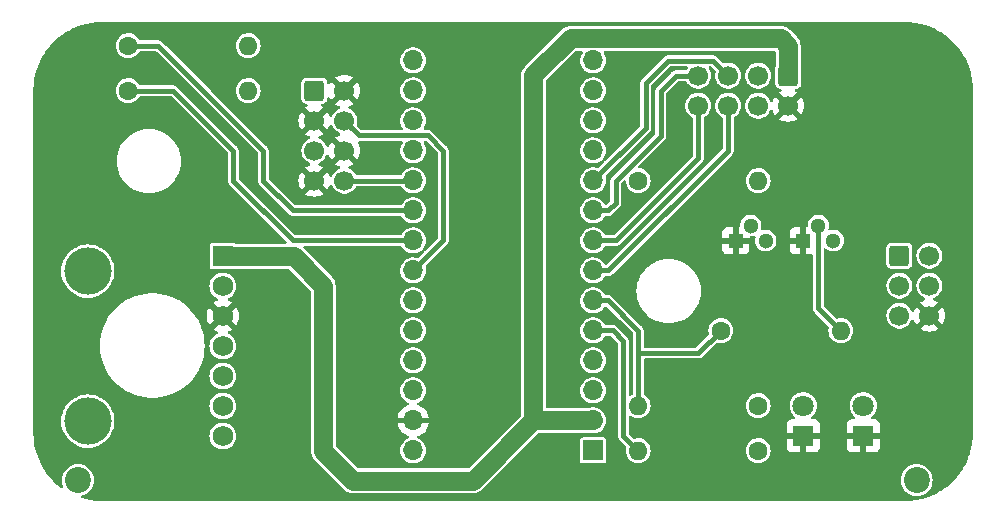
<source format=gbr>
%TF.GenerationSoftware,KiCad,Pcbnew,7.0.2*%
%TF.CreationDate,2023-05-15T23:43:49+02:00*%
%TF.ProjectId,PRO_MCU,50524f5f-4d43-4552-9e6b-696361645f70,rev?*%
%TF.SameCoordinates,Original*%
%TF.FileFunction,Copper,L2,Bot*%
%TF.FilePolarity,Positive*%
%FSLAX45Y45*%
G04 Gerber Fmt 4.5, Leading zero omitted, Abs format (unit mm)*
G04 Created by KiCad (PCBNEW 7.0.2) date 2023-05-15 23:43:49*
%MOMM*%
%LPD*%
G01*
G04 APERTURE LIST*
G04 Aperture macros list*
%AMRoundRect*
0 Rectangle with rounded corners*
0 $1 Rounding radius*
0 $2 $3 $4 $5 $6 $7 $8 $9 X,Y pos of 4 corners*
0 Add a 4 corners polygon primitive as box body*
4,1,4,$2,$3,$4,$5,$6,$7,$8,$9,$2,$3,0*
0 Add four circle primitives for the rounded corners*
1,1,$1+$1,$2,$3*
1,1,$1+$1,$4,$5*
1,1,$1+$1,$6,$7*
1,1,$1+$1,$8,$9*
0 Add four rect primitives between the rounded corners*
20,1,$1+$1,$2,$3,$4,$5,0*
20,1,$1+$1,$4,$5,$6,$7,0*
20,1,$1+$1,$6,$7,$8,$9,0*
20,1,$1+$1,$8,$9,$2,$3,0*%
G04 Aperture macros list end*
%TA.AperFunction,ComponentPad*%
%ADD10C,2.200000*%
%TD*%
%TA.AperFunction,ComponentPad*%
%ADD11R,1.700000X1.700000*%
%TD*%
%TA.AperFunction,ComponentPad*%
%ADD12O,1.700000X1.700000*%
%TD*%
%TA.AperFunction,ComponentPad*%
%ADD13C,1.600000*%
%TD*%
%TA.AperFunction,ComponentPad*%
%ADD14O,1.600000X1.600000*%
%TD*%
%TA.AperFunction,ComponentPad*%
%ADD15RoundRect,0.250000X-0.600000X-0.600000X0.600000X-0.600000X0.600000X0.600000X-0.600000X0.600000X0*%
%TD*%
%TA.AperFunction,ComponentPad*%
%ADD16C,1.700000*%
%TD*%
%TA.AperFunction,ComponentPad*%
%ADD17R,1.300000X1.300000*%
%TD*%
%TA.AperFunction,ComponentPad*%
%ADD18C,1.300000*%
%TD*%
%TA.AperFunction,ComponentPad*%
%ADD19RoundRect,0.250000X-0.600000X0.600000X-0.600000X-0.600000X0.600000X-0.600000X0.600000X0.600000X0*%
%TD*%
%TA.AperFunction,ComponentPad*%
%ADD20R,1.800000X1.800000*%
%TD*%
%TA.AperFunction,ComponentPad*%
%ADD21C,1.800000*%
%TD*%
%TA.AperFunction,ComponentPad*%
%ADD22C,4.000000*%
%TD*%
%TA.AperFunction,ComponentPad*%
%ADD23R,1.750000X1.750000*%
%TD*%
%TA.AperFunction,ComponentPad*%
%ADD24C,1.750000*%
%TD*%
%TA.AperFunction,Conductor*%
%ADD25C,1.600000*%
%TD*%
%TA.AperFunction,Conductor*%
%ADD26C,0.400000*%
%TD*%
G04 APERTURE END LIST*
D10*
%TO.P,Logo,*%
%TO.N,*%
X-37890000Y-12949000D03*
X-30790000Y-12949000D03*
%TD*%
D11*
%TO.P,U2,1,~{RESET}*%
%TO.N,unconnected-(U2-~{RESET}-Pad1)*%
X-33528000Y-12698400D03*
D12*
%TO.P,U2,2,3V3*%
%TO.N,+3.3V*%
X-33528000Y-12444400D03*
%TO.P,U2,3,EN*%
%TO.N,unconnected-(U2-EN-Pad3)*%
X-33528000Y-12190400D03*
%TO.P,U2,4,VHI*%
%TO.N,VDD*%
X-33528000Y-11936400D03*
%TO.P,U2,5,A0*%
%TO.N,/Valve_Ctrl*%
X-33528000Y-11682400D03*
%TO.P,U2,6,A1*%
%TO.N,/Pump_Ctrl*%
X-33528000Y-11428400D03*
%TO.P,U2,7,A2*%
%TO.N,/DC*%
X-33528000Y-11174400D03*
%TO.P,U2,8,A3*%
%TO.N,/BL*%
X-33528000Y-10920400D03*
%TO.P,U2,9,A4*%
%TO.N,/Display_RESET*%
X-33528000Y-10666400D03*
%TO.P,U2,10,A5*%
%TO.N,/CS*%
X-33528000Y-10412400D03*
%TO.P,U2,11,SCK*%
%TO.N,/SCK*%
X-33528000Y-10158400D03*
%TO.P,U2,12,MOSI*%
%TO.N,/MOSI*%
X-33528000Y-9904400D03*
%TO.P,U2,13,MISO*%
%TO.N,unconnected-(U2-MISO-Pad13)*%
X-33528000Y-9650400D03*
%TO.P,U2,14,D2*%
%TO.N,unconnected-(U2-D2-Pad14)*%
X-33528000Y-9396400D03*
%TO.P,U2,15,TX_D1*%
%TO.N,unconnected-(U2-TX_D1-Pad15)*%
X-35052000Y-9396400D03*
%TO.P,U2,16,RX_D0*%
%TO.N,unconnected-(U2-RX_D0-Pad16)*%
X-35052000Y-9650400D03*
%TO.P,U2,17,SDA*%
%TO.N,Net-(U2-SDA)*%
X-35052000Y-9904400D03*
%TO.P,U2,18,SCL*%
%TO.N,Net-(U2-SCL)*%
X-35052000Y-10158400D03*
%TO.P,U2,19,D5_5V*%
%TO.N,/Led_Red*%
X-35052000Y-10412400D03*
%TO.P,U2,20,D7*%
%TO.N,/Button_Green*%
X-35052000Y-10666400D03*
%TO.P,U2,21,D9*%
%TO.N,/Button_Red*%
X-35052000Y-10920400D03*
%TO.P,U2,22,D10*%
%TO.N,/Led_Green*%
X-35052000Y-11174400D03*
%TO.P,U2,23,D11*%
%TO.N,unconnected-(U2-D11-Pad23)*%
X-35052000Y-11428400D03*
%TO.P,U2,24,D12*%
%TO.N,/EOC*%
X-35052000Y-11682400D03*
%TO.P,U2,25,D13*%
%TO.N,/Sensor_RESET*%
X-35052000Y-11936400D03*
%TO.P,U2,26,VBUS*%
%TO.N,unconnected-(U2-VBUS-Pad26)*%
X-35052000Y-12190400D03*
%TO.P,U2,27,GND*%
%TO.N,GND*%
X-35052000Y-12444400D03*
%TO.P,U2,28,VBAT*%
%TO.N,+BATT*%
X-35052000Y-12698400D03*
%TD*%
D13*
%TO.P,R4,1*%
%TO.N,/Pump_Ctrl*%
X-32448500Y-11684000D03*
D14*
%TO.P,R4,2*%
%TO.N,Net-(Q2-G)*%
X-31432500Y-11684000D03*
%TD*%
D13*
%TO.P,R1,1*%
%TO.N,Net-(D1-A)*%
X-32131000Y-12700000D03*
D14*
%TO.P,R1,2*%
%TO.N,/Valve_Ctrl*%
X-33147000Y-12700000D03*
%TD*%
D13*
%TO.P,R2,1*%
%TO.N,/Valve_Ctrl*%
X-33147000Y-10414000D03*
D14*
%TO.P,R2,2*%
%TO.N,Net-(Q1-G)*%
X-32131000Y-10414000D03*
%TD*%
D15*
%TO.P,U1,1,P+*%
%TO.N,VDD*%
X-30936250Y-11048500D03*
D16*
%TO.P,U1,2,P-*%
%TO.N,/Pump-*%
X-30682250Y-11048500D03*
%TO.P,U1,3,V+*%
%TO.N,VDD*%
X-30936250Y-11302500D03*
%TO.P,U1,4,V-*%
%TO.N,/Valve-*%
X-30682250Y-11302500D03*
%TO.P,U1,5,BAT+*%
%TO.N,+BATT*%
X-30936250Y-11556500D03*
%TO.P,U1,6,BAT-*%
%TO.N,GND*%
X-30682250Y-11556500D03*
%TD*%
D17*
%TO.P,Q2,1,S*%
%TO.N,GND*%
X-31750000Y-10922000D03*
D18*
%TO.P,Q2,2,G*%
%TO.N,Net-(Q2-G)*%
X-31623000Y-10795000D03*
%TO.P,Q2,3,D*%
%TO.N,/Pump-*%
X-31496000Y-10922000D03*
%TD*%
D13*
%TO.P,R6,1*%
%TO.N,/Button_Red*%
X-37465000Y-9652000D03*
D14*
%TO.P,R6,2*%
%TO.N,Net-(R6-Pad2)*%
X-36449000Y-9652000D03*
%TD*%
D19*
%TO.P,U5,1,VCC*%
%TO.N,+3.3V*%
X-31877000Y-9525000D03*
D16*
%TO.P,U5,2,GND*%
%TO.N,GND*%
X-31877000Y-9779000D03*
%TO.P,U5,3,DIN*%
%TO.N,/MOSI*%
X-32131000Y-9525000D03*
%TO.P,U5,4,CLK*%
%TO.N,/SCK*%
X-32131000Y-9779000D03*
%TO.P,U5,5,CS*%
%TO.N,/CS*%
X-32385000Y-9525000D03*
%TO.P,U5,6,DC*%
%TO.N,/DC*%
X-32385000Y-9779000D03*
%TO.P,U5,7,RST*%
%TO.N,/Display_RESET*%
X-32639000Y-9525000D03*
%TO.P,U5,8,BL*%
%TO.N,/BL*%
X-32639000Y-9779000D03*
%TD*%
D17*
%TO.P,Q1,1,S*%
%TO.N,GND*%
X-32321500Y-10922000D03*
D18*
%TO.P,Q1,2,G*%
%TO.N,Net-(Q1-G)*%
X-32194500Y-10795000D03*
%TO.P,Q1,3,D*%
%TO.N,/Valve-*%
X-32067500Y-10922000D03*
%TD*%
D20*
%TO.P,D2,1,K*%
%TO.N,GND*%
X-31242000Y-12573000D03*
D21*
%TO.P,D2,2,A*%
%TO.N,Net-(D2-A)*%
X-31242000Y-12319000D03*
%TD*%
D13*
%TO.P,R5,1*%
%TO.N,/Button_Green*%
X-37465000Y-9271000D03*
D14*
%TO.P,R5,2*%
%TO.N,Net-(R5-Pad2)*%
X-36449000Y-9271000D03*
%TD*%
D13*
%TO.P,R3,1*%
%TO.N,Net-(D2-A)*%
X-32131000Y-12319000D03*
D14*
%TO.P,R3,2*%
%TO.N,/Pump_Ctrl*%
X-33147000Y-12319000D03*
%TD*%
D15*
%TO.P,U4,1,1*%
%TO.N,Net-(R5-Pad2)*%
X-35889250Y-9652000D03*
D16*
%TO.P,U4,2,2*%
%TO.N,GND*%
X-35635250Y-9652000D03*
%TO.P,U4,3,K*%
X-35889250Y-9906000D03*
%TO.P,U4,4,A*%
%TO.N,/Led_Green*%
X-35635250Y-9906000D03*
%TO.P,U4,5,1*%
%TO.N,Net-(R6-Pad2)*%
X-35889250Y-10160000D03*
%TO.P,U4,6,2*%
%TO.N,GND*%
X-35635250Y-10160000D03*
%TO.P,U4,7,K*%
X-35889250Y-10414000D03*
%TO.P,U4,8,A*%
%TO.N,/Led_Red*%
X-35635250Y-10414000D03*
%TD*%
D20*
%TO.P,D1,1,K*%
%TO.N,GND*%
X-31750000Y-12573000D03*
D21*
%TO.P,D1,2,A*%
%TO.N,Net-(D1-A)*%
X-31750000Y-12319000D03*
%TD*%
D22*
%TO.P,U3,*%
%TO.N,*%
X-37807150Y-11179650D03*
X-37807150Y-12449650D03*
D23*
%TO.P,U3,1,VIN*%
%TO.N,+3.3V*%
X-36664150Y-11052650D03*
D24*
%TO.P,U3,2,3Vo*%
%TO.N,unconnected-(U3-3Vo-Pad2)*%
X-36664150Y-11306650D03*
%TO.P,U3,3,GND*%
%TO.N,GND*%
X-36664150Y-11560650D03*
%TO.P,U3,4,SCL*%
%TO.N,Net-(U2-SCL)*%
X-36664150Y-11814650D03*
%TO.P,U3,5,SDA*%
%TO.N,Net-(U2-SDA)*%
X-36664150Y-12068650D03*
%TO.P,U3,6,EOC*%
%TO.N,/EOC*%
X-36664150Y-12322650D03*
%TO.P,U3,7,RST*%
%TO.N,/Sensor_RESET*%
X-36664150Y-12576650D03*
%TD*%
D25*
%TO.N,+3.3V*%
X-34544000Y-12954000D02*
X-34034400Y-12444400D01*
X-35560000Y-12954000D02*
X-34544000Y-12954000D01*
X-35814000Y-12700000D02*
X-35560000Y-12954000D01*
X-35814000Y-11303000D02*
X-35814000Y-12700000D01*
X-36064350Y-11052650D02*
X-35814000Y-11303000D01*
X-36664150Y-11052650D02*
X-36064350Y-11052650D01*
D26*
%TO.N,/CS*%
X-33083500Y-9967900D02*
X-33528000Y-10412400D01*
X-33083500Y-9588500D02*
X-33083500Y-9967900D01*
X-32893000Y-9398000D02*
X-33083500Y-9588500D01*
X-32512000Y-9398000D02*
X-32893000Y-9398000D01*
X-32385000Y-9525000D02*
X-32512000Y-9398000D01*
%TO.N,/Display_RESET*%
X-32829500Y-9525000D02*
X-32639000Y-9525000D01*
X-32956500Y-9652000D02*
X-32829500Y-9525000D01*
X-33337500Y-10414000D02*
X-32956500Y-10033000D01*
X-33337500Y-10604500D02*
X-33337500Y-10414000D01*
X-33399400Y-10666400D02*
X-33337500Y-10604500D01*
X-33528000Y-10666400D02*
X-33399400Y-10666400D01*
X-32956500Y-10033000D02*
X-32956500Y-9652000D01*
%TO.N,/BL*%
X-33335900Y-10920400D02*
X-32639000Y-10223500D01*
X-33528000Y-10920400D02*
X-33335900Y-10920400D01*
X-32639000Y-10223500D02*
X-32639000Y-9779000D01*
%TO.N,/DC*%
X-32385000Y-10160000D02*
X-32385000Y-9779000D01*
X-33399400Y-11174400D02*
X-32385000Y-10160000D01*
X-33528000Y-11174400D02*
X-33399400Y-11174400D01*
%TO.N,/Pump_Ctrl*%
X-32639000Y-11874500D02*
X-33147000Y-11874500D01*
X-33147000Y-11874500D02*
X-33147000Y-11938000D01*
X-33147000Y-11684000D02*
X-33147000Y-11874500D01*
X-32448500Y-11684000D02*
X-32639000Y-11874500D01*
%TO.N,Net-(Q2-G)*%
X-31623000Y-11493500D02*
X-31432500Y-11684000D01*
X-31623000Y-10795000D02*
X-31623000Y-11493500D01*
%TO.N,/Led_Green*%
X-35509850Y-10031400D02*
X-35635250Y-9906000D01*
X-34798000Y-10160000D02*
X-34926600Y-10031400D01*
X-34798000Y-10920400D02*
X-34798000Y-10160000D01*
X-35052000Y-11174400D02*
X-34798000Y-10920400D01*
X-34926600Y-10031400D02*
X-35509850Y-10031400D01*
%TO.N,/Led_Red*%
X-35635250Y-10414000D02*
X-35053600Y-10414000D01*
X-35053600Y-10414000D02*
X-35052000Y-10412400D01*
%TO.N,/Button_Red*%
X-37084000Y-9652000D02*
X-37465000Y-9652000D01*
X-36576000Y-10160000D02*
X-37084000Y-9652000D01*
X-36576000Y-10414000D02*
X-36576000Y-10160000D01*
X-36069600Y-10920400D02*
X-36576000Y-10414000D01*
X-35052000Y-10920400D02*
X-36069600Y-10920400D01*
%TO.N,/Button_Green*%
X-36322000Y-10414000D02*
X-36322000Y-10160000D01*
X-36069600Y-10666400D02*
X-36322000Y-10414000D01*
X-35052000Y-10666400D02*
X-36069600Y-10666400D01*
X-37211000Y-9271000D02*
X-36322000Y-10160000D01*
X-37465000Y-9271000D02*
X-37211000Y-9271000D01*
%TO.N,/Pump_Ctrl*%
X-33147000Y-11938000D02*
X-33147000Y-12319000D01*
X-33402600Y-11428400D02*
X-33147000Y-11684000D01*
X-33528000Y-11428400D02*
X-33402600Y-11428400D01*
%TO.N,/Valve_Ctrl*%
X-33361681Y-11682400D02*
X-33528000Y-11682400D01*
X-33274000Y-11770081D02*
X-33361681Y-11682400D01*
X-33274000Y-12573000D02*
X-33274000Y-11770081D01*
X-33147000Y-12700000D02*
X-33274000Y-12573000D01*
D25*
%TO.N,+3.3V*%
X-34034400Y-9523400D02*
X-33720400Y-9209400D01*
X-31938600Y-9209400D02*
X-31877000Y-9271000D01*
X-33720400Y-9209400D02*
X-31938600Y-9209400D01*
X-34034400Y-12444400D02*
X-34034400Y-9523400D01*
X-34034400Y-12444400D02*
X-33528000Y-12444400D01*
X-31877000Y-9271000D02*
X-31877000Y-9525000D01*
%TD*%
%TA.AperFunction,Conductor*%
%TO.N,GND*%
G36*
X-35681199Y-10180984D02*
G01*
X-35673426Y-10193080D01*
X-35662560Y-10202495D01*
X-35649482Y-10208468D01*
X-35648503Y-10208609D01*
X-35711387Y-10271493D01*
X-35703008Y-10277360D01*
X-35681599Y-10287343D01*
X-35677692Y-10288390D01*
X-35671726Y-10292027D01*
X-35668673Y-10298311D01*
X-35669502Y-10305249D01*
X-35673950Y-10310637D01*
X-35676421Y-10311930D01*
X-35681392Y-10313856D01*
X-35684514Y-10315065D01*
X-35701854Y-10325802D01*
X-35716926Y-10339542D01*
X-35729218Y-10355818D01*
X-35737932Y-10373319D01*
X-35742682Y-10378443D01*
X-35749448Y-10380185D01*
X-35756082Y-10377992D01*
X-35760478Y-10372561D01*
X-35761009Y-10371001D01*
X-35761907Y-10367651D01*
X-35771890Y-10346242D01*
X-35777757Y-10337863D01*
X-35840942Y-10401048D01*
X-35843301Y-10393016D01*
X-35851074Y-10380920D01*
X-35861940Y-10371505D01*
X-35875019Y-10365532D01*
X-35875997Y-10365391D01*
X-35813113Y-10302507D01*
X-35813113Y-10302507D01*
X-35821492Y-10296640D01*
X-35842901Y-10286657D01*
X-35846809Y-10285610D01*
X-35852775Y-10281973D01*
X-35855827Y-10275688D01*
X-35854998Y-10268751D01*
X-35850549Y-10263363D01*
X-35848079Y-10262070D01*
X-35839986Y-10258935D01*
X-35838035Y-10257727D01*
X-35822646Y-10248198D01*
X-35807574Y-10234458D01*
X-35795283Y-10218182D01*
X-35786568Y-10200681D01*
X-35781818Y-10195557D01*
X-35775052Y-10193815D01*
X-35768418Y-10196008D01*
X-35764022Y-10201439D01*
X-35763491Y-10202999D01*
X-35762593Y-10206349D01*
X-35752610Y-10227758D01*
X-35746743Y-10236137D01*
X-35683558Y-10172952D01*
X-35681199Y-10180984D01*
G37*
%TD.AperFunction*%
%TA.AperFunction,Conductor*%
G36*
X-35777757Y-9982137D02*
G01*
X-35777757Y-9982137D01*
X-35771890Y-9973758D01*
X-35761907Y-9952349D01*
X-35761009Y-9948999D01*
X-35757373Y-9943033D01*
X-35751088Y-9939980D01*
X-35744150Y-9940810D01*
X-35738763Y-9945258D01*
X-35737932Y-9946681D01*
X-35734849Y-9952872D01*
X-35729217Y-9964182D01*
X-35718135Y-9978858D01*
X-35716926Y-9980458D01*
X-35712632Y-9984373D01*
X-35701854Y-9994198D01*
X-35684514Y-10004935D01*
X-35676421Y-10008070D01*
X-35670881Y-10012327D01*
X-35668522Y-10018903D01*
X-35670093Y-10025712D01*
X-35675096Y-10030590D01*
X-35677691Y-10031610D01*
X-35681599Y-10032657D01*
X-35703008Y-10042640D01*
X-35711387Y-10048507D01*
X-35711387Y-10048507D01*
X-35648503Y-10111391D01*
X-35649482Y-10111532D01*
X-35662560Y-10117505D01*
X-35673426Y-10126920D01*
X-35681199Y-10139016D01*
X-35683558Y-10147048D01*
X-35746743Y-10083863D01*
X-35746743Y-10083863D01*
X-35752610Y-10092242D01*
X-35762593Y-10113651D01*
X-35763491Y-10117001D01*
X-35767127Y-10122967D01*
X-35773412Y-10126020D01*
X-35780349Y-10125191D01*
X-35785737Y-10120742D01*
X-35786568Y-10119319D01*
X-35795283Y-10101818D01*
X-35807574Y-10085542D01*
X-35822646Y-10071802D01*
X-35839986Y-10061065D01*
X-35848079Y-10057930D01*
X-35853619Y-10053673D01*
X-35855978Y-10047096D01*
X-35854407Y-10040288D01*
X-35849404Y-10035410D01*
X-35846808Y-10034390D01*
X-35842901Y-10033343D01*
X-35821492Y-10023360D01*
X-35813113Y-10017493D01*
X-35875997Y-9954609D01*
X-35875019Y-9954468D01*
X-35861940Y-9948495D01*
X-35851074Y-9939080D01*
X-35843301Y-9926984D01*
X-35840942Y-9918952D01*
X-35777757Y-9982137D01*
G37*
%TD.AperFunction*%
%TA.AperFunction,Conductor*%
G36*
X-35681199Y-9672984D02*
G01*
X-35673426Y-9685080D01*
X-35662560Y-9694495D01*
X-35649482Y-9700468D01*
X-35648503Y-9700609D01*
X-35711387Y-9763493D01*
X-35703008Y-9769360D01*
X-35681599Y-9779343D01*
X-35677692Y-9780390D01*
X-35671726Y-9784027D01*
X-35668673Y-9790311D01*
X-35669502Y-9797249D01*
X-35673950Y-9802637D01*
X-35676421Y-9803930D01*
X-35682588Y-9806319D01*
X-35684514Y-9807065D01*
X-35701854Y-9817802D01*
X-35716926Y-9831542D01*
X-35729218Y-9847818D01*
X-35737932Y-9865319D01*
X-35742682Y-9870443D01*
X-35749448Y-9872185D01*
X-35756082Y-9869992D01*
X-35760478Y-9864561D01*
X-35761009Y-9863001D01*
X-35761907Y-9859651D01*
X-35771890Y-9838242D01*
X-35777757Y-9829863D01*
X-35840942Y-9893048D01*
X-35843301Y-9885016D01*
X-35851074Y-9872920D01*
X-35861940Y-9863505D01*
X-35875019Y-9857532D01*
X-35875997Y-9857391D01*
X-35813113Y-9794507D01*
X-35813113Y-9794507D01*
X-35821492Y-9788640D01*
X-35828050Y-9785582D01*
X-35833294Y-9780965D01*
X-35835209Y-9774245D01*
X-35833188Y-9767557D01*
X-35827871Y-9763024D01*
X-35824135Y-9762015D01*
X-35818502Y-9761409D01*
X-35805017Y-9756380D01*
X-35793495Y-9747755D01*
X-35784870Y-9736233D01*
X-35784784Y-9736001D01*
X-35779841Y-9722748D01*
X-35779235Y-9717115D01*
X-35776561Y-9710660D01*
X-35770822Y-9706675D01*
X-35763840Y-9706425D01*
X-35757831Y-9709991D01*
X-35755668Y-9713200D01*
X-35752610Y-9719758D01*
X-35746743Y-9728137D01*
X-35683558Y-9664952D01*
X-35681199Y-9672984D01*
G37*
%TD.AperFunction*%
%TA.AperFunction,Conductor*%
G36*
X-30889756Y-9071060D02*
G01*
X-30845139Y-9072813D01*
X-30844173Y-9072889D01*
X-30800071Y-9078108D01*
X-30799112Y-9078260D01*
X-30755557Y-9086924D01*
X-30754612Y-9087151D01*
X-30711872Y-9099205D01*
X-30710948Y-9099505D01*
X-30669284Y-9114876D01*
X-30668387Y-9115247D01*
X-30628056Y-9133840D01*
X-30627191Y-9134281D01*
X-30588446Y-9155979D01*
X-30587616Y-9156487D01*
X-30550693Y-9181159D01*
X-30549908Y-9181729D01*
X-30515032Y-9209223D01*
X-30514295Y-9209852D01*
X-30481683Y-9239999D01*
X-30480999Y-9240683D01*
X-30450852Y-9273295D01*
X-30450223Y-9274032D01*
X-30422729Y-9308908D01*
X-30422159Y-9309693D01*
X-30405702Y-9334323D01*
X-30397488Y-9346616D01*
X-30396979Y-9347447D01*
X-30375281Y-9386191D01*
X-30374840Y-9387057D01*
X-30356247Y-9427387D01*
X-30355875Y-9428284D01*
X-30340505Y-9469947D01*
X-30340205Y-9470872D01*
X-30330667Y-9504692D01*
X-30328151Y-9513611D01*
X-30327924Y-9514557D01*
X-30319380Y-9557512D01*
X-30319260Y-9558111D01*
X-30319108Y-9559072D01*
X-30313889Y-9603173D01*
X-30313812Y-9604139D01*
X-30312119Y-9647245D01*
X-30312060Y-9648756D01*
X-30312050Y-9649242D01*
X-30312050Y-12548757D01*
X-30312060Y-12549244D01*
X-30313812Y-12593860D01*
X-30313889Y-12594827D01*
X-30317883Y-12628577D01*
X-30319108Y-12638927D01*
X-30319260Y-12639888D01*
X-30327121Y-12679407D01*
X-30327924Y-12683442D01*
X-30328151Y-12684388D01*
X-30336210Y-12712964D01*
X-30340204Y-12727127D01*
X-30340505Y-12728053D01*
X-30351030Y-12756582D01*
X-30355875Y-12769714D01*
X-30356247Y-12770614D01*
X-30374839Y-12810942D01*
X-30375281Y-12811809D01*
X-30396979Y-12850553D01*
X-30397488Y-12851384D01*
X-30422158Y-12888305D01*
X-30422730Y-12889093D01*
X-30446026Y-12918644D01*
X-30450222Y-12923966D01*
X-30450854Y-12924706D01*
X-30480997Y-12957315D01*
X-30481685Y-12958003D01*
X-30514293Y-12988146D01*
X-30515033Y-12988778D01*
X-30534215Y-13003899D01*
X-30549907Y-13016270D01*
X-30550694Y-13016842D01*
X-30587616Y-13041512D01*
X-30588446Y-13042021D01*
X-30627191Y-13063719D01*
X-30628059Y-13064161D01*
X-30668386Y-13082752D01*
X-30669285Y-13083125D01*
X-30710947Y-13098495D01*
X-30711873Y-13098795D01*
X-30754611Y-13110849D01*
X-30755558Y-13111076D01*
X-30799111Y-13119739D01*
X-30800072Y-13119892D01*
X-30844171Y-13125111D01*
X-30845141Y-13125187D01*
X-30889756Y-13126940D01*
X-30890242Y-13126950D01*
X-37689758Y-13126950D01*
X-37690244Y-13126940D01*
X-37734859Y-13125187D01*
X-37735829Y-13125111D01*
X-37779927Y-13119892D01*
X-37780889Y-13119739D01*
X-37824442Y-13111076D01*
X-37825389Y-13110849D01*
X-37853531Y-13102912D01*
X-37859449Y-13099198D01*
X-37862419Y-13092874D01*
X-37861499Y-13085947D01*
X-37856980Y-13080618D01*
X-37853374Y-13079000D01*
X-37843634Y-13076390D01*
X-37822217Y-13066403D01*
X-37802860Y-13052849D01*
X-37786151Y-13036140D01*
X-37772597Y-13016783D01*
X-37762610Y-12995366D01*
X-37760675Y-12988146D01*
X-37756494Y-12972541D01*
X-37754434Y-12949000D01*
X-37756494Y-12925459D01*
X-37762610Y-12902634D01*
X-37772597Y-12881217D01*
X-37786151Y-12861860D01*
X-37802860Y-12845151D01*
X-37802860Y-12845150D01*
X-37822217Y-12831596D01*
X-37843634Y-12821610D01*
X-37866459Y-12815494D01*
X-37890000Y-12813434D01*
X-37913541Y-12815494D01*
X-37936366Y-12821610D01*
X-37936366Y-12821610D01*
X-37957783Y-12831596D01*
X-37977140Y-12845150D01*
X-37993850Y-12861860D01*
X-38007404Y-12881217D01*
X-38017390Y-12902634D01*
X-38023506Y-12925459D01*
X-38025566Y-12949000D01*
X-38023506Y-12972541D01*
X-38017390Y-12995366D01*
X-38016632Y-12996992D01*
X-38015583Y-13003899D01*
X-38018435Y-13010278D01*
X-38024283Y-13014102D01*
X-38031269Y-13014157D01*
X-38035547Y-13011970D01*
X-38064966Y-12988778D01*
X-38065706Y-12988146D01*
X-38098315Y-12958003D01*
X-38099003Y-12957315D01*
X-38129146Y-12924706D01*
X-38129778Y-12923966D01*
X-38157270Y-12889093D01*
X-38157842Y-12888305D01*
X-38182512Y-12851384D01*
X-38183021Y-12850553D01*
X-38204719Y-12811809D01*
X-38205161Y-12810941D01*
X-38223752Y-12770614D01*
X-38224125Y-12769714D01*
X-38239495Y-12728053D01*
X-38239795Y-12727127D01*
X-38251849Y-12684389D01*
X-38252076Y-12683442D01*
X-38260739Y-12639889D01*
X-38260892Y-12638927D01*
X-38266111Y-12594829D01*
X-38266188Y-12593859D01*
X-38267940Y-12549244D01*
X-38267950Y-12548757D01*
X-38267950Y-12449650D01*
X-38032683Y-12449650D01*
X-38030753Y-12479088D01*
X-38024998Y-12508022D01*
X-38015515Y-12535958D01*
X-38002467Y-12562416D01*
X-37986077Y-12586946D01*
X-37966626Y-12609126D01*
X-37944446Y-12628577D01*
X-37919917Y-12644967D01*
X-37893458Y-12658015D01*
X-37865522Y-12667498D01*
X-37836588Y-12673253D01*
X-37807150Y-12675183D01*
X-37777712Y-12673253D01*
X-37748778Y-12667498D01*
X-37748394Y-12667368D01*
X-37748393Y-12667368D01*
X-37740403Y-12664655D01*
X-37720842Y-12658015D01*
X-37717743Y-12656487D01*
X-37694747Y-12645147D01*
X-37694747Y-12645146D01*
X-37694384Y-12644967D01*
X-37669854Y-12628577D01*
X-37647674Y-12609126D01*
X-37628223Y-12586946D01*
X-37627997Y-12586607D01*
X-37621343Y-12576650D01*
X-36777182Y-12576650D01*
X-36775658Y-12593101D01*
X-36775258Y-12597420D01*
X-36769549Y-12617482D01*
X-36760252Y-12636153D01*
X-36760252Y-12636154D01*
X-36760252Y-12636154D01*
X-36747682Y-12652799D01*
X-36732267Y-12666852D01*
X-36714533Y-12677832D01*
X-36695083Y-12685367D01*
X-36674579Y-12689200D01*
X-36674579Y-12689200D01*
X-36653721Y-12689200D01*
X-36653721Y-12689200D01*
X-36633217Y-12685367D01*
X-36613767Y-12677832D01*
X-36596033Y-12666852D01*
X-36596033Y-12666851D01*
X-36596033Y-12666851D01*
X-36580618Y-12652799D01*
X-36568048Y-12636153D01*
X-36558751Y-12617482D01*
X-36553042Y-12597420D01*
X-36551118Y-12576650D01*
X-36553042Y-12555880D01*
X-36558751Y-12535818D01*
X-36568048Y-12517146D01*
X-36580618Y-12500500D01*
X-36596033Y-12486448D01*
X-36613767Y-12475468D01*
X-36633217Y-12467933D01*
X-36646850Y-12465384D01*
X-36653721Y-12464100D01*
X-36674579Y-12464100D01*
X-36688248Y-12466655D01*
X-36695083Y-12467933D01*
X-36714533Y-12475468D01*
X-36732267Y-12486448D01*
X-36747682Y-12500500D01*
X-36760252Y-12517146D01*
X-36769549Y-12535818D01*
X-36775258Y-12555880D01*
X-36775451Y-12557971D01*
X-36777182Y-12576650D01*
X-37621343Y-12576650D01*
X-37612058Y-12562754D01*
X-37612058Y-12562753D01*
X-37611833Y-12562416D01*
X-37611654Y-12562054D01*
X-37611653Y-12562052D01*
X-37598964Y-12536322D01*
X-37598964Y-12536321D01*
X-37598785Y-12535958D01*
X-37598595Y-12535399D01*
X-37589432Y-12508407D01*
X-37589432Y-12508405D01*
X-37589302Y-12508022D01*
X-37589223Y-12507624D01*
X-37589223Y-12507624D01*
X-37583626Y-12479486D01*
X-37583626Y-12479486D01*
X-37583547Y-12479088D01*
X-37583468Y-12477887D01*
X-37581644Y-12450056D01*
X-37581617Y-12449650D01*
X-37582640Y-12434050D01*
X-37583520Y-12420617D01*
X-37583520Y-12420617D01*
X-37583547Y-12420212D01*
X-37583820Y-12418835D01*
X-37589223Y-12391676D01*
X-37589223Y-12391675D01*
X-37589302Y-12391278D01*
X-37589432Y-12390895D01*
X-37589432Y-12390893D01*
X-37598654Y-12363727D01*
X-37598654Y-12363726D01*
X-37598785Y-12363342D01*
X-37598964Y-12362979D01*
X-37598964Y-12362978D01*
X-37611653Y-12337248D01*
X-37611654Y-12337246D01*
X-37611833Y-12336884D01*
X-37612058Y-12336547D01*
X-37612058Y-12336546D01*
X-37621343Y-12322650D01*
X-36777182Y-12322650D01*
X-36775553Y-12340231D01*
X-36775258Y-12343420D01*
X-36769549Y-12363482D01*
X-36760252Y-12382153D01*
X-36760252Y-12382154D01*
X-36760252Y-12382154D01*
X-36747682Y-12398799D01*
X-36732267Y-12412852D01*
X-36714533Y-12423832D01*
X-36695083Y-12431367D01*
X-36674579Y-12435200D01*
X-36674579Y-12435200D01*
X-36653721Y-12435200D01*
X-36653721Y-12435200D01*
X-36633217Y-12431367D01*
X-36613767Y-12423832D01*
X-36596033Y-12412852D01*
X-36596033Y-12412851D01*
X-36596033Y-12412851D01*
X-36580618Y-12398799D01*
X-36568048Y-12382153D01*
X-36558751Y-12363482D01*
X-36553042Y-12343420D01*
X-36551118Y-12322650D01*
X-36553042Y-12301880D01*
X-36558751Y-12281818D01*
X-36568048Y-12263146D01*
X-36580618Y-12246500D01*
X-36596033Y-12232448D01*
X-36613767Y-12221468D01*
X-36633217Y-12213933D01*
X-36643469Y-12212016D01*
X-36653721Y-12210100D01*
X-36674579Y-12210100D01*
X-36688248Y-12212655D01*
X-36695083Y-12213933D01*
X-36714533Y-12221468D01*
X-36732267Y-12232448D01*
X-36747682Y-12246500D01*
X-36760252Y-12263146D01*
X-36769549Y-12281818D01*
X-36775258Y-12301880D01*
X-36775258Y-12301880D01*
X-36777182Y-12322650D01*
X-37621343Y-12322650D01*
X-37627997Y-12312692D01*
X-37627997Y-12312691D01*
X-37628223Y-12312354D01*
X-37628490Y-12312049D01*
X-37628491Y-12312048D01*
X-37647407Y-12290479D01*
X-37647408Y-12290478D01*
X-37647674Y-12290174D01*
X-37647978Y-12289907D01*
X-37647979Y-12289907D01*
X-37669549Y-12270991D01*
X-37669549Y-12270990D01*
X-37669854Y-12270723D01*
X-37670192Y-12270497D01*
X-37670192Y-12270497D01*
X-37694046Y-12254558D01*
X-37694047Y-12254557D01*
X-37694384Y-12254333D01*
X-37694746Y-12254154D01*
X-37694747Y-12254153D01*
X-37720478Y-12241464D01*
X-37720479Y-12241464D01*
X-37720842Y-12241285D01*
X-37721226Y-12241154D01*
X-37721227Y-12241154D01*
X-37748393Y-12231932D01*
X-37748395Y-12231932D01*
X-37748778Y-12231802D01*
X-37749175Y-12231723D01*
X-37749176Y-12231723D01*
X-37777314Y-12226126D01*
X-37777314Y-12226126D01*
X-37777712Y-12226047D01*
X-37778117Y-12226020D01*
X-37778117Y-12226020D01*
X-37806744Y-12224144D01*
X-37807150Y-12224117D01*
X-37807556Y-12224144D01*
X-37836183Y-12226020D01*
X-37836183Y-12226020D01*
X-37836588Y-12226047D01*
X-37836986Y-12226126D01*
X-37836986Y-12226126D01*
X-37865124Y-12231723D01*
X-37865125Y-12231723D01*
X-37865522Y-12231802D01*
X-37865905Y-12231932D01*
X-37865907Y-12231932D01*
X-37893073Y-12241154D01*
X-37893458Y-12241285D01*
X-37893822Y-12241464D01*
X-37893822Y-12241464D01*
X-37919552Y-12254153D01*
X-37919553Y-12254153D01*
X-37919916Y-12254333D01*
X-37920253Y-12254558D01*
X-37920254Y-12254558D01*
X-37944108Y-12270497D01*
X-37944446Y-12270723D01*
X-37966626Y-12290174D01*
X-37986077Y-12312354D01*
X-37989219Y-12317057D01*
X-37999272Y-12332101D01*
X-38002467Y-12336884D01*
X-38015515Y-12363342D01*
X-38021110Y-12379825D01*
X-38023281Y-12386218D01*
X-38024998Y-12391278D01*
X-38030753Y-12420212D01*
X-38032683Y-12449650D01*
X-38267950Y-12449650D01*
X-38267950Y-11811000D01*
X-37703551Y-11811000D01*
X-37701547Y-11853067D01*
X-37695554Y-11894753D01*
X-37685625Y-11935681D01*
X-37671850Y-11975480D01*
X-37654355Y-12013789D01*
X-37633298Y-12050261D01*
X-37608869Y-12084567D01*
X-37581289Y-12116395D01*
X-37550810Y-12145458D01*
X-37517705Y-12171492D01*
X-37482276Y-12194261D01*
X-37444843Y-12213559D01*
X-37405744Y-12229211D01*
X-37365335Y-12241076D01*
X-37323982Y-12249047D01*
X-37282057Y-12253050D01*
X-37281762Y-12253050D01*
X-37240238Y-12253050D01*
X-37239943Y-12253050D01*
X-37198018Y-12249047D01*
X-37156665Y-12241076D01*
X-37116256Y-12229211D01*
X-37077158Y-12213559D01*
X-37039724Y-12194261D01*
X-37004295Y-12171492D01*
X-37002515Y-12170092D01*
X-36971423Y-12145641D01*
X-36971423Y-12145641D01*
X-36971191Y-12145458D01*
X-36953042Y-12128153D01*
X-36940923Y-12116598D01*
X-36940922Y-12116597D01*
X-36940711Y-12116395D01*
X-36919108Y-12091465D01*
X-36913324Y-12084790D01*
X-36913323Y-12084789D01*
X-36913131Y-12084567D01*
X-36912797Y-12084098D01*
X-36901797Y-12068650D01*
X-36777182Y-12068650D01*
X-36775687Y-12084790D01*
X-36775258Y-12089420D01*
X-36769549Y-12109482D01*
X-36760252Y-12128153D01*
X-36747682Y-12144799D01*
X-36746959Y-12145458D01*
X-36732267Y-12158852D01*
X-36714533Y-12169832D01*
X-36695083Y-12177367D01*
X-36674579Y-12181200D01*
X-36674579Y-12181200D01*
X-36653721Y-12181200D01*
X-36653721Y-12181200D01*
X-36633217Y-12177367D01*
X-36613767Y-12169832D01*
X-36596033Y-12158852D01*
X-36596033Y-12158851D01*
X-36596033Y-12158851D01*
X-36580618Y-12144799D01*
X-36568048Y-12128153D01*
X-36558751Y-12109482D01*
X-36553042Y-12089420D01*
X-36551118Y-12068650D01*
X-36553042Y-12047880D01*
X-36558751Y-12027818D01*
X-36568048Y-12009146D01*
X-36580618Y-11992500D01*
X-36596033Y-11978448D01*
X-36613767Y-11967468D01*
X-36633217Y-11959933D01*
X-36643469Y-11958016D01*
X-36653721Y-11956100D01*
X-36674579Y-11956100D01*
X-36688248Y-11958655D01*
X-36695083Y-11959933D01*
X-36714533Y-11967468D01*
X-36732267Y-11978448D01*
X-36747682Y-11992500D01*
X-36760252Y-12009146D01*
X-36769549Y-12027818D01*
X-36775258Y-12047880D01*
X-36775258Y-12047880D01*
X-36777182Y-12068650D01*
X-36901797Y-12068650D01*
X-36888874Y-12050502D01*
X-36888702Y-12050261D01*
X-36884338Y-12042702D01*
X-36867793Y-12014045D01*
X-36867645Y-12013789D01*
X-36866306Y-12010858D01*
X-36850536Y-11976325D01*
X-36850150Y-11975480D01*
X-36836375Y-11935681D01*
X-36836306Y-11935397D01*
X-36836306Y-11935396D01*
X-36826516Y-11895040D01*
X-36826516Y-11895039D01*
X-36826446Y-11894753D01*
X-36825878Y-11890799D01*
X-36820494Y-11853358D01*
X-36820494Y-11853357D01*
X-36820453Y-11853067D01*
X-36818449Y-11811000D01*
X-36819853Y-11781523D01*
X-36820439Y-11769226D01*
X-36820439Y-11769226D01*
X-36820453Y-11768933D01*
X-36820494Y-11768643D01*
X-36820494Y-11768641D01*
X-36826404Y-11727539D01*
X-36826404Y-11727538D01*
X-36826446Y-11727247D01*
X-36826516Y-11726961D01*
X-36826516Y-11726959D01*
X-36836306Y-11686604D01*
X-36836306Y-11686602D01*
X-36836375Y-11686319D01*
X-36836542Y-11685838D01*
X-36850053Y-11646799D01*
X-36850053Y-11646799D01*
X-36850150Y-11646520D01*
X-36850982Y-11644698D01*
X-36867521Y-11608481D01*
X-36867522Y-11608480D01*
X-36867645Y-11608211D01*
X-36869239Y-11605449D01*
X-36888554Y-11571995D01*
X-36888555Y-11571994D01*
X-36888702Y-11571739D01*
X-36896598Y-11560650D01*
X-36896599Y-11560650D01*
X-36802121Y-11560650D01*
X-36800240Y-11583359D01*
X-36794645Y-11605449D01*
X-36785492Y-11626317D01*
X-36777462Y-11638607D01*
X-36712458Y-11573602D01*
X-36710099Y-11581634D01*
X-36702326Y-11593730D01*
X-36691460Y-11603145D01*
X-36678382Y-11609118D01*
X-36677403Y-11609259D01*
X-36742248Y-11674104D01*
X-36742248Y-11674104D01*
X-36739613Y-11676155D01*
X-36719573Y-11687000D01*
X-36712794Y-11689327D01*
X-36707092Y-11693366D01*
X-36704479Y-11699846D01*
X-36705784Y-11706710D01*
X-36710593Y-11711779D01*
X-36712340Y-11712618D01*
X-36714533Y-11713467D01*
X-36732267Y-11724448D01*
X-36747682Y-11738500D01*
X-36760252Y-11755146D01*
X-36769549Y-11773818D01*
X-36775258Y-11793880D01*
X-36775258Y-11793880D01*
X-36777182Y-11814650D01*
X-36775537Y-11832408D01*
X-36775258Y-11835420D01*
X-36769549Y-11855482D01*
X-36760252Y-11874153D01*
X-36760252Y-11874154D01*
X-36760252Y-11874154D01*
X-36747682Y-11890799D01*
X-36732267Y-11904852D01*
X-36714533Y-11915832D01*
X-36695083Y-11923367D01*
X-36674579Y-11927200D01*
X-36674579Y-11927200D01*
X-36653721Y-11927200D01*
X-36653721Y-11927200D01*
X-36633217Y-11923367D01*
X-36613767Y-11915832D01*
X-36596033Y-11904852D01*
X-36596033Y-11904851D01*
X-36596033Y-11904851D01*
X-36580618Y-11890799D01*
X-36568048Y-11874153D01*
X-36558751Y-11855482D01*
X-36553042Y-11835420D01*
X-36551118Y-11814650D01*
X-36553042Y-11793880D01*
X-36558751Y-11773818D01*
X-36568048Y-11755146D01*
X-36580618Y-11738500D01*
X-36596033Y-11724448D01*
X-36613767Y-11713468D01*
X-36615960Y-11712618D01*
X-36621500Y-11708361D01*
X-36623859Y-11701784D01*
X-36622288Y-11694976D01*
X-36617285Y-11690098D01*
X-36615506Y-11689327D01*
X-36608728Y-11687000D01*
X-36588687Y-11676155D01*
X-36586052Y-11674104D01*
X-36586052Y-11674104D01*
X-36650897Y-11609259D01*
X-36649919Y-11609118D01*
X-36636840Y-11603145D01*
X-36625974Y-11593730D01*
X-36618201Y-11581634D01*
X-36615842Y-11573602D01*
X-36550837Y-11638607D01*
X-36542808Y-11626317D01*
X-36533655Y-11605449D01*
X-36528060Y-11583359D01*
X-36526179Y-11560650D01*
X-36528060Y-11537941D01*
X-36533655Y-11515850D01*
X-36542808Y-11494983D01*
X-36550837Y-11482693D01*
X-36615842Y-11547698D01*
X-36618201Y-11539666D01*
X-36625974Y-11527570D01*
X-36636840Y-11518155D01*
X-36649919Y-11512182D01*
X-36650897Y-11512041D01*
X-36586052Y-11447196D01*
X-36586052Y-11447196D01*
X-36588687Y-11445145D01*
X-36608728Y-11434300D01*
X-36615507Y-11431972D01*
X-36621208Y-11427934D01*
X-36623821Y-11421454D01*
X-36622516Y-11414590D01*
X-36617707Y-11409521D01*
X-36615960Y-11408682D01*
X-36613767Y-11407832D01*
X-36609488Y-11405183D01*
X-36596033Y-11396852D01*
X-36596033Y-11396851D01*
X-36596033Y-11396851D01*
X-36580618Y-11382799D01*
X-36568048Y-11366153D01*
X-36558751Y-11347482D01*
X-36553042Y-11327420D01*
X-36551118Y-11306650D01*
X-36553042Y-11285880D01*
X-36558751Y-11265818D01*
X-36568048Y-11247146D01*
X-36580618Y-11230500D01*
X-36596033Y-11216448D01*
X-36613767Y-11205468D01*
X-36633217Y-11197933D01*
X-36643469Y-11196016D01*
X-36653721Y-11194100D01*
X-36674579Y-11194100D01*
X-36685801Y-11196198D01*
X-36695083Y-11197933D01*
X-36714533Y-11205468D01*
X-36732267Y-11216448D01*
X-36747682Y-11230500D01*
X-36760252Y-11247146D01*
X-36769549Y-11265818D01*
X-36775258Y-11285880D01*
X-36775258Y-11285880D01*
X-36777182Y-11306650D01*
X-36775685Y-11322808D01*
X-36775258Y-11327420D01*
X-36769549Y-11347482D01*
X-36760252Y-11366153D01*
X-36760252Y-11366154D01*
X-36760252Y-11366154D01*
X-36747682Y-11382799D01*
X-36732267Y-11396852D01*
X-36714533Y-11407832D01*
X-36712340Y-11408682D01*
X-36706800Y-11412939D01*
X-36704441Y-11419515D01*
X-36706012Y-11426323D01*
X-36711014Y-11431201D01*
X-36712793Y-11431972D01*
X-36719572Y-11434300D01*
X-36739613Y-11445145D01*
X-36742248Y-11447196D01*
X-36742248Y-11447196D01*
X-36677403Y-11512041D01*
X-36678382Y-11512182D01*
X-36691460Y-11518155D01*
X-36702326Y-11527570D01*
X-36710099Y-11539666D01*
X-36712458Y-11547697D01*
X-36777463Y-11482693D01*
X-36785492Y-11494983D01*
X-36794645Y-11515850D01*
X-36800240Y-11537941D01*
X-36802121Y-11560650D01*
X-36896599Y-11560650D01*
X-36912960Y-11537673D01*
X-36912961Y-11537672D01*
X-36913131Y-11537433D01*
X-36913322Y-11537212D01*
X-36913324Y-11537210D01*
X-36940518Y-11505826D01*
X-36940518Y-11505826D01*
X-36940711Y-11505605D01*
X-36940921Y-11505404D01*
X-36940923Y-11505402D01*
X-36970976Y-11476746D01*
X-36970977Y-11476746D01*
X-36971191Y-11476542D01*
X-36971422Y-11476360D01*
X-36971423Y-11476359D01*
X-37004064Y-11450690D01*
X-37004065Y-11450689D01*
X-37004295Y-11450508D01*
X-37004541Y-11450350D01*
X-37004543Y-11450349D01*
X-37039476Y-11427899D01*
X-37039477Y-11427898D01*
X-37039724Y-11427739D01*
X-37039986Y-11427604D01*
X-37039987Y-11427604D01*
X-37076895Y-11408576D01*
X-37076895Y-11408576D01*
X-37077158Y-11408441D01*
X-37077431Y-11408332D01*
X-37077432Y-11408331D01*
X-37115983Y-11392898D01*
X-37115983Y-11392898D01*
X-37116256Y-11392789D01*
X-37116538Y-11392706D01*
X-37116538Y-11392706D01*
X-37156381Y-11381007D01*
X-37156383Y-11381006D01*
X-37156665Y-11380923D01*
X-37156954Y-11380868D01*
X-37156955Y-11380867D01*
X-37197728Y-11373009D01*
X-37197729Y-11373009D01*
X-37198018Y-11372953D01*
X-37198310Y-11372925D01*
X-37198312Y-11372925D01*
X-37239649Y-11368978D01*
X-37239650Y-11368978D01*
X-37239943Y-11368950D01*
X-37282057Y-11368950D01*
X-37282350Y-11368978D01*
X-37282351Y-11368978D01*
X-37323688Y-11372925D01*
X-37323690Y-11372925D01*
X-37323982Y-11372953D01*
X-37324271Y-11373009D01*
X-37324272Y-11373009D01*
X-37365045Y-11380867D01*
X-37365046Y-11380868D01*
X-37365335Y-11380923D01*
X-37365618Y-11381006D01*
X-37365619Y-11381007D01*
X-37398625Y-11390698D01*
X-37405744Y-11392789D01*
X-37444843Y-11408441D01*
X-37482276Y-11427739D01*
X-37482524Y-11427899D01*
X-37482524Y-11427899D01*
X-37517457Y-11450349D01*
X-37517458Y-11450349D01*
X-37517705Y-11450508D01*
X-37517936Y-11450690D01*
X-37517936Y-11450690D01*
X-37550577Y-11476359D01*
X-37550577Y-11476359D01*
X-37550810Y-11476542D01*
X-37559382Y-11484716D01*
X-37581077Y-11505402D01*
X-37581078Y-11505403D01*
X-37581289Y-11505605D01*
X-37593510Y-11519708D01*
X-37608676Y-11537210D01*
X-37608677Y-11537211D01*
X-37608869Y-11537433D01*
X-37633298Y-11571739D01*
X-37654355Y-11608211D01*
X-37671850Y-11646520D01*
X-37685625Y-11686319D01*
X-37695554Y-11727247D01*
X-37701547Y-11768933D01*
X-37703551Y-11811000D01*
X-38267950Y-11811000D01*
X-38267950Y-11179650D01*
X-38032683Y-11179650D01*
X-38030753Y-11209088D01*
X-38024998Y-11238022D01*
X-38015515Y-11265958D01*
X-38002467Y-11292416D01*
X-37986077Y-11316946D01*
X-37966626Y-11339126D01*
X-37944446Y-11358577D01*
X-37919917Y-11374967D01*
X-37893458Y-11388015D01*
X-37865522Y-11397498D01*
X-37836588Y-11403253D01*
X-37807150Y-11405183D01*
X-37777712Y-11403253D01*
X-37748778Y-11397498D01*
X-37748394Y-11397368D01*
X-37748393Y-11397368D01*
X-37734660Y-11392706D01*
X-37720842Y-11388015D01*
X-37711558Y-11383437D01*
X-37694747Y-11375147D01*
X-37694747Y-11375146D01*
X-37694384Y-11374967D01*
X-37669854Y-11358577D01*
X-37647674Y-11339126D01*
X-37628223Y-11316946D01*
X-37627940Y-11316522D01*
X-37612058Y-11292754D01*
X-37612058Y-11292753D01*
X-37611833Y-11292416D01*
X-37611654Y-11292054D01*
X-37611653Y-11292052D01*
X-37598964Y-11266322D01*
X-37598964Y-11266321D01*
X-37598785Y-11265958D01*
X-37598654Y-11265573D01*
X-37589432Y-11238407D01*
X-37589432Y-11238405D01*
X-37589302Y-11238022D01*
X-37589223Y-11237624D01*
X-37589223Y-11237624D01*
X-37583626Y-11209486D01*
X-37583626Y-11209486D01*
X-37583547Y-11209088D01*
X-37583108Y-11202396D01*
X-37581644Y-11180056D01*
X-37581617Y-11179650D01*
X-37582660Y-11163747D01*
X-37583520Y-11150617D01*
X-37583520Y-11150617D01*
X-37583547Y-11150212D01*
X-37585057Y-11142617D01*
X-37589223Y-11121676D01*
X-37589223Y-11121675D01*
X-37589302Y-11121278D01*
X-37589432Y-11120895D01*
X-37589432Y-11120893D01*
X-37598654Y-11093727D01*
X-37598654Y-11093726D01*
X-37598785Y-11093342D01*
X-37598964Y-11092979D01*
X-37598964Y-11092978D01*
X-37611653Y-11067248D01*
X-37611654Y-11067246D01*
X-37611833Y-11066884D01*
X-37612058Y-11066547D01*
X-37612058Y-11066546D01*
X-37627997Y-11042692D01*
X-37627997Y-11042691D01*
X-37628223Y-11042354D01*
X-37628490Y-11042049D01*
X-37628491Y-11042049D01*
X-37647407Y-11020479D01*
X-37647408Y-11020478D01*
X-37647674Y-11020174D01*
X-37647978Y-11019908D01*
X-37647979Y-11019907D01*
X-37669549Y-11000991D01*
X-37669549Y-11000990D01*
X-37669854Y-11000723D01*
X-37670192Y-11000497D01*
X-37670192Y-11000497D01*
X-37694046Y-10984558D01*
X-37694047Y-10984557D01*
X-37694384Y-10984333D01*
X-37694746Y-10984154D01*
X-37694747Y-10984153D01*
X-37720478Y-10971464D01*
X-37720479Y-10971464D01*
X-37720842Y-10971285D01*
X-37721226Y-10971154D01*
X-37721227Y-10971154D01*
X-37748393Y-10961932D01*
X-37748395Y-10961932D01*
X-37748778Y-10961802D01*
X-37749175Y-10961723D01*
X-37749176Y-10961723D01*
X-37777314Y-10956126D01*
X-37777314Y-10956126D01*
X-37777712Y-10956047D01*
X-37778117Y-10956020D01*
X-37778117Y-10956020D01*
X-37806744Y-10954144D01*
X-37807150Y-10954117D01*
X-37807556Y-10954144D01*
X-37836183Y-10956020D01*
X-37836183Y-10956020D01*
X-37836588Y-10956047D01*
X-37836986Y-10956126D01*
X-37836986Y-10956126D01*
X-37865124Y-10961723D01*
X-37865125Y-10961723D01*
X-37865522Y-10961802D01*
X-37865905Y-10961932D01*
X-37865907Y-10961932D01*
X-37893073Y-10971154D01*
X-37893458Y-10971285D01*
X-37893822Y-10971464D01*
X-37893822Y-10971464D01*
X-37919552Y-10984153D01*
X-37919553Y-10984154D01*
X-37919916Y-10984333D01*
X-37920253Y-10984558D01*
X-37920254Y-10984558D01*
X-37944108Y-11000497D01*
X-37944446Y-11000723D01*
X-37966626Y-11020174D01*
X-37986077Y-11042354D01*
X-37986303Y-11042692D01*
X-38001764Y-11065832D01*
X-38002467Y-11066884D01*
X-38015515Y-11093342D01*
X-38017756Y-11099942D01*
X-38023281Y-11116218D01*
X-38024998Y-11121278D01*
X-38030753Y-11150212D01*
X-38032683Y-11179650D01*
X-38267950Y-11179650D01*
X-38267950Y-10249000D01*
X-37562547Y-10249000D01*
X-37560560Y-10281852D01*
X-37554628Y-10314225D01*
X-37544836Y-10345647D01*
X-37531329Y-10375659D01*
X-37514302Y-10403825D01*
X-37494005Y-10429732D01*
X-37470732Y-10453005D01*
X-37444825Y-10473302D01*
X-37416659Y-10490329D01*
X-37386647Y-10503836D01*
X-37355225Y-10513628D01*
X-37322852Y-10519560D01*
X-37290000Y-10521547D01*
X-37257148Y-10519560D01*
X-37224775Y-10513628D01*
X-37193353Y-10503836D01*
X-37163341Y-10490329D01*
X-37160549Y-10488641D01*
X-37135496Y-10473496D01*
X-37135496Y-10473496D01*
X-37135176Y-10473302D01*
X-37111043Y-10454396D01*
X-37109563Y-10453236D01*
X-37109563Y-10453236D01*
X-37109268Y-10453005D01*
X-37085996Y-10429732D01*
X-37085040Y-10428513D01*
X-37067878Y-10406607D01*
X-37065698Y-10403825D01*
X-37065505Y-10403505D01*
X-37065504Y-10403504D01*
X-37048865Y-10375980D01*
X-37048865Y-10375979D01*
X-37048671Y-10375659D01*
X-37035164Y-10345647D01*
X-37029114Y-10326231D01*
X-37025484Y-10314583D01*
X-37025484Y-10314583D01*
X-37025373Y-10314225D01*
X-37025305Y-10313857D01*
X-37025305Y-10313856D01*
X-37019508Y-10282221D01*
X-37019507Y-10282219D01*
X-37019440Y-10281852D01*
X-37019417Y-10281479D01*
X-37019417Y-10281478D01*
X-37017475Y-10249374D01*
X-37017453Y-10249000D01*
X-37018109Y-10238156D01*
X-37019417Y-10216522D01*
X-37019417Y-10216521D01*
X-37019440Y-10216148D01*
X-37019507Y-10215781D01*
X-37019508Y-10215779D01*
X-37025305Y-10184144D01*
X-37025305Y-10184143D01*
X-37025373Y-10183775D01*
X-37026442Y-10180342D01*
X-37035052Y-10152711D01*
X-37035053Y-10152711D01*
X-37035164Y-10152353D01*
X-37038114Y-10145798D01*
X-37048518Y-10122682D01*
X-37048518Y-10122682D01*
X-37048671Y-10122341D01*
X-37048864Y-10122022D01*
X-37048865Y-10122020D01*
X-37065504Y-10094496D01*
X-37065505Y-10094495D01*
X-37065698Y-10094176D01*
X-37065929Y-10093881D01*
X-37065929Y-10093881D01*
X-37085764Y-10068563D01*
X-37085765Y-10068562D01*
X-37085996Y-10068268D01*
X-37086260Y-10068003D01*
X-37086261Y-10068002D01*
X-37109002Y-10045261D01*
X-37109003Y-10045260D01*
X-37109268Y-10044996D01*
X-37109562Y-10044765D01*
X-37109563Y-10044764D01*
X-37134881Y-10024929D01*
X-37134881Y-10024929D01*
X-37135176Y-10024698D01*
X-37135495Y-10024505D01*
X-37135496Y-10024504D01*
X-37163020Y-10007865D01*
X-37163022Y-10007864D01*
X-37163341Y-10007671D01*
X-37163682Y-10007518D01*
X-37163682Y-10007518D01*
X-37193012Y-9994317D01*
X-37193013Y-9994317D01*
X-37193353Y-9994164D01*
X-37193711Y-9994053D01*
X-37193711Y-9994052D01*
X-37224417Y-9984484D01*
X-37224417Y-9984484D01*
X-37224775Y-9984373D01*
X-37225143Y-9984305D01*
X-37225144Y-9984305D01*
X-37256779Y-9978508D01*
X-37256781Y-9978507D01*
X-37257148Y-9978440D01*
X-37257521Y-9978417D01*
X-37257522Y-9978417D01*
X-37289626Y-9976475D01*
X-37290000Y-9976453D01*
X-37290374Y-9976475D01*
X-37322478Y-9978417D01*
X-37322479Y-9978417D01*
X-37322852Y-9978440D01*
X-37323219Y-9978507D01*
X-37323221Y-9978508D01*
X-37354856Y-9984305D01*
X-37354857Y-9984305D01*
X-37355225Y-9984373D01*
X-37355583Y-9984484D01*
X-37355583Y-9984484D01*
X-37386289Y-9994052D01*
X-37386647Y-9994164D01*
X-37416659Y-10007671D01*
X-37416979Y-10007865D01*
X-37416980Y-10007865D01*
X-37444504Y-10024504D01*
X-37444505Y-10024505D01*
X-37444825Y-10024698D01*
X-37448910Y-10027899D01*
X-37467726Y-10042640D01*
X-37470732Y-10044996D01*
X-37494005Y-10068268D01*
X-37514302Y-10094176D01*
X-37531329Y-10122341D01*
X-37544836Y-10152353D01*
X-37554628Y-10183775D01*
X-37560560Y-10216148D01*
X-37562547Y-10249000D01*
X-38267950Y-10249000D01*
X-38267950Y-9652000D01*
X-37570558Y-9652000D01*
X-37568530Y-9672593D01*
X-37562523Y-9692395D01*
X-37552769Y-9710645D01*
X-37539641Y-9726641D01*
X-37523645Y-9739769D01*
X-37505395Y-9749523D01*
X-37485593Y-9755530D01*
X-37465000Y-9757558D01*
X-37444407Y-9755530D01*
X-37424605Y-9749523D01*
X-37406355Y-9739769D01*
X-37395100Y-9730532D01*
X-37390359Y-9726641D01*
X-37377231Y-9710645D01*
X-37373468Y-9703605D01*
X-37368572Y-9698620D01*
X-37362533Y-9697050D01*
X-37107797Y-9697050D01*
X-37101093Y-9699019D01*
X-37099029Y-9700682D01*
X-36624682Y-10175028D01*
X-36621333Y-10181161D01*
X-36621050Y-10183797D01*
X-36621050Y-10410774D01*
X-36621128Y-10412162D01*
X-36621246Y-10413211D01*
X-36621527Y-10415704D01*
X-36620570Y-10420764D01*
X-36620464Y-10421321D01*
X-36620387Y-10421773D01*
X-36619535Y-10427429D01*
X-36619535Y-10427429D01*
X-36619445Y-10428027D01*
X-36619285Y-10428513D01*
X-36619002Y-10429047D01*
X-36619002Y-10429047D01*
X-36616329Y-10434105D01*
X-36616123Y-10434514D01*
X-36613643Y-10439664D01*
X-36613642Y-10439664D01*
X-36613381Y-10440208D01*
X-36613083Y-10440627D01*
X-36612657Y-10441053D01*
X-36612657Y-10441054D01*
X-36608610Y-10445100D01*
X-36608296Y-10445426D01*
X-36604406Y-10449619D01*
X-36604405Y-10449620D01*
X-36603995Y-10450061D01*
X-36602507Y-10451203D01*
X-36246070Y-10807640D01*
X-36127279Y-10926432D01*
X-36123930Y-10932564D01*
X-36124428Y-10939533D01*
X-36128616Y-10945127D01*
X-36135162Y-10947568D01*
X-36136047Y-10947600D01*
X-36554065Y-10947600D01*
X-36560769Y-10945632D01*
X-36560954Y-10945510D01*
X-36566876Y-10941553D01*
X-36574183Y-10940100D01*
X-36574183Y-10940100D01*
X-36754117Y-10940100D01*
X-36754118Y-10940100D01*
X-36761424Y-10941553D01*
X-36761424Y-10941553D01*
X-36761424Y-10941553D01*
X-36769710Y-10947090D01*
X-36775247Y-10955376D01*
X-36775247Y-10955376D01*
X-36776509Y-10961723D01*
X-36776700Y-10962683D01*
X-36776700Y-11142617D01*
X-36775247Y-11149924D01*
X-36769710Y-11158210D01*
X-36761424Y-11163747D01*
X-36756553Y-11164716D01*
X-36754118Y-11165200D01*
X-36754117Y-11165200D01*
X-36574183Y-11165200D01*
X-36572729Y-11164911D01*
X-36566876Y-11163747D01*
X-36563262Y-11161332D01*
X-36560954Y-11159790D01*
X-36554286Y-11157702D01*
X-36554065Y-11157700D01*
X-36112999Y-11157700D01*
X-36106295Y-11159669D01*
X-36104231Y-11161332D01*
X-35922682Y-11342881D01*
X-35919333Y-11349013D01*
X-35919050Y-11351649D01*
X-35919050Y-12694230D01*
X-35919110Y-12695445D01*
X-35919558Y-12700000D01*
X-35917530Y-12720593D01*
X-35911523Y-12740395D01*
X-35909852Y-12743522D01*
X-35901769Y-12758645D01*
X-35888641Y-12774641D01*
X-35885103Y-12777545D01*
X-35884202Y-12778361D01*
X-35638361Y-13024202D01*
X-35637545Y-13025102D01*
X-35634641Y-13028641D01*
X-35630633Y-13031930D01*
X-35630632Y-13031931D01*
X-35618645Y-13041768D01*
X-35608890Y-13046982D01*
X-35600395Y-13051523D01*
X-35580593Y-13057530D01*
X-35565161Y-13059050D01*
X-35565161Y-13059050D01*
X-35560000Y-13059558D01*
X-35555904Y-13059155D01*
X-35555446Y-13059110D01*
X-35554230Y-13059050D01*
X-34549770Y-13059050D01*
X-34548555Y-13059110D01*
X-34544000Y-13059558D01*
X-34523407Y-13057530D01*
X-34503605Y-13051523D01*
X-34485355Y-13041768D01*
X-34485355Y-13041768D01*
X-34485355Y-13041768D01*
X-34485246Y-13041710D01*
X-34484884Y-13041382D01*
X-34478497Y-13036140D01*
X-34469359Y-13028641D01*
X-34466455Y-13025103D01*
X-34465638Y-13024201D01*
X-34390437Y-12949000D01*
X-30925566Y-12949000D01*
X-30923506Y-12972541D01*
X-30917390Y-12995366D01*
X-30907403Y-13016783D01*
X-30893849Y-13036140D01*
X-30877140Y-13052849D01*
X-30857783Y-13066403D01*
X-30836366Y-13076390D01*
X-30813541Y-13082506D01*
X-30790000Y-13084566D01*
X-30790000Y-13084566D01*
X-30790000Y-13084566D01*
X-30766459Y-13082506D01*
X-30743634Y-13076390D01*
X-30722217Y-13066403D01*
X-30702860Y-13052849D01*
X-30686150Y-13036140D01*
X-30672596Y-13016783D01*
X-30662610Y-12995366D01*
X-30660675Y-12988146D01*
X-30656494Y-12972541D01*
X-30654434Y-12949000D01*
X-30656494Y-12925459D01*
X-30662610Y-12902634D01*
X-30672596Y-12881217D01*
X-30686150Y-12861860D01*
X-30702859Y-12845151D01*
X-30702860Y-12845150D01*
X-30722217Y-12831596D01*
X-30743634Y-12821610D01*
X-30766459Y-12815494D01*
X-30790000Y-12813434D01*
X-30813541Y-12815494D01*
X-30836366Y-12821610D01*
X-30836366Y-12821610D01*
X-30857783Y-12831596D01*
X-30877140Y-12845150D01*
X-30893849Y-12861860D01*
X-30907403Y-12881217D01*
X-30917390Y-12902634D01*
X-30923506Y-12925459D01*
X-30925566Y-12949000D01*
X-34390437Y-12949000D01*
X-34227304Y-12785867D01*
X-33638050Y-12785867D01*
X-33636597Y-12793174D01*
X-33631060Y-12801460D01*
X-33622774Y-12806997D01*
X-33617903Y-12807965D01*
X-33615468Y-12808450D01*
X-33615467Y-12808450D01*
X-33440532Y-12808450D01*
X-33436879Y-12807723D01*
X-33433226Y-12806997D01*
X-33424940Y-12801460D01*
X-33419403Y-12793174D01*
X-33419403Y-12793174D01*
X-33419403Y-12793174D01*
X-33417950Y-12785867D01*
X-33417950Y-12610932D01*
X-33419403Y-12603626D01*
X-33424940Y-12595340D01*
X-33433226Y-12589803D01*
X-33440532Y-12588350D01*
X-33440533Y-12588350D01*
X-33615467Y-12588350D01*
X-33615468Y-12588350D01*
X-33622774Y-12589803D01*
X-33622774Y-12589803D01*
X-33622774Y-12589803D01*
X-33631060Y-12595340D01*
X-33636597Y-12603626D01*
X-33636597Y-12603626D01*
X-33637630Y-12608821D01*
X-33638050Y-12610933D01*
X-33638050Y-12785867D01*
X-34227304Y-12785867D01*
X-33994519Y-12553082D01*
X-33988386Y-12549733D01*
X-33985751Y-12549450D01*
X-33563796Y-12549450D01*
X-33559317Y-12550287D01*
X-33558246Y-12550702D01*
X-33538198Y-12554450D01*
X-33538197Y-12554450D01*
X-33517803Y-12554450D01*
X-33517802Y-12554450D01*
X-33497754Y-12550702D01*
X-33478736Y-12543335D01*
X-33472769Y-12539640D01*
X-33461396Y-12532598D01*
X-33446324Y-12518858D01*
X-33434032Y-12502582D01*
X-33424942Y-12484325D01*
X-33419360Y-12464708D01*
X-33417478Y-12444400D01*
X-33419360Y-12424092D01*
X-33424942Y-12404475D01*
X-33434032Y-12386218D01*
X-33446324Y-12369942D01*
X-33461396Y-12356202D01*
X-33478736Y-12345465D01*
X-33497754Y-12338098D01*
X-33507778Y-12336224D01*
X-33517802Y-12334350D01*
X-33538198Y-12334350D01*
X-33558246Y-12338098D01*
X-33559317Y-12338513D01*
X-33563796Y-12339350D01*
X-33916950Y-12339350D01*
X-33923654Y-12337381D01*
X-33928229Y-12332101D01*
X-33929350Y-12326950D01*
X-33929350Y-12190400D01*
X-33638522Y-12190400D01*
X-33636640Y-12210708D01*
X-33631058Y-12230325D01*
X-33628005Y-12236456D01*
X-33621968Y-12248582D01*
X-33621967Y-12248582D01*
X-33621967Y-12248582D01*
X-33609676Y-12264858D01*
X-33594604Y-12278598D01*
X-33577264Y-12289335D01*
X-33558246Y-12296702D01*
X-33538198Y-12300450D01*
X-33538197Y-12300450D01*
X-33517803Y-12300450D01*
X-33517802Y-12300450D01*
X-33497754Y-12296702D01*
X-33478736Y-12289335D01*
X-33478736Y-12289335D01*
X-33461396Y-12278598D01*
X-33446324Y-12264858D01*
X-33434032Y-12248582D01*
X-33424942Y-12230325D01*
X-33419360Y-12210708D01*
X-33417478Y-12190400D01*
X-33419360Y-12170092D01*
X-33424942Y-12150475D01*
X-33434032Y-12132218D01*
X-33446324Y-12115942D01*
X-33461396Y-12102202D01*
X-33478736Y-12091465D01*
X-33497754Y-12084098D01*
X-33507778Y-12082224D01*
X-33517802Y-12080350D01*
X-33538198Y-12080350D01*
X-33551563Y-12082848D01*
X-33558246Y-12084098D01*
X-33577264Y-12091465D01*
X-33594604Y-12102202D01*
X-33609676Y-12115942D01*
X-33621968Y-12132218D01*
X-33628651Y-12145641D01*
X-33631058Y-12150475D01*
X-33636640Y-12170092D01*
X-33638522Y-12190400D01*
X-33929350Y-12190400D01*
X-33929350Y-11936400D01*
X-33638522Y-11936400D01*
X-33636640Y-11956708D01*
X-33631058Y-11976325D01*
X-33630001Y-11978448D01*
X-33621968Y-11994582D01*
X-33621967Y-11994582D01*
X-33621967Y-11994582D01*
X-33609676Y-12010858D01*
X-33594604Y-12024598D01*
X-33577264Y-12035335D01*
X-33558246Y-12042702D01*
X-33538198Y-12046450D01*
X-33538197Y-12046450D01*
X-33517803Y-12046450D01*
X-33517802Y-12046450D01*
X-33497754Y-12042702D01*
X-33478736Y-12035335D01*
X-33478736Y-12035335D01*
X-33461396Y-12024598D01*
X-33446324Y-12010858D01*
X-33434032Y-11994582D01*
X-33424942Y-11976325D01*
X-33419360Y-11956708D01*
X-33417478Y-11936400D01*
X-33419360Y-11916092D01*
X-33424942Y-11896475D01*
X-33434032Y-11878218D01*
X-33446324Y-11861942D01*
X-33461396Y-11848202D01*
X-33478736Y-11837465D01*
X-33497754Y-11830098D01*
X-33507778Y-11828224D01*
X-33517802Y-11826350D01*
X-33538198Y-11826350D01*
X-33551563Y-11828848D01*
X-33558246Y-11830098D01*
X-33577264Y-11837465D01*
X-33594604Y-11848202D01*
X-33609676Y-11861942D01*
X-33621968Y-11878218D01*
X-33628232Y-11890799D01*
X-33631058Y-11896475D01*
X-33633442Y-11904851D01*
X-33636250Y-11914722D01*
X-33636640Y-11916092D01*
X-33638522Y-11936400D01*
X-33929350Y-11936400D01*
X-33929350Y-11682400D01*
X-33638522Y-11682400D01*
X-33636640Y-11702708D01*
X-33631058Y-11722325D01*
X-33627635Y-11729199D01*
X-33621968Y-11740582D01*
X-33621967Y-11740582D01*
X-33621967Y-11740582D01*
X-33610416Y-11755878D01*
X-33609676Y-11756858D01*
X-33596109Y-11769226D01*
X-33594604Y-11770598D01*
X-33577264Y-11781335D01*
X-33558246Y-11788702D01*
X-33538198Y-11792450D01*
X-33538197Y-11792450D01*
X-33517803Y-11792450D01*
X-33517802Y-11792450D01*
X-33497754Y-11788702D01*
X-33478736Y-11781335D01*
X-33478736Y-11781335D01*
X-33461396Y-11770598D01*
X-33446324Y-11756858D01*
X-33434033Y-11740582D01*
X-33430985Y-11734462D01*
X-33430916Y-11734323D01*
X-33426166Y-11729199D01*
X-33419816Y-11727450D01*
X-33385478Y-11727450D01*
X-33378774Y-11729418D01*
X-33376710Y-11731082D01*
X-33322682Y-11785110D01*
X-33319333Y-11791242D01*
X-33319050Y-11793878D01*
X-33319050Y-12569774D01*
X-33319128Y-12571162D01*
X-33319527Y-12574703D01*
X-33318464Y-12580321D01*
X-33318387Y-12580773D01*
X-33317535Y-12586429D01*
X-33317535Y-12586429D01*
X-33317445Y-12587027D01*
X-33317285Y-12587513D01*
X-33317002Y-12588047D01*
X-33317002Y-12588047D01*
X-33314329Y-12593104D01*
X-33314123Y-12593514D01*
X-33311642Y-12598664D01*
X-33311642Y-12598664D01*
X-33311381Y-12599208D01*
X-33311083Y-12599627D01*
X-33310657Y-12600053D01*
X-33310657Y-12600054D01*
X-33306610Y-12604100D01*
X-33306296Y-12604426D01*
X-33302405Y-12608619D01*
X-33302405Y-12608619D01*
X-33301995Y-12609061D01*
X-33300507Y-12610203D01*
X-33251310Y-12659400D01*
X-33247962Y-12665532D01*
X-33248212Y-12671767D01*
X-33250530Y-12679407D01*
X-33252558Y-12700000D01*
X-33250530Y-12720593D01*
X-33244523Y-12740395D01*
X-33234768Y-12758645D01*
X-33221641Y-12774641D01*
X-33205645Y-12787768D01*
X-33187395Y-12797523D01*
X-33167593Y-12803530D01*
X-33147000Y-12805558D01*
X-33126407Y-12803530D01*
X-33106605Y-12797523D01*
X-33088355Y-12787768D01*
X-33080357Y-12781205D01*
X-33072359Y-12774641D01*
X-33064361Y-12764895D01*
X-33059231Y-12758645D01*
X-33049477Y-12740395D01*
X-33043470Y-12720593D01*
X-33043470Y-12720593D01*
X-33041442Y-12700000D01*
X-32236558Y-12700000D01*
X-32234530Y-12720593D01*
X-32228523Y-12740395D01*
X-32218768Y-12758645D01*
X-32205641Y-12774641D01*
X-32189645Y-12787768D01*
X-32171395Y-12797523D01*
X-32151593Y-12803530D01*
X-32131000Y-12805558D01*
X-32110407Y-12803530D01*
X-32090605Y-12797523D01*
X-32072355Y-12787768D01*
X-32064357Y-12781205D01*
X-32056359Y-12774641D01*
X-32048361Y-12764895D01*
X-32043231Y-12758645D01*
X-32033477Y-12740395D01*
X-32027470Y-12720593D01*
X-32027470Y-12720593D01*
X-32025442Y-12700000D01*
X-32027470Y-12679407D01*
X-32031096Y-12667452D01*
X-31890000Y-12667452D01*
X-31889964Y-12668113D01*
X-31889360Y-12673737D01*
X-31884335Y-12687209D01*
X-31875719Y-12698719D01*
X-31864209Y-12707335D01*
X-31850737Y-12712360D01*
X-31845113Y-12712964D01*
X-31844452Y-12713000D01*
X-31775000Y-12713000D01*
X-31775000Y-12610419D01*
X-31769745Y-12614002D01*
X-31756783Y-12618000D01*
X-31746628Y-12618000D01*
X-31736586Y-12616486D01*
X-31725000Y-12610907D01*
X-31725000Y-12713000D01*
X-31655548Y-12713000D01*
X-31654887Y-12712964D01*
X-31649263Y-12712360D01*
X-31635791Y-12707335D01*
X-31624281Y-12698719D01*
X-31615665Y-12687209D01*
X-31610640Y-12673737D01*
X-31610035Y-12668113D01*
X-31610000Y-12667452D01*
X-31382000Y-12667452D01*
X-31381964Y-12668113D01*
X-31381360Y-12673737D01*
X-31376335Y-12687209D01*
X-31367719Y-12698719D01*
X-31356209Y-12707335D01*
X-31342737Y-12712360D01*
X-31337113Y-12712964D01*
X-31336452Y-12713000D01*
X-31267000Y-12713000D01*
X-31267000Y-12610419D01*
X-31261745Y-12614002D01*
X-31248783Y-12618000D01*
X-31238628Y-12618000D01*
X-31228586Y-12616486D01*
X-31217000Y-12610907D01*
X-31217000Y-12713000D01*
X-31147548Y-12713000D01*
X-31146887Y-12712964D01*
X-31141263Y-12712360D01*
X-31127791Y-12707335D01*
X-31116281Y-12698719D01*
X-31107665Y-12687209D01*
X-31102640Y-12673737D01*
X-31102035Y-12668113D01*
X-31102000Y-12667452D01*
X-31102000Y-12598000D01*
X-31204472Y-12598000D01*
X-31199637Y-12589626D01*
X-31196619Y-12576401D01*
X-31197633Y-12562873D01*
X-31202589Y-12550246D01*
X-31204380Y-12548000D01*
X-31102000Y-12548000D01*
X-31102000Y-12478548D01*
X-31102035Y-12477887D01*
X-31102640Y-12472263D01*
X-31107665Y-12458791D01*
X-31116281Y-12447281D01*
X-31127791Y-12438665D01*
X-31141263Y-12433640D01*
X-31146887Y-12433035D01*
X-31147548Y-12433000D01*
X-31164269Y-12433000D01*
X-31170973Y-12431031D01*
X-31175549Y-12425751D01*
X-31176543Y-12418835D01*
X-31173641Y-12412480D01*
X-31172623Y-12411436D01*
X-31156613Y-12396841D01*
X-31143763Y-12379825D01*
X-31134259Y-12360739D01*
X-31128424Y-12340231D01*
X-31126457Y-12319000D01*
X-31128424Y-12297769D01*
X-31134259Y-12277261D01*
X-31143763Y-12258175D01*
X-31156613Y-12241159D01*
X-31172370Y-12226795D01*
X-31190498Y-12215570D01*
X-31210380Y-12207868D01*
X-31217366Y-12206562D01*
X-31231339Y-12203950D01*
X-31252661Y-12203950D01*
X-31273620Y-12207868D01*
X-31293502Y-12215570D01*
X-31311630Y-12226795D01*
X-31327387Y-12241159D01*
X-31340237Y-12258175D01*
X-31343565Y-12264858D01*
X-31349740Y-12277261D01*
X-31351037Y-12281818D01*
X-31355576Y-12297769D01*
X-31355758Y-12299736D01*
X-31357543Y-12319000D01*
X-31355576Y-12340231D01*
X-31349740Y-12360739D01*
X-31345158Y-12369942D01*
X-31340237Y-12379825D01*
X-31340237Y-12379825D01*
X-31340237Y-12379825D01*
X-31329803Y-12393641D01*
X-31327387Y-12396841D01*
X-31311377Y-12411436D01*
X-31307748Y-12417407D01*
X-31307925Y-12424392D01*
X-31311849Y-12430173D01*
X-31318276Y-12432914D01*
X-31319730Y-12433000D01*
X-31336452Y-12433000D01*
X-31337113Y-12433035D01*
X-31342737Y-12433640D01*
X-31356209Y-12438665D01*
X-31367719Y-12447281D01*
X-31376335Y-12458791D01*
X-31381360Y-12472263D01*
X-31381964Y-12477887D01*
X-31382000Y-12478548D01*
X-31382000Y-12548000D01*
X-31279528Y-12548000D01*
X-31284362Y-12556374D01*
X-31287381Y-12569599D01*
X-31286367Y-12583126D01*
X-31281411Y-12595754D01*
X-31279620Y-12598000D01*
X-31382000Y-12598000D01*
X-31382000Y-12667452D01*
X-31610000Y-12667452D01*
X-31610000Y-12598000D01*
X-31712472Y-12598000D01*
X-31707637Y-12589626D01*
X-31704619Y-12576401D01*
X-31705633Y-12562873D01*
X-31710589Y-12550246D01*
X-31712380Y-12548000D01*
X-31610000Y-12548000D01*
X-31610000Y-12478548D01*
X-31610035Y-12477887D01*
X-31610640Y-12472263D01*
X-31615665Y-12458791D01*
X-31624281Y-12447281D01*
X-31635791Y-12438665D01*
X-31649263Y-12433640D01*
X-31654887Y-12433035D01*
X-31655548Y-12433000D01*
X-31672269Y-12433000D01*
X-31678973Y-12431031D01*
X-31683549Y-12425751D01*
X-31684543Y-12418835D01*
X-31681641Y-12412480D01*
X-31680623Y-12411436D01*
X-31664613Y-12396841D01*
X-31651763Y-12379825D01*
X-31642259Y-12360739D01*
X-31636424Y-12340231D01*
X-31634457Y-12319000D01*
X-31636424Y-12297769D01*
X-31642259Y-12277261D01*
X-31651763Y-12258175D01*
X-31664613Y-12241159D01*
X-31680370Y-12226795D01*
X-31698498Y-12215570D01*
X-31718380Y-12207868D01*
X-31725366Y-12206562D01*
X-31739339Y-12203950D01*
X-31760661Y-12203950D01*
X-31781620Y-12207868D01*
X-31781620Y-12207868D01*
X-31801502Y-12215570D01*
X-31819630Y-12226795D01*
X-31835387Y-12241159D01*
X-31848237Y-12258175D01*
X-31851565Y-12264858D01*
X-31857740Y-12277261D01*
X-31859037Y-12281818D01*
X-31863576Y-12297769D01*
X-31863758Y-12299736D01*
X-31865543Y-12319000D01*
X-31863576Y-12340231D01*
X-31857740Y-12360739D01*
X-31853158Y-12369942D01*
X-31848237Y-12379825D01*
X-31848237Y-12379825D01*
X-31848237Y-12379825D01*
X-31837803Y-12393641D01*
X-31835387Y-12396841D01*
X-31819377Y-12411436D01*
X-31815748Y-12417407D01*
X-31815925Y-12424392D01*
X-31819849Y-12430173D01*
X-31826276Y-12432914D01*
X-31827730Y-12433000D01*
X-31844452Y-12433000D01*
X-31845113Y-12433035D01*
X-31850737Y-12433640D01*
X-31864209Y-12438665D01*
X-31875719Y-12447281D01*
X-31884335Y-12458791D01*
X-31889360Y-12472263D01*
X-31889964Y-12477887D01*
X-31890000Y-12478548D01*
X-31890000Y-12548000D01*
X-31787528Y-12548000D01*
X-31792362Y-12556374D01*
X-31795381Y-12569599D01*
X-31794367Y-12583126D01*
X-31789411Y-12595754D01*
X-31787620Y-12598000D01*
X-31890000Y-12598000D01*
X-31890000Y-12667452D01*
X-32031096Y-12667452D01*
X-32033477Y-12659604D01*
X-32043231Y-12641355D01*
X-32056359Y-12625359D01*
X-32072355Y-12612231D01*
X-32090604Y-12602477D01*
X-32110407Y-12596470D01*
X-32131000Y-12594442D01*
X-32151593Y-12596470D01*
X-32158827Y-12598664D01*
X-32171395Y-12602477D01*
X-32189645Y-12612231D01*
X-32195895Y-12617361D01*
X-32205641Y-12625359D01*
X-32208062Y-12628309D01*
X-32218768Y-12641355D01*
X-32228523Y-12659605D01*
X-32234530Y-12679407D01*
X-32236558Y-12700000D01*
X-33041442Y-12700000D01*
X-33043470Y-12679407D01*
X-33049477Y-12659604D01*
X-33059231Y-12641355D01*
X-33072359Y-12625359D01*
X-33088355Y-12612231D01*
X-33106604Y-12602477D01*
X-33126407Y-12596470D01*
X-33147000Y-12594442D01*
X-33167593Y-12596470D01*
X-33170724Y-12597420D01*
X-33175233Y-12598787D01*
X-33182219Y-12598850D01*
X-33187600Y-12595689D01*
X-33225318Y-12557971D01*
X-33228667Y-12551839D01*
X-33228950Y-12549203D01*
X-33228950Y-12413860D01*
X-33226981Y-12407156D01*
X-33221701Y-12402581D01*
X-33214785Y-12401586D01*
X-33208684Y-12404275D01*
X-33205645Y-12406768D01*
X-33187395Y-12416523D01*
X-33167593Y-12422530D01*
X-33147000Y-12424558D01*
X-33126407Y-12422530D01*
X-33106605Y-12416523D01*
X-33088355Y-12406768D01*
X-33080357Y-12400205D01*
X-33072359Y-12393641D01*
X-33061021Y-12379825D01*
X-33059231Y-12377645D01*
X-33049477Y-12359395D01*
X-33044631Y-12343420D01*
X-33043470Y-12339593D01*
X-33041442Y-12319000D01*
X-32236558Y-12319000D01*
X-32234530Y-12339593D01*
X-32228523Y-12359395D01*
X-32218768Y-12377645D01*
X-32205641Y-12393641D01*
X-32189645Y-12406768D01*
X-32171395Y-12416523D01*
X-32151593Y-12422530D01*
X-32131000Y-12424558D01*
X-32110407Y-12422530D01*
X-32090605Y-12416523D01*
X-32072355Y-12406768D01*
X-32064357Y-12400205D01*
X-32056359Y-12393641D01*
X-32045021Y-12379825D01*
X-32043231Y-12377645D01*
X-32033477Y-12359395D01*
X-32028631Y-12343420D01*
X-32027470Y-12339593D01*
X-32025442Y-12319000D01*
X-32027470Y-12298407D01*
X-32033477Y-12278604D01*
X-32043231Y-12260355D01*
X-32056359Y-12244359D01*
X-32072355Y-12231231D01*
X-32090604Y-12221477D01*
X-32090635Y-12221468D01*
X-32092869Y-12220790D01*
X-32110407Y-12215470D01*
X-32131000Y-12213442D01*
X-32151593Y-12215470D01*
X-32161494Y-12218473D01*
X-32171395Y-12221477D01*
X-32189645Y-12231231D01*
X-32195895Y-12236361D01*
X-32205641Y-12244359D01*
X-32212205Y-12252357D01*
X-32218768Y-12260355D01*
X-32228523Y-12278605D01*
X-32234530Y-12298407D01*
X-32236558Y-12319000D01*
X-33041442Y-12319000D01*
X-33041442Y-12319000D01*
X-33043470Y-12298407D01*
X-33049477Y-12278604D01*
X-33059231Y-12260355D01*
X-33072359Y-12244359D01*
X-33088355Y-12231231D01*
X-33095395Y-12227468D01*
X-33100380Y-12222572D01*
X-33101950Y-12216532D01*
X-33101950Y-11931950D01*
X-33099981Y-11925246D01*
X-33094701Y-11920671D01*
X-33089550Y-11919550D01*
X-32642226Y-11919550D01*
X-32640838Y-11919628D01*
X-32637297Y-11920027D01*
X-32637296Y-11920027D01*
X-32637296Y-11920027D01*
X-32631676Y-11918963D01*
X-32631224Y-11918887D01*
X-32625571Y-11918035D01*
X-32625571Y-11918035D01*
X-32624975Y-11917945D01*
X-32624486Y-11917784D01*
X-32623953Y-11917502D01*
X-32623953Y-11917502D01*
X-32618893Y-11914828D01*
X-32618486Y-11914623D01*
X-32613336Y-11912142D01*
X-32612794Y-11911881D01*
X-32612371Y-11911582D01*
X-32607905Y-11907115D01*
X-32607571Y-11906793D01*
X-32605478Y-11904851D01*
X-32603381Y-11902905D01*
X-32603380Y-11902905D01*
X-32602939Y-11902496D01*
X-32601797Y-11901007D01*
X-32489100Y-11788311D01*
X-32482968Y-11784962D01*
X-32476732Y-11785213D01*
X-32469093Y-11787530D01*
X-32448500Y-11789558D01*
X-32427907Y-11787530D01*
X-32408105Y-11781523D01*
X-32389855Y-11771768D01*
X-32378881Y-11762762D01*
X-32373859Y-11758641D01*
X-32365861Y-11748895D01*
X-32360731Y-11742645D01*
X-32350977Y-11724395D01*
X-32345612Y-11706710D01*
X-32344970Y-11704593D01*
X-32342942Y-11684000D01*
X-32344970Y-11663407D01*
X-32350977Y-11643604D01*
X-32360731Y-11625355D01*
X-32373859Y-11609359D01*
X-32389855Y-11596231D01*
X-32408104Y-11586477D01*
X-32427907Y-11580470D01*
X-32448500Y-11578442D01*
X-32469093Y-11580470D01*
X-32472932Y-11581634D01*
X-32488895Y-11586477D01*
X-32488895Y-11586477D01*
X-32488896Y-11586477D01*
X-32496389Y-11590482D01*
X-32507145Y-11596231D01*
X-32509226Y-11597939D01*
X-32523141Y-11609359D01*
X-32529705Y-11617357D01*
X-32536268Y-11625355D01*
X-32546023Y-11643605D01*
X-32552030Y-11663407D01*
X-32554058Y-11684000D01*
X-32552030Y-11704593D01*
X-32549850Y-11711779D01*
X-32549713Y-11712232D01*
X-32549650Y-11719219D01*
X-32552811Y-11724600D01*
X-32654028Y-11825818D01*
X-32660161Y-11829167D01*
X-32662796Y-11829450D01*
X-33089550Y-11829450D01*
X-33096254Y-11827481D01*
X-33100829Y-11822201D01*
X-33101950Y-11817050D01*
X-33101950Y-11687226D01*
X-33101872Y-11685838D01*
X-33101473Y-11682296D01*
X-33102536Y-11676678D01*
X-33102613Y-11676222D01*
X-33103555Y-11669976D01*
X-33103717Y-11669483D01*
X-33106670Y-11663896D01*
X-33106879Y-11663482D01*
X-33109618Y-11657795D01*
X-33109919Y-11657371D01*
X-33114385Y-11652905D01*
X-33114706Y-11652571D01*
X-33119004Y-11647939D01*
X-33120493Y-11646797D01*
X-33368463Y-11398826D01*
X-33369389Y-11397790D01*
X-33371612Y-11395003D01*
X-33376336Y-11391782D01*
X-33376713Y-11391514D01*
X-33381796Y-11387763D01*
X-33382258Y-11387530D01*
X-33388297Y-11385667D01*
X-33388737Y-11385522D01*
X-33394697Y-11383437D01*
X-33395209Y-11383350D01*
X-33395810Y-11383350D01*
X-33401526Y-11383350D01*
X-33401990Y-11383341D01*
X-33408303Y-11383105D01*
X-33410163Y-11383350D01*
X-33419816Y-11383350D01*
X-33426520Y-11381381D01*
X-33430916Y-11376477D01*
X-33432671Y-11372953D01*
X-33434033Y-11370218D01*
X-33446324Y-11353942D01*
X-33451745Y-11349000D01*
X-33162547Y-11349000D01*
X-33160560Y-11381852D01*
X-33154627Y-11414225D01*
X-33144836Y-11445647D01*
X-33131329Y-11475659D01*
X-33114302Y-11503824D01*
X-33094004Y-11529732D01*
X-33070732Y-11553004D01*
X-33044824Y-11573302D01*
X-33016659Y-11590329D01*
X-32986647Y-11603836D01*
X-32955225Y-11613627D01*
X-32922852Y-11619560D01*
X-32890000Y-11621547D01*
X-32857148Y-11619560D01*
X-32824775Y-11613627D01*
X-32793353Y-11603836D01*
X-32763341Y-11590329D01*
X-32735175Y-11573302D01*
X-32709268Y-11553004D01*
X-32685995Y-11529732D01*
X-32684117Y-11527335D01*
X-32665929Y-11504119D01*
X-32665698Y-11503824D01*
X-32665505Y-11503504D01*
X-32665504Y-11503504D01*
X-32648865Y-11475979D01*
X-32648865Y-11475979D01*
X-32648671Y-11475659D01*
X-32635164Y-11445647D01*
X-32630663Y-11431201D01*
X-32625484Y-11414583D01*
X-32625484Y-11414583D01*
X-32625372Y-11414225D01*
X-32625305Y-11413857D01*
X-32625305Y-11413856D01*
X-32619507Y-11382221D01*
X-32619507Y-11382219D01*
X-32619440Y-11381852D01*
X-32619417Y-11381479D01*
X-32619417Y-11381478D01*
X-32617475Y-11349374D01*
X-32617453Y-11349000D01*
X-32618068Y-11338821D01*
X-32619417Y-11316522D01*
X-32619417Y-11316521D01*
X-32619440Y-11316148D01*
X-32619507Y-11315781D01*
X-32619507Y-11315779D01*
X-32625305Y-11284144D01*
X-32625305Y-11284143D01*
X-32625372Y-11283775D01*
X-32625799Y-11282407D01*
X-32635052Y-11252711D01*
X-32635053Y-11252710D01*
X-32635164Y-11252353D01*
X-32635317Y-11252012D01*
X-32648518Y-11222682D01*
X-32648518Y-11222682D01*
X-32648671Y-11222341D01*
X-32648864Y-11222022D01*
X-32648865Y-11222020D01*
X-32665504Y-11194496D01*
X-32665505Y-11194495D01*
X-32665698Y-11194175D01*
X-32665928Y-11193881D01*
X-32665929Y-11193881D01*
X-32685764Y-11168563D01*
X-32685765Y-11168562D01*
X-32685995Y-11168268D01*
X-32686260Y-11168003D01*
X-32686261Y-11168002D01*
X-32709002Y-11145261D01*
X-32709003Y-11145260D01*
X-32709268Y-11144996D01*
X-32709562Y-11144765D01*
X-32709563Y-11144764D01*
X-32734881Y-11124929D01*
X-32734881Y-11124929D01*
X-32735175Y-11124698D01*
X-32735495Y-11124505D01*
X-32735496Y-11124504D01*
X-32763020Y-11107865D01*
X-32763022Y-11107864D01*
X-32763341Y-11107671D01*
X-32763682Y-11107518D01*
X-32763682Y-11107518D01*
X-32793012Y-11094317D01*
X-32793012Y-11094317D01*
X-32793353Y-11094164D01*
X-32793710Y-11094053D01*
X-32793711Y-11094052D01*
X-32824417Y-11084484D01*
X-32824417Y-11084484D01*
X-32824775Y-11084373D01*
X-32825143Y-11084305D01*
X-32825144Y-11084305D01*
X-32856779Y-11078508D01*
X-32856781Y-11078507D01*
X-32857148Y-11078440D01*
X-32857521Y-11078417D01*
X-32857522Y-11078417D01*
X-32889626Y-11076475D01*
X-32890000Y-11076453D01*
X-32890374Y-11076475D01*
X-32922478Y-11078417D01*
X-32922479Y-11078417D01*
X-32922852Y-11078440D01*
X-32923219Y-11078507D01*
X-32923221Y-11078508D01*
X-32954856Y-11084305D01*
X-32954857Y-11084305D01*
X-32955225Y-11084373D01*
X-32955583Y-11084484D01*
X-32955583Y-11084484D01*
X-32961096Y-11086202D01*
X-32986647Y-11094164D01*
X-33016659Y-11107671D01*
X-33016979Y-11107865D01*
X-33016979Y-11107865D01*
X-33044504Y-11124504D01*
X-33044504Y-11124505D01*
X-33044824Y-11124698D01*
X-33050082Y-11128817D01*
X-33066823Y-11141933D01*
X-33070732Y-11144996D01*
X-33094004Y-11168268D01*
X-33114302Y-11194175D01*
X-33114495Y-11194496D01*
X-33114496Y-11194496D01*
X-33129180Y-11218786D01*
X-33131329Y-11222341D01*
X-33144836Y-11252353D01*
X-33154627Y-11283775D01*
X-33160560Y-11316148D01*
X-33162547Y-11349000D01*
X-33451745Y-11349000D01*
X-33461396Y-11340202D01*
X-33478736Y-11329465D01*
X-33497754Y-11322098D01*
X-33507778Y-11320224D01*
X-33517802Y-11318350D01*
X-33538198Y-11318350D01*
X-33551563Y-11320848D01*
X-33558246Y-11322098D01*
X-33577264Y-11329465D01*
X-33594604Y-11340202D01*
X-33609676Y-11353942D01*
X-33621968Y-11370218D01*
X-33630882Y-11388121D01*
X-33631058Y-11388475D01*
X-33633709Y-11397790D01*
X-33636640Y-11408092D01*
X-33636706Y-11408802D01*
X-33638522Y-11428400D01*
X-33636640Y-11448708D01*
X-33631058Y-11468325D01*
X-33627814Y-11474840D01*
X-33621968Y-11486582D01*
X-33621967Y-11486582D01*
X-33621967Y-11486582D01*
X-33609676Y-11502858D01*
X-33594604Y-11516598D01*
X-33577264Y-11527335D01*
X-33558246Y-11534702D01*
X-33538198Y-11538450D01*
X-33538197Y-11538450D01*
X-33517803Y-11538450D01*
X-33517802Y-11538450D01*
X-33497754Y-11534702D01*
X-33478736Y-11527335D01*
X-33478736Y-11527335D01*
X-33461396Y-11516598D01*
X-33446324Y-11502858D01*
X-33434033Y-11486582D01*
X-33433103Y-11484716D01*
X-33428353Y-11479592D01*
X-33421587Y-11477850D01*
X-33414953Y-11480043D01*
X-33413236Y-11481474D01*
X-33305130Y-11589580D01*
X-33195682Y-11699028D01*
X-33192333Y-11705161D01*
X-33192050Y-11707796D01*
X-33192050Y-11868027D01*
X-33192361Y-11870786D01*
X-33192431Y-11871095D01*
X-33192085Y-11875723D01*
X-33192050Y-11876650D01*
X-33192050Y-12216532D01*
X-33194018Y-12223236D01*
X-33198604Y-12227468D01*
X-33205645Y-12231231D01*
X-33208684Y-12233725D01*
X-33215115Y-12236456D01*
X-33222001Y-12235277D01*
X-33227157Y-12230562D01*
X-33228950Y-12224140D01*
X-33228950Y-11773307D01*
X-33228872Y-11771919D01*
X-33228473Y-11768377D01*
X-33229535Y-11762762D01*
X-33229613Y-11762305D01*
X-33230555Y-11756057D01*
X-33230716Y-11755566D01*
X-33233669Y-11749980D01*
X-33233878Y-11749566D01*
X-33236619Y-11743875D01*
X-33236918Y-11743452D01*
X-33241384Y-11738987D01*
X-33241705Y-11738653D01*
X-33246004Y-11734020D01*
X-33247493Y-11732878D01*
X-33327544Y-11652826D01*
X-33328471Y-11651790D01*
X-33330693Y-11649003D01*
X-33335417Y-11645782D01*
X-33335794Y-11645514D01*
X-33340877Y-11641763D01*
X-33341339Y-11641530D01*
X-33347378Y-11639667D01*
X-33347818Y-11639522D01*
X-33353778Y-11637437D01*
X-33354290Y-11637350D01*
X-33354891Y-11637350D01*
X-33360607Y-11637350D01*
X-33361071Y-11637341D01*
X-33367384Y-11637105D01*
X-33369245Y-11637350D01*
X-33419816Y-11637350D01*
X-33426520Y-11635381D01*
X-33430916Y-11630477D01*
X-33432051Y-11628198D01*
X-33434033Y-11624218D01*
X-33446324Y-11607942D01*
X-33461396Y-11594202D01*
X-33478736Y-11583465D01*
X-33497754Y-11576098D01*
X-33507778Y-11574224D01*
X-33517802Y-11572350D01*
X-33538198Y-11572350D01*
X-33551563Y-11574848D01*
X-33558246Y-11576098D01*
X-33577264Y-11583465D01*
X-33594604Y-11594202D01*
X-33609676Y-11607942D01*
X-33621968Y-11624218D01*
X-33629626Y-11639599D01*
X-33631058Y-11642475D01*
X-33632288Y-11646799D01*
X-33636640Y-11662092D01*
X-33636706Y-11662802D01*
X-33638522Y-11682400D01*
X-33929350Y-11682400D01*
X-33929350Y-11174400D01*
X-33638522Y-11174400D01*
X-33636640Y-11194708D01*
X-33631058Y-11214325D01*
X-33627635Y-11221199D01*
X-33621968Y-11232582D01*
X-33621967Y-11232582D01*
X-33621967Y-11232582D01*
X-33609676Y-11248858D01*
X-33594604Y-11262598D01*
X-33577264Y-11273335D01*
X-33558246Y-11280702D01*
X-33538198Y-11284450D01*
X-33538197Y-11284450D01*
X-33517803Y-11284450D01*
X-33517802Y-11284450D01*
X-33497754Y-11280702D01*
X-33478736Y-11273335D01*
X-33478736Y-11273335D01*
X-33461396Y-11262598D01*
X-33446324Y-11248858D01*
X-33434033Y-11232582D01*
X-33432577Y-11229658D01*
X-33430916Y-11226323D01*
X-33426166Y-11221199D01*
X-33419816Y-11219450D01*
X-33402626Y-11219450D01*
X-33401238Y-11219528D01*
X-33397697Y-11219927D01*
X-33397696Y-11219927D01*
X-33397696Y-11219927D01*
X-33392076Y-11218863D01*
X-33391624Y-11218787D01*
X-33385971Y-11217935D01*
X-33385971Y-11217935D01*
X-33385375Y-11217845D01*
X-33384886Y-11217684D01*
X-33384353Y-11217402D01*
X-33384353Y-11217402D01*
X-33379293Y-11214728D01*
X-33378886Y-11214523D01*
X-33373736Y-11212042D01*
X-33373194Y-11211781D01*
X-33372771Y-11211482D01*
X-33368305Y-11207015D01*
X-33367971Y-11206693D01*
X-33364599Y-11203565D01*
X-33363781Y-11202805D01*
X-33363780Y-11202805D01*
X-33363339Y-11202396D01*
X-33362197Y-11200907D01*
X-33152741Y-10991452D01*
X-32436500Y-10991452D01*
X-32436464Y-10992113D01*
X-32435860Y-10997737D01*
X-32430835Y-11011209D01*
X-32422219Y-11022719D01*
X-32410709Y-11031335D01*
X-32397237Y-11036360D01*
X-32391613Y-11036965D01*
X-32390952Y-11037000D01*
X-32346500Y-11037000D01*
X-32346500Y-10950062D01*
X-32339595Y-10955436D01*
X-32327758Y-10959500D01*
X-32318393Y-10959500D01*
X-32309155Y-10957959D01*
X-32298149Y-10952002D01*
X-32296500Y-10950211D01*
X-32296500Y-11037000D01*
X-32252048Y-11037000D01*
X-32251387Y-11036965D01*
X-32245763Y-11036360D01*
X-32232291Y-11031335D01*
X-32220781Y-11022719D01*
X-32212165Y-11011209D01*
X-32207140Y-10997737D01*
X-32206535Y-10992113D01*
X-32206500Y-10991452D01*
X-32206500Y-10947000D01*
X-32293544Y-10947000D01*
X-32289672Y-10942794D01*
X-32284645Y-10931333D01*
X-32283611Y-10918861D01*
X-32286684Y-10906728D01*
X-32293039Y-10897000D01*
X-32206500Y-10897000D01*
X-32206313Y-10896813D01*
X-32204531Y-10890746D01*
X-32199251Y-10886171D01*
X-32194100Y-10885050D01*
X-32185035Y-10885050D01*
X-32168600Y-10881557D01*
X-32161634Y-10882088D01*
X-32156060Y-10886302D01*
X-32153650Y-10892860D01*
X-32154229Y-10897517D01*
X-32156067Y-10903174D01*
X-32158046Y-10922000D01*
X-32156067Y-10940826D01*
X-32150218Y-10958828D01*
X-32140753Y-10975222D01*
X-32133404Y-10983383D01*
X-32128087Y-10989289D01*
X-32113129Y-11000156D01*
X-32112773Y-11000415D01*
X-32095480Y-11008114D01*
X-32089308Y-11009426D01*
X-32076965Y-11012050D01*
X-32076965Y-11012050D01*
X-32058035Y-11012050D01*
X-32039520Y-11008114D01*
X-32022227Y-11000415D01*
X-32009890Y-10991452D01*
X-31865000Y-10991452D01*
X-31864964Y-10992113D01*
X-31864360Y-10997737D01*
X-31859335Y-11011209D01*
X-31850719Y-11022719D01*
X-31839209Y-11031335D01*
X-31825737Y-11036360D01*
X-31820113Y-11036965D01*
X-31819452Y-11037000D01*
X-31775000Y-11037000D01*
X-31775000Y-10950062D01*
X-31768095Y-10955436D01*
X-31756258Y-10959500D01*
X-31746893Y-10959500D01*
X-31737655Y-10957959D01*
X-31726649Y-10952002D01*
X-31725000Y-10950211D01*
X-31725000Y-11037000D01*
X-31680450Y-11037000D01*
X-31673746Y-11038969D01*
X-31669171Y-11044249D01*
X-31668050Y-11049400D01*
X-31668050Y-11490274D01*
X-31668128Y-11491662D01*
X-31668502Y-11494983D01*
X-31668527Y-11495203D01*
X-31667938Y-11498318D01*
X-31667464Y-11500821D01*
X-31667387Y-11501273D01*
X-31666535Y-11506929D01*
X-31666535Y-11506929D01*
X-31666445Y-11507527D01*
X-31666285Y-11508013D01*
X-31666002Y-11508547D01*
X-31666002Y-11508547D01*
X-31663329Y-11513604D01*
X-31663123Y-11514014D01*
X-31660642Y-11519164D01*
X-31660642Y-11519164D01*
X-31660381Y-11519708D01*
X-31660083Y-11520127D01*
X-31659657Y-11520553D01*
X-31659657Y-11520554D01*
X-31655610Y-11524600D01*
X-31655296Y-11524926D01*
X-31651405Y-11529119D01*
X-31651405Y-11529119D01*
X-31650995Y-11529561D01*
X-31649507Y-11530703D01*
X-31536810Y-11643400D01*
X-31533462Y-11649532D01*
X-31533712Y-11655767D01*
X-31536030Y-11663407D01*
X-31538058Y-11684000D01*
X-31536030Y-11704593D01*
X-31530023Y-11724395D01*
X-31520268Y-11742645D01*
X-31507141Y-11758641D01*
X-31491145Y-11771768D01*
X-31472895Y-11781523D01*
X-31453093Y-11787530D01*
X-31432500Y-11789558D01*
X-31411907Y-11787530D01*
X-31392105Y-11781523D01*
X-31373855Y-11771768D01*
X-31362881Y-11762762D01*
X-31357859Y-11758641D01*
X-31349861Y-11748895D01*
X-31344731Y-11742645D01*
X-31334977Y-11724395D01*
X-31329612Y-11706710D01*
X-31328970Y-11704593D01*
X-31326942Y-11684000D01*
X-31328970Y-11663407D01*
X-31334977Y-11643604D01*
X-31344731Y-11625355D01*
X-31357859Y-11609359D01*
X-31373855Y-11596231D01*
X-31392104Y-11586477D01*
X-31411907Y-11580470D01*
X-31432500Y-11578442D01*
X-31432500Y-11578442D01*
X-31439364Y-11579118D01*
X-31453094Y-11580470D01*
X-31460733Y-11582787D01*
X-31467719Y-11582849D01*
X-31473100Y-11579689D01*
X-31496289Y-11556500D01*
X-31046771Y-11556500D01*
X-31044890Y-11576808D01*
X-31039308Y-11596425D01*
X-31035694Y-11603682D01*
X-31030217Y-11614682D01*
X-31030217Y-11614682D01*
X-31030217Y-11614682D01*
X-31017926Y-11630958D01*
X-31002854Y-11644698D01*
X-30985514Y-11655435D01*
X-30966496Y-11662802D01*
X-30946448Y-11666550D01*
X-30946447Y-11666550D01*
X-30926053Y-11666550D01*
X-30926052Y-11666550D01*
X-30906004Y-11662802D01*
X-30886986Y-11655435D01*
X-30886986Y-11655435D01*
X-30869646Y-11644698D01*
X-30854574Y-11630958D01*
X-30842283Y-11614682D01*
X-30833568Y-11597181D01*
X-30828818Y-11592057D01*
X-30822052Y-11590315D01*
X-30815418Y-11592508D01*
X-30811022Y-11597939D01*
X-30810491Y-11599499D01*
X-30809593Y-11602849D01*
X-30799610Y-11624258D01*
X-30793742Y-11632637D01*
X-30730558Y-11569452D01*
X-30728199Y-11577484D01*
X-30720426Y-11589580D01*
X-30709560Y-11598995D01*
X-30696481Y-11604968D01*
X-30695503Y-11605109D01*
X-30758387Y-11667992D01*
X-30750008Y-11673860D01*
X-30728599Y-11683843D01*
X-30705782Y-11689957D01*
X-30682250Y-11692016D01*
X-30658718Y-11689957D01*
X-30635901Y-11683843D01*
X-30614492Y-11673860D01*
X-30606112Y-11667992D01*
X-30668997Y-11605109D01*
X-30668018Y-11604968D01*
X-30654940Y-11598995D01*
X-30644074Y-11589580D01*
X-30636301Y-11577484D01*
X-30633942Y-11569452D01*
X-30570757Y-11632637D01*
X-30570757Y-11632637D01*
X-30564890Y-11624258D01*
X-30554907Y-11602849D01*
X-30548793Y-11580032D01*
X-30546734Y-11556500D01*
X-30548793Y-11532968D01*
X-30554907Y-11510151D01*
X-30564890Y-11488742D01*
X-30570757Y-11480362D01*
X-30570757Y-11480362D01*
X-30633942Y-11543547D01*
X-30636301Y-11535516D01*
X-30644074Y-11523420D01*
X-30654940Y-11514005D01*
X-30668018Y-11508032D01*
X-30668997Y-11507891D01*
X-30606112Y-11445007D01*
X-30606113Y-11445007D01*
X-30614492Y-11439140D01*
X-30635901Y-11429157D01*
X-30639809Y-11428110D01*
X-30645775Y-11424473D01*
X-30648827Y-11418188D01*
X-30647998Y-11411251D01*
X-30643549Y-11405863D01*
X-30641079Y-11404570D01*
X-30632986Y-11401435D01*
X-30632986Y-11401435D01*
X-30615646Y-11390698D01*
X-30600574Y-11376958D01*
X-30588282Y-11360682D01*
X-30579192Y-11342425D01*
X-30573610Y-11322808D01*
X-30571728Y-11302500D01*
X-30573610Y-11282192D01*
X-30579192Y-11262575D01*
X-30588282Y-11244318D01*
X-30600574Y-11228042D01*
X-30615646Y-11214302D01*
X-30632986Y-11203565D01*
X-30652004Y-11196198D01*
X-30662028Y-11194324D01*
X-30672052Y-11192450D01*
X-30692448Y-11192450D01*
X-30704528Y-11194708D01*
X-30712496Y-11196198D01*
X-30731514Y-11203565D01*
X-30748854Y-11214302D01*
X-30763926Y-11228042D01*
X-30776217Y-11244318D01*
X-30780218Y-11252353D01*
X-30785308Y-11262575D01*
X-30790890Y-11282192D01*
X-30792771Y-11302500D01*
X-30790890Y-11322808D01*
X-30785308Y-11342425D01*
X-30782028Y-11349013D01*
X-30776217Y-11360682D01*
X-30776217Y-11360682D01*
X-30776217Y-11360682D01*
X-30763926Y-11376958D01*
X-30748854Y-11390698D01*
X-30731514Y-11401435D01*
X-30723421Y-11404570D01*
X-30717881Y-11408827D01*
X-30715522Y-11415403D01*
X-30717093Y-11422211D01*
X-30722096Y-11427089D01*
X-30724691Y-11428110D01*
X-30728599Y-11429157D01*
X-30750008Y-11439140D01*
X-30758387Y-11445007D01*
X-30758387Y-11445007D01*
X-30695503Y-11507891D01*
X-30696481Y-11508032D01*
X-30709560Y-11514005D01*
X-30720426Y-11523420D01*
X-30728199Y-11535516D01*
X-30730558Y-11543547D01*
X-30793742Y-11480362D01*
X-30793743Y-11480363D01*
X-30799610Y-11488742D01*
X-30809593Y-11510151D01*
X-30810491Y-11513501D01*
X-30814127Y-11519467D01*
X-30820412Y-11522520D01*
X-30827349Y-11521690D01*
X-30832737Y-11517242D01*
X-30833568Y-11515819D01*
X-30842283Y-11498318D01*
X-30854574Y-11482042D01*
X-30869646Y-11468302D01*
X-30886986Y-11457565D01*
X-30906004Y-11450198D01*
X-30916028Y-11448324D01*
X-30926052Y-11446450D01*
X-30946448Y-11446450D01*
X-30958528Y-11448708D01*
X-30966496Y-11450198D01*
X-30985514Y-11457565D01*
X-31002854Y-11468302D01*
X-31017926Y-11482042D01*
X-31030217Y-11498318D01*
X-31037121Y-11512182D01*
X-31039308Y-11516575D01*
X-31041590Y-11524595D01*
X-31044697Y-11535516D01*
X-31044890Y-11536192D01*
X-31046771Y-11556500D01*
X-31496289Y-11556500D01*
X-31574318Y-11478471D01*
X-31577667Y-11472339D01*
X-31577950Y-11469703D01*
X-31577950Y-11302500D01*
X-31046771Y-11302500D01*
X-31044890Y-11322808D01*
X-31039308Y-11342425D01*
X-31036028Y-11349013D01*
X-31030217Y-11360682D01*
X-31030217Y-11360682D01*
X-31030217Y-11360682D01*
X-31017926Y-11376958D01*
X-31002854Y-11390698D01*
X-30985514Y-11401435D01*
X-30966496Y-11408802D01*
X-30946448Y-11412550D01*
X-30946447Y-11412550D01*
X-30926053Y-11412550D01*
X-30926052Y-11412550D01*
X-30906004Y-11408802D01*
X-30886986Y-11401435D01*
X-30886986Y-11401435D01*
X-30869646Y-11390698D01*
X-30854574Y-11376958D01*
X-30842282Y-11360682D01*
X-30833192Y-11342425D01*
X-30827610Y-11322808D01*
X-30825728Y-11302500D01*
X-30827610Y-11282192D01*
X-30833192Y-11262575D01*
X-30842282Y-11244318D01*
X-30854574Y-11228042D01*
X-30869646Y-11214302D01*
X-30886986Y-11203565D01*
X-30906004Y-11196198D01*
X-30916028Y-11194324D01*
X-30926052Y-11192450D01*
X-30946448Y-11192450D01*
X-30958528Y-11194708D01*
X-30966496Y-11196198D01*
X-30985514Y-11203565D01*
X-31002854Y-11214302D01*
X-31017926Y-11228042D01*
X-31030217Y-11244318D01*
X-31034218Y-11252353D01*
X-31039308Y-11262575D01*
X-31044890Y-11282192D01*
X-31046771Y-11302500D01*
X-31577950Y-11302500D01*
X-31577950Y-10997866D01*
X-31575981Y-10991162D01*
X-31570701Y-10986587D01*
X-31563785Y-10985592D01*
X-31557430Y-10988495D01*
X-31556715Y-10989196D01*
X-31541629Y-11000156D01*
X-31541273Y-11000415D01*
X-31523980Y-11008114D01*
X-31517808Y-11009426D01*
X-31505465Y-11012050D01*
X-31505465Y-11012050D01*
X-31486535Y-11012050D01*
X-31468020Y-11008114D01*
X-31450727Y-11000415D01*
X-31435413Y-10989289D01*
X-31430392Y-10983713D01*
X-31046300Y-10983713D01*
X-31046300Y-11113287D01*
X-31045659Y-11119248D01*
X-31040630Y-11132733D01*
X-31032005Y-11144255D01*
X-31020483Y-11152880D01*
X-31006998Y-11157909D01*
X-31001037Y-11158550D01*
X-30871463Y-11158550D01*
X-30865502Y-11157909D01*
X-30852017Y-11152880D01*
X-30840495Y-11144255D01*
X-30831870Y-11132733D01*
X-30826841Y-11119248D01*
X-30826200Y-11113287D01*
X-30826200Y-11049400D01*
X-30826200Y-11048500D01*
X-30792771Y-11048500D01*
X-30790890Y-11068808D01*
X-30785308Y-11088425D01*
X-30780781Y-11097516D01*
X-30776217Y-11106682D01*
X-30776217Y-11106682D01*
X-30776217Y-11106682D01*
X-30763926Y-11122958D01*
X-30763926Y-11122958D01*
X-30756915Y-11129350D01*
X-30748854Y-11136698D01*
X-30731514Y-11147435D01*
X-30712496Y-11154802D01*
X-30692448Y-11158550D01*
X-30692447Y-11158550D01*
X-30672053Y-11158550D01*
X-30672052Y-11158550D01*
X-30652004Y-11154802D01*
X-30632986Y-11147435D01*
X-30632986Y-11147435D01*
X-30615646Y-11136698D01*
X-30600574Y-11122958D01*
X-30588282Y-11106682D01*
X-30579192Y-11088425D01*
X-30573610Y-11068808D01*
X-30571728Y-11048500D01*
X-30573610Y-11028192D01*
X-30579192Y-11008575D01*
X-30588282Y-10990318D01*
X-30600574Y-10974042D01*
X-30615646Y-10960302D01*
X-30632986Y-10949565D01*
X-30652004Y-10942198D01*
X-30662866Y-10940167D01*
X-30672052Y-10938450D01*
X-30692448Y-10938450D01*
X-30704528Y-10940708D01*
X-30712496Y-10942198D01*
X-30731514Y-10949565D01*
X-30748854Y-10960302D01*
X-30763926Y-10974042D01*
X-30776217Y-10990318D01*
X-30785271Y-11008500D01*
X-30785308Y-11008575D01*
X-30790890Y-11028192D01*
X-30792771Y-11048500D01*
X-30826200Y-11048500D01*
X-30826200Y-10984044D01*
X-30826200Y-10984042D01*
X-30826200Y-10983713D01*
X-30826752Y-10978582D01*
X-30826841Y-10977752D01*
X-30831870Y-10964267D01*
X-30840495Y-10952745D01*
X-30852017Y-10944120D01*
X-30865502Y-10939091D01*
X-30871133Y-10938485D01*
X-30871133Y-10938485D01*
X-30871463Y-10938450D01*
X-30871795Y-10938450D01*
X-30871795Y-10938450D01*
X-31000706Y-10938450D01*
X-31000708Y-10938450D01*
X-31001037Y-10938450D01*
X-31001365Y-10938485D01*
X-31001366Y-10938485D01*
X-31006998Y-10939091D01*
X-31011789Y-10940878D01*
X-31020483Y-10944120D01*
X-31032005Y-10952745D01*
X-31040630Y-10964267D01*
X-31045659Y-10977752D01*
X-31046300Y-10983713D01*
X-31430392Y-10983713D01*
X-31422747Y-10975222D01*
X-31413282Y-10958828D01*
X-31407433Y-10940826D01*
X-31405454Y-10922000D01*
X-31407433Y-10903174D01*
X-31413282Y-10885172D01*
X-31422747Y-10868778D01*
X-31435413Y-10854711D01*
X-31450727Y-10843585D01*
X-31468020Y-10835886D01*
X-31486535Y-10831950D01*
X-31486535Y-10831950D01*
X-31505465Y-10831950D01*
X-31505465Y-10831950D01*
X-31521899Y-10835443D01*
X-31528866Y-10834912D01*
X-31534439Y-10830698D01*
X-31536850Y-10824140D01*
X-31536271Y-10819483D01*
X-31534433Y-10813826D01*
X-31532454Y-10795000D01*
X-31534433Y-10776174D01*
X-31540282Y-10758172D01*
X-31549747Y-10741778D01*
X-31562413Y-10727711D01*
X-31577727Y-10716585D01*
X-31595020Y-10708886D01*
X-31613535Y-10704950D01*
X-31613535Y-10704950D01*
X-31632465Y-10704950D01*
X-31632465Y-10704950D01*
X-31650980Y-10708886D01*
X-31668273Y-10716585D01*
X-31683587Y-10727711D01*
X-31696253Y-10741778D01*
X-31705718Y-10758172D01*
X-31708045Y-10765335D01*
X-31711567Y-10776174D01*
X-31713450Y-10794087D01*
X-31713640Y-10795896D01*
X-31716299Y-10802358D01*
X-31722028Y-10806356D01*
X-31724810Y-10806810D01*
X-31725000Y-10807000D01*
X-31725000Y-10893938D01*
X-31731905Y-10888564D01*
X-31743742Y-10884500D01*
X-31753107Y-10884500D01*
X-31762345Y-10886041D01*
X-31773351Y-10891998D01*
X-31775000Y-10893789D01*
X-31775000Y-10807000D01*
X-31819452Y-10807000D01*
X-31820113Y-10807035D01*
X-31825737Y-10807640D01*
X-31839209Y-10812665D01*
X-31850719Y-10821281D01*
X-31859335Y-10832791D01*
X-31864360Y-10846263D01*
X-31864964Y-10851887D01*
X-31865000Y-10852548D01*
X-31865000Y-10897000D01*
X-31777956Y-10897000D01*
X-31781828Y-10901206D01*
X-31786855Y-10912667D01*
X-31787889Y-10925140D01*
X-31784816Y-10937272D01*
X-31778461Y-10947000D01*
X-31865000Y-10947000D01*
X-31865000Y-10991452D01*
X-32009890Y-10991452D01*
X-32006913Y-10989289D01*
X-31994247Y-10975222D01*
X-31984782Y-10958828D01*
X-31978933Y-10940826D01*
X-31976954Y-10922000D01*
X-31978933Y-10903174D01*
X-31984782Y-10885172D01*
X-31994247Y-10868778D01*
X-32006913Y-10854711D01*
X-32022227Y-10843585D01*
X-32039520Y-10835886D01*
X-32058035Y-10831950D01*
X-32058035Y-10831950D01*
X-32076965Y-10831950D01*
X-32076965Y-10831950D01*
X-32093399Y-10835443D01*
X-32100366Y-10834912D01*
X-32105939Y-10830698D01*
X-32108350Y-10824140D01*
X-32107771Y-10819483D01*
X-32105933Y-10813826D01*
X-32103954Y-10795000D01*
X-32105933Y-10776174D01*
X-32111782Y-10758172D01*
X-32121247Y-10741778D01*
X-32133913Y-10727711D01*
X-32149227Y-10716585D01*
X-32166520Y-10708886D01*
X-32185035Y-10704950D01*
X-32185035Y-10704950D01*
X-32203965Y-10704950D01*
X-32203965Y-10704950D01*
X-32222480Y-10708886D01*
X-32239773Y-10716585D01*
X-32255087Y-10727711D01*
X-32267753Y-10741778D01*
X-32277218Y-10758172D01*
X-32279545Y-10765335D01*
X-32283067Y-10776174D01*
X-32284950Y-10794087D01*
X-32285140Y-10795896D01*
X-32287799Y-10802358D01*
X-32293528Y-10806356D01*
X-32296310Y-10806810D01*
X-32296500Y-10807000D01*
X-32296500Y-10893938D01*
X-32303405Y-10888564D01*
X-32315242Y-10884500D01*
X-32324607Y-10884500D01*
X-32333845Y-10886041D01*
X-32344851Y-10891998D01*
X-32346500Y-10893789D01*
X-32346500Y-10807000D01*
X-32390952Y-10807000D01*
X-32391613Y-10807035D01*
X-32397237Y-10807640D01*
X-32410709Y-10812665D01*
X-32422219Y-10821281D01*
X-32430835Y-10832791D01*
X-32435860Y-10846263D01*
X-32436464Y-10851887D01*
X-32436500Y-10852548D01*
X-32436500Y-10897000D01*
X-32349456Y-10897000D01*
X-32353328Y-10901206D01*
X-32358355Y-10912667D01*
X-32359389Y-10925140D01*
X-32356316Y-10937272D01*
X-32349961Y-10947000D01*
X-32436500Y-10947000D01*
X-32436500Y-10991452D01*
X-33152741Y-10991452D01*
X-32575290Y-10414000D01*
X-32236558Y-10414000D01*
X-32234530Y-10434593D01*
X-32228523Y-10454395D01*
X-32218768Y-10472645D01*
X-32205641Y-10488641D01*
X-32189645Y-10501769D01*
X-32171395Y-10511523D01*
X-32151593Y-10517530D01*
X-32131000Y-10519558D01*
X-32110407Y-10517530D01*
X-32090605Y-10511523D01*
X-32072355Y-10501769D01*
X-32058602Y-10490482D01*
X-32056359Y-10488641D01*
X-32043930Y-10473496D01*
X-32043231Y-10472645D01*
X-32037792Y-10462468D01*
X-32033477Y-10454396D01*
X-32032158Y-10450049D01*
X-32027470Y-10434593D01*
X-32027470Y-10434593D01*
X-32025442Y-10414000D01*
X-32027470Y-10393407D01*
X-32033477Y-10373604D01*
X-32043231Y-10355355D01*
X-32056359Y-10339359D01*
X-32072355Y-10326231D01*
X-32090604Y-10316477D01*
X-32110407Y-10310470D01*
X-32131000Y-10308442D01*
X-32151593Y-10310470D01*
X-32161467Y-10313465D01*
X-32171395Y-10316477D01*
X-32189645Y-10326232D01*
X-32195895Y-10331361D01*
X-32205641Y-10339359D01*
X-32210801Y-10345647D01*
X-32218768Y-10355355D01*
X-32228523Y-10373605D01*
X-32234530Y-10393407D01*
X-32236558Y-10414000D01*
X-32575290Y-10414000D01*
X-32355426Y-10194136D01*
X-32354389Y-10193210D01*
X-32354226Y-10193080D01*
X-32351603Y-10190988D01*
X-32348381Y-10186262D01*
X-32348116Y-10185888D01*
X-32346828Y-10184144D01*
X-32344721Y-10181288D01*
X-32344721Y-10181288D01*
X-32344363Y-10180804D01*
X-32344130Y-10180342D01*
X-32342268Y-10174306D01*
X-32342123Y-10173865D01*
X-32340037Y-10167902D01*
X-32339950Y-10167392D01*
X-32339950Y-10161074D01*
X-32339941Y-10160610D01*
X-32339705Y-10154297D01*
X-32339950Y-10152437D01*
X-32339950Y-9887451D01*
X-32337981Y-9880747D01*
X-32334078Y-9876908D01*
X-32318396Y-9867198D01*
X-32310117Y-9859651D01*
X-32303324Y-9853458D01*
X-32291032Y-9837182D01*
X-32281942Y-9818925D01*
X-32276360Y-9799308D01*
X-32274478Y-9779000D01*
X-32276360Y-9758692D01*
X-32281942Y-9739075D01*
X-32291032Y-9720818D01*
X-32303324Y-9704542D01*
X-32318396Y-9690802D01*
X-32335736Y-9680065D01*
X-32354754Y-9672698D01*
X-32365653Y-9670660D01*
X-32374802Y-9668950D01*
X-32395198Y-9668950D01*
X-32404347Y-9670660D01*
X-32415246Y-9672698D01*
X-32434264Y-9680065D01*
X-32451604Y-9690802D01*
X-32466676Y-9704542D01*
X-32478967Y-9720818D01*
X-32484859Y-9732651D01*
X-32488058Y-9739075D01*
X-32490528Y-9747755D01*
X-32493447Y-9758016D01*
X-32493640Y-9758692D01*
X-32495521Y-9779000D01*
X-32493640Y-9799308D01*
X-32488058Y-9818925D01*
X-32487682Y-9819681D01*
X-32478967Y-9837182D01*
X-32478967Y-9837182D01*
X-32478967Y-9837182D01*
X-32466676Y-9853458D01*
X-32451604Y-9867198D01*
X-32435922Y-9876908D01*
X-32431259Y-9882111D01*
X-32430050Y-9887451D01*
X-32430050Y-10136204D01*
X-32432018Y-10142907D01*
X-32433682Y-10144972D01*
X-33412171Y-11123461D01*
X-33418304Y-11126810D01*
X-33425273Y-11126311D01*
X-33430866Y-11122124D01*
X-33432039Y-11120220D01*
X-33434032Y-11116218D01*
X-33446324Y-11099942D01*
X-33461396Y-11086202D01*
X-33478736Y-11075465D01*
X-33497754Y-11068098D01*
X-33509876Y-11065832D01*
X-33517802Y-11064350D01*
X-33538198Y-11064350D01*
X-33551563Y-11066848D01*
X-33558246Y-11068098D01*
X-33577264Y-11075465D01*
X-33594604Y-11086202D01*
X-33609676Y-11099942D01*
X-33621968Y-11116218D01*
X-33631021Y-11134400D01*
X-33631058Y-11134475D01*
X-33633180Y-11141933D01*
X-33636640Y-11154092D01*
X-33636706Y-11154802D01*
X-33638522Y-11174400D01*
X-33929350Y-11174400D01*
X-33929350Y-10920400D01*
X-33638522Y-10920400D01*
X-33636640Y-10940708D01*
X-33631058Y-10960325D01*
X-33627635Y-10967199D01*
X-33621968Y-10978582D01*
X-33621967Y-10978582D01*
X-33621967Y-10978582D01*
X-33609676Y-10994858D01*
X-33594604Y-11008598D01*
X-33577264Y-11019335D01*
X-33558246Y-11026702D01*
X-33538198Y-11030450D01*
X-33538197Y-11030450D01*
X-33517803Y-11030450D01*
X-33517802Y-11030450D01*
X-33497754Y-11026702D01*
X-33478736Y-11019335D01*
X-33468465Y-11012975D01*
X-33461396Y-11008598D01*
X-33446324Y-10994858D01*
X-33434033Y-10978582D01*
X-33431510Y-10973517D01*
X-33430916Y-10972323D01*
X-33426166Y-10967199D01*
X-33419816Y-10965450D01*
X-33339126Y-10965450D01*
X-33337738Y-10965528D01*
X-33334197Y-10965927D01*
X-33334196Y-10965927D01*
X-33334196Y-10965927D01*
X-33328576Y-10964864D01*
X-33328124Y-10964787D01*
X-33322471Y-10963935D01*
X-33322471Y-10963935D01*
X-33321875Y-10963845D01*
X-33321386Y-10963684D01*
X-33320853Y-10963402D01*
X-33320853Y-10963402D01*
X-33315793Y-10960728D01*
X-33315386Y-10960523D01*
X-33310236Y-10958043D01*
X-33309694Y-10957781D01*
X-33309271Y-10957482D01*
X-33304805Y-10953015D01*
X-33304471Y-10952693D01*
X-33301099Y-10949565D01*
X-33300281Y-10948806D01*
X-33300280Y-10948805D01*
X-33299839Y-10948396D01*
X-33298697Y-10946907D01*
X-32609426Y-10257637D01*
X-32608390Y-10256710D01*
X-32605603Y-10254488D01*
X-32602380Y-10249761D01*
X-32602115Y-10249387D01*
X-32601858Y-10249039D01*
X-32601123Y-10248044D01*
X-32598363Y-10244304D01*
X-32598130Y-10243843D01*
X-32596267Y-10237804D01*
X-32596123Y-10237364D01*
X-32594037Y-10231402D01*
X-32593950Y-10230892D01*
X-32593950Y-10224574D01*
X-32593941Y-10224110D01*
X-32593705Y-10217797D01*
X-32593950Y-10215937D01*
X-32593950Y-9887451D01*
X-32591981Y-9880747D01*
X-32588078Y-9876908D01*
X-32572396Y-9867198D01*
X-32564117Y-9859651D01*
X-32557324Y-9853458D01*
X-32545032Y-9837182D01*
X-32535942Y-9818925D01*
X-32530360Y-9799308D01*
X-32528478Y-9779000D01*
X-32530360Y-9758692D01*
X-32535942Y-9739075D01*
X-32545032Y-9720818D01*
X-32557324Y-9704542D01*
X-32572396Y-9690802D01*
X-32589736Y-9680065D01*
X-32608754Y-9672698D01*
X-32619653Y-9670660D01*
X-32628802Y-9668950D01*
X-32649198Y-9668950D01*
X-32658347Y-9670660D01*
X-32669246Y-9672698D01*
X-32688264Y-9680065D01*
X-32705604Y-9690802D01*
X-32720676Y-9704542D01*
X-32732967Y-9720818D01*
X-32738859Y-9732651D01*
X-32742058Y-9739075D01*
X-32744528Y-9747755D01*
X-32747447Y-9758016D01*
X-32747640Y-9758692D01*
X-32749521Y-9779000D01*
X-32747640Y-9799308D01*
X-32742058Y-9818925D01*
X-32741682Y-9819681D01*
X-32732967Y-9837182D01*
X-32732967Y-9837182D01*
X-32732967Y-9837182D01*
X-32720676Y-9853458D01*
X-32705604Y-9867198D01*
X-32689922Y-9876908D01*
X-32685259Y-9882111D01*
X-32684050Y-9887451D01*
X-32684050Y-10199703D01*
X-32686018Y-10206407D01*
X-32687682Y-10208472D01*
X-33350928Y-10871718D01*
X-33357061Y-10875067D01*
X-33359696Y-10875350D01*
X-33419816Y-10875350D01*
X-33426520Y-10873382D01*
X-33430916Y-10868477D01*
X-33432954Y-10864384D01*
X-33434033Y-10862218D01*
X-33446324Y-10845942D01*
X-33461396Y-10832202D01*
X-33478736Y-10821465D01*
X-33497754Y-10814098D01*
X-33507778Y-10812224D01*
X-33517802Y-10810350D01*
X-33538198Y-10810350D01*
X-33550580Y-10812665D01*
X-33558246Y-10814098D01*
X-33577264Y-10821465D01*
X-33594604Y-10832202D01*
X-33609676Y-10845942D01*
X-33621968Y-10862218D01*
X-33627526Y-10873382D01*
X-33631058Y-10880475D01*
X-33636640Y-10900092D01*
X-33638522Y-10920400D01*
X-33929350Y-10920400D01*
X-33929350Y-10666400D01*
X-33638522Y-10666400D01*
X-33636640Y-10686708D01*
X-33631058Y-10706325D01*
X-33627635Y-10713199D01*
X-33621968Y-10724582D01*
X-33621967Y-10724582D01*
X-33621967Y-10724582D01*
X-33609676Y-10740858D01*
X-33594604Y-10754598D01*
X-33577264Y-10765335D01*
X-33558246Y-10772702D01*
X-33538198Y-10776450D01*
X-33538197Y-10776450D01*
X-33517803Y-10776450D01*
X-33517802Y-10776450D01*
X-33497754Y-10772702D01*
X-33478736Y-10765335D01*
X-33478736Y-10765335D01*
X-33461396Y-10754598D01*
X-33446324Y-10740858D01*
X-33434033Y-10724582D01*
X-33432577Y-10721658D01*
X-33430916Y-10718323D01*
X-33426166Y-10713199D01*
X-33419816Y-10711450D01*
X-33402626Y-10711450D01*
X-33401238Y-10711528D01*
X-33397697Y-10711927D01*
X-33397696Y-10711927D01*
X-33397696Y-10711927D01*
X-33392076Y-10710864D01*
X-33391624Y-10710787D01*
X-33385971Y-10709935D01*
X-33385971Y-10709935D01*
X-33385375Y-10709845D01*
X-33384886Y-10709684D01*
X-33384353Y-10709402D01*
X-33384353Y-10709402D01*
X-33379293Y-10706728D01*
X-33378886Y-10706523D01*
X-33373736Y-10704043D01*
X-33373194Y-10703781D01*
X-33372771Y-10703482D01*
X-33368305Y-10699015D01*
X-33367971Y-10698693D01*
X-33365570Y-10696466D01*
X-33363781Y-10694806D01*
X-33363780Y-10694805D01*
X-33363339Y-10694396D01*
X-33362197Y-10692907D01*
X-33307926Y-10638637D01*
X-33306890Y-10637710D01*
X-33304103Y-10635488D01*
X-33300880Y-10630761D01*
X-33300615Y-10630387D01*
X-33296863Y-10625304D01*
X-33296630Y-10624843D01*
X-33294767Y-10618804D01*
X-33294623Y-10618364D01*
X-33292537Y-10612402D01*
X-33292450Y-10611892D01*
X-33292450Y-10605574D01*
X-33292441Y-10605110D01*
X-33292205Y-10598797D01*
X-33292450Y-10596937D01*
X-33292450Y-10437797D01*
X-33290481Y-10431093D01*
X-33288818Y-10429028D01*
X-33273000Y-10413211D01*
X-33266868Y-10409862D01*
X-33259899Y-10410361D01*
X-33254306Y-10414548D01*
X-33251892Y-10420763D01*
X-33250530Y-10434593D01*
X-33244523Y-10454395D01*
X-33234768Y-10472645D01*
X-33221641Y-10488641D01*
X-33205645Y-10501769D01*
X-33187395Y-10511523D01*
X-33167593Y-10517530D01*
X-33147000Y-10519558D01*
X-33126407Y-10517530D01*
X-33106605Y-10511523D01*
X-33088355Y-10501769D01*
X-33074602Y-10490482D01*
X-33072359Y-10488641D01*
X-33059930Y-10473496D01*
X-33059231Y-10472645D01*
X-33053792Y-10462468D01*
X-33049477Y-10454396D01*
X-33048158Y-10450049D01*
X-33043470Y-10434593D01*
X-33043470Y-10434593D01*
X-33041442Y-10414000D01*
X-33043470Y-10393407D01*
X-33049477Y-10373604D01*
X-33059231Y-10355355D01*
X-33072359Y-10339359D01*
X-33088355Y-10326231D01*
X-33106604Y-10316477D01*
X-33126407Y-10310470D01*
X-33140236Y-10309108D01*
X-33146715Y-10306492D01*
X-33150751Y-10300788D01*
X-33151063Y-10293808D01*
X-33147789Y-10287999D01*
X-32926926Y-10067137D01*
X-32925890Y-10066210D01*
X-32923103Y-10063988D01*
X-32919880Y-10059261D01*
X-32919615Y-10058887D01*
X-32915863Y-10053804D01*
X-32915630Y-10053342D01*
X-32913768Y-10047305D01*
X-32913623Y-10046864D01*
X-32911537Y-10040902D01*
X-32911450Y-10040392D01*
X-32911450Y-10034075D01*
X-32911441Y-10033612D01*
X-32911205Y-10027297D01*
X-32911450Y-10025436D01*
X-32911450Y-9675797D01*
X-32909481Y-9669093D01*
X-32907818Y-9667028D01*
X-32814472Y-9573682D01*
X-32808339Y-9570333D01*
X-32805703Y-9570050D01*
X-32747184Y-9570050D01*
X-32740480Y-9572019D01*
X-32736084Y-9576923D01*
X-32732967Y-9583182D01*
X-32723254Y-9596044D01*
X-32720676Y-9599458D01*
X-32712363Y-9607037D01*
X-32705604Y-9613198D01*
X-32688264Y-9623935D01*
X-32669246Y-9631302D01*
X-32649198Y-9635050D01*
X-32649197Y-9635050D01*
X-32628803Y-9635050D01*
X-32628802Y-9635050D01*
X-32608754Y-9631302D01*
X-32589736Y-9623935D01*
X-32586505Y-9621934D01*
X-32572396Y-9613198D01*
X-32557324Y-9599458D01*
X-32545032Y-9583182D01*
X-32535942Y-9564925D01*
X-32530360Y-9545308D01*
X-32528478Y-9525000D01*
X-32530360Y-9504692D01*
X-32535942Y-9485075D01*
X-32545032Y-9466818D01*
X-32547974Y-9462923D01*
X-32550443Y-9456387D01*
X-32548987Y-9449553D01*
X-32544067Y-9444592D01*
X-32538079Y-9443050D01*
X-32535797Y-9443050D01*
X-32529093Y-9445019D01*
X-32527029Y-9446681D01*
X-32493338Y-9480372D01*
X-32489990Y-9486504D01*
X-32490180Y-9492533D01*
X-32490977Y-9495335D01*
X-32493103Y-9502807D01*
X-32493640Y-9504692D01*
X-32495521Y-9525000D01*
X-32493640Y-9545308D01*
X-32488058Y-9564925D01*
X-32484526Y-9572019D01*
X-32478967Y-9583182D01*
X-32478967Y-9583182D01*
X-32478967Y-9583182D01*
X-32469254Y-9596044D01*
X-32466676Y-9599458D01*
X-32458363Y-9607037D01*
X-32451604Y-9613198D01*
X-32434264Y-9623935D01*
X-32415246Y-9631302D01*
X-32395198Y-9635050D01*
X-32395197Y-9635050D01*
X-32374803Y-9635050D01*
X-32374802Y-9635050D01*
X-32354754Y-9631302D01*
X-32335736Y-9623935D01*
X-32332505Y-9621934D01*
X-32318396Y-9613198D01*
X-32303324Y-9599458D01*
X-32291032Y-9583182D01*
X-32281942Y-9564925D01*
X-32276360Y-9545308D01*
X-32274478Y-9525000D01*
X-32241521Y-9525000D01*
X-32239640Y-9545308D01*
X-32234058Y-9564925D01*
X-32230526Y-9572019D01*
X-32224967Y-9583182D01*
X-32224967Y-9583182D01*
X-32224967Y-9583182D01*
X-32215254Y-9596044D01*
X-32212676Y-9599458D01*
X-32204363Y-9607037D01*
X-32197604Y-9613198D01*
X-32180264Y-9623935D01*
X-32161246Y-9631302D01*
X-32141198Y-9635050D01*
X-32141197Y-9635050D01*
X-32120803Y-9635050D01*
X-32120802Y-9635050D01*
X-32100754Y-9631302D01*
X-32081736Y-9623935D01*
X-32078505Y-9621934D01*
X-32064396Y-9613198D01*
X-32049324Y-9599458D01*
X-32037032Y-9583182D01*
X-32027942Y-9564925D01*
X-32022360Y-9545308D01*
X-32020478Y-9525000D01*
X-32022360Y-9504692D01*
X-32027942Y-9485075D01*
X-32037032Y-9466818D01*
X-32049324Y-9450542D01*
X-32064396Y-9436802D01*
X-32081736Y-9426065D01*
X-32100754Y-9418698D01*
X-32112876Y-9416432D01*
X-32120802Y-9414950D01*
X-32141198Y-9414950D01*
X-32150604Y-9416708D01*
X-32161246Y-9418698D01*
X-32180264Y-9426065D01*
X-32197604Y-9436802D01*
X-32212676Y-9450542D01*
X-32224967Y-9466818D01*
X-32232305Y-9481555D01*
X-32234058Y-9485075D01*
X-32236229Y-9492705D01*
X-32239103Y-9502807D01*
X-32239640Y-9504692D01*
X-32241521Y-9525000D01*
X-32274478Y-9525000D01*
X-32276360Y-9504692D01*
X-32281942Y-9485075D01*
X-32291032Y-9466818D01*
X-32303324Y-9450542D01*
X-32318396Y-9436802D01*
X-32335736Y-9426065D01*
X-32354754Y-9418698D01*
X-32366876Y-9416432D01*
X-32374802Y-9414950D01*
X-32395198Y-9414950D01*
X-32415246Y-9418698D01*
X-32415246Y-9418698D01*
X-32415246Y-9418698D01*
X-32416611Y-9419226D01*
X-32423573Y-9419812D01*
X-32429747Y-9416541D01*
X-32429858Y-9416432D01*
X-32477863Y-9368426D01*
X-32478789Y-9367390D01*
X-32481012Y-9364603D01*
X-32485736Y-9361382D01*
X-32486113Y-9361114D01*
X-32491196Y-9357363D01*
X-32491658Y-9357130D01*
X-32497697Y-9355267D01*
X-32498137Y-9355123D01*
X-32504097Y-9353037D01*
X-32504609Y-9352950D01*
X-32505210Y-9352950D01*
X-32510926Y-9352950D01*
X-32511390Y-9352941D01*
X-32517703Y-9352705D01*
X-32519563Y-9352950D01*
X-32889774Y-9352950D01*
X-32891162Y-9352872D01*
X-32894703Y-9352473D01*
X-32900321Y-9353536D01*
X-32900777Y-9353613D01*
X-32906429Y-9354465D01*
X-32906429Y-9354465D01*
X-32907025Y-9354555D01*
X-32907516Y-9354717D01*
X-32913105Y-9357671D01*
X-32913518Y-9357879D01*
X-32915365Y-9358769D01*
X-32919206Y-9360618D01*
X-32919629Y-9360918D01*
X-32924095Y-9365385D01*
X-32924429Y-9365706D01*
X-32929061Y-9370004D01*
X-32930203Y-9371493D01*
X-33113073Y-9554363D01*
X-33114110Y-9555290D01*
X-33116897Y-9557512D01*
X-33117631Y-9558589D01*
X-33120118Y-9562236D01*
X-33120386Y-9562614D01*
X-33122091Y-9564925D01*
X-33124138Y-9567697D01*
X-33124369Y-9568157D01*
X-33124547Y-9568733D01*
X-33124547Y-9568733D01*
X-33124953Y-9570050D01*
X-33126233Y-9574198D01*
X-33126377Y-9574637D01*
X-33128010Y-9579304D01*
X-33128464Y-9580599D01*
X-33128550Y-9581107D01*
X-33128550Y-9587426D01*
X-33128559Y-9587890D01*
X-33128721Y-9592218D01*
X-33128795Y-9594203D01*
X-33128550Y-9596064D01*
X-33128550Y-9944104D01*
X-33130518Y-9950807D01*
X-33132182Y-9952872D01*
X-33425350Y-10246040D01*
X-33431482Y-10249388D01*
X-33436360Y-10249039D01*
X-33435738Y-10250975D01*
X-33437537Y-10257727D01*
X-33439366Y-10260056D01*
X-33483142Y-10303832D01*
X-33489274Y-10307180D01*
X-33496243Y-10306682D01*
X-33496389Y-10306627D01*
X-33497754Y-10306098D01*
X-33506818Y-10304403D01*
X-33517802Y-10302350D01*
X-33538198Y-10302350D01*
X-33551563Y-10304848D01*
X-33558246Y-10306098D01*
X-33577264Y-10313465D01*
X-33594604Y-10324202D01*
X-33609676Y-10337942D01*
X-33621968Y-10354218D01*
X-33628323Y-10366982D01*
X-33631058Y-10372475D01*
X-33633160Y-10379863D01*
X-33636640Y-10392092D01*
X-33636762Y-10393407D01*
X-33638522Y-10412400D01*
X-33636640Y-10432708D01*
X-33631058Y-10452325D01*
X-33628982Y-10456495D01*
X-33621968Y-10470582D01*
X-33621967Y-10470582D01*
X-33621967Y-10470582D01*
X-33609676Y-10486858D01*
X-33594604Y-10500598D01*
X-33577264Y-10511335D01*
X-33558246Y-10518702D01*
X-33538198Y-10522450D01*
X-33538197Y-10522450D01*
X-33517803Y-10522450D01*
X-33517802Y-10522450D01*
X-33497754Y-10518702D01*
X-33478736Y-10511335D01*
X-33478736Y-10511335D01*
X-33461396Y-10500598D01*
X-33446324Y-10486858D01*
X-33434032Y-10470582D01*
X-33424942Y-10452325D01*
X-33419360Y-10432708D01*
X-33417478Y-10412400D01*
X-33419360Y-10392092D01*
X-33422820Y-10379933D01*
X-33422761Y-10372946D01*
X-33419661Y-10367772D01*
X-33053926Y-10002037D01*
X-33052890Y-10001110D01*
X-33052488Y-10000790D01*
X-33050103Y-9998888D01*
X-33046880Y-9994161D01*
X-33046615Y-9993787D01*
X-33042863Y-9988704D01*
X-33042630Y-9988243D01*
X-33040767Y-9982204D01*
X-33040623Y-9981764D01*
X-33038537Y-9975802D01*
X-33038450Y-9975292D01*
X-33038450Y-9968974D01*
X-33038441Y-9968510D01*
X-33038205Y-9962197D01*
X-33038450Y-9960337D01*
X-33038450Y-9612297D01*
X-33036481Y-9605593D01*
X-33034818Y-9603528D01*
X-32877972Y-9446682D01*
X-32871839Y-9443333D01*
X-32869203Y-9443050D01*
X-32739921Y-9443050D01*
X-32733217Y-9445019D01*
X-32728642Y-9450299D01*
X-32727647Y-9457215D01*
X-32730026Y-9462923D01*
X-32732967Y-9466818D01*
X-32736084Y-9473077D01*
X-32740834Y-9478201D01*
X-32747184Y-9479950D01*
X-32826274Y-9479950D01*
X-32827662Y-9479872D01*
X-32831203Y-9479473D01*
X-32835169Y-9480223D01*
X-32836821Y-9480536D01*
X-32837275Y-9480613D01*
X-32842929Y-9481465D01*
X-32842929Y-9481465D01*
X-32843525Y-9481555D01*
X-32844015Y-9481716D01*
X-32849603Y-9484670D01*
X-32850017Y-9484879D01*
X-32855707Y-9487619D01*
X-32856128Y-9487917D01*
X-32860594Y-9492383D01*
X-32860928Y-9492705D01*
X-32865119Y-9496595D01*
X-32865119Y-9496595D01*
X-32865561Y-9497004D01*
X-32866704Y-9498493D01*
X-32986073Y-9617863D01*
X-32987110Y-9618790D01*
X-32989897Y-9621012D01*
X-32991890Y-9623935D01*
X-32993118Y-9625736D01*
X-32993386Y-9626114D01*
X-32995123Y-9628468D01*
X-32997138Y-9631197D01*
X-32997369Y-9631657D01*
X-32997547Y-9632233D01*
X-32997547Y-9632233D01*
X-32998218Y-9634409D01*
X-32999233Y-9637698D01*
X-32999377Y-9638137D01*
X-33001229Y-9643428D01*
X-33001464Y-9644099D01*
X-33001550Y-9644607D01*
X-33001550Y-9650926D01*
X-33001559Y-9651390D01*
X-33001795Y-9657703D01*
X-33001550Y-9659564D01*
X-33001550Y-10009204D01*
X-33003518Y-10015907D01*
X-33005182Y-10017972D01*
X-33367073Y-10379863D01*
X-33368110Y-10380790D01*
X-33370897Y-10383012D01*
X-33374118Y-10387736D01*
X-33374386Y-10388114D01*
X-33376123Y-10390468D01*
X-33378138Y-10393197D01*
X-33378369Y-10393657D01*
X-33378547Y-10394233D01*
X-33378547Y-10394233D01*
X-33378889Y-10395340D01*
X-33380233Y-10399698D01*
X-33380377Y-10400137D01*
X-33381668Y-10403825D01*
X-33382464Y-10406099D01*
X-33382550Y-10406607D01*
X-33382550Y-10412926D01*
X-33382559Y-10413390D01*
X-33382795Y-10419703D01*
X-33382550Y-10421564D01*
X-33382550Y-10580704D01*
X-33384518Y-10587407D01*
X-33386182Y-10589472D01*
X-33412171Y-10615461D01*
X-33418304Y-10618810D01*
X-33425273Y-10618311D01*
X-33430866Y-10614124D01*
X-33432039Y-10612220D01*
X-33434032Y-10608218D01*
X-33446324Y-10591942D01*
X-33461396Y-10578202D01*
X-33478736Y-10567465D01*
X-33497754Y-10560098D01*
X-33507778Y-10558224D01*
X-33517802Y-10556350D01*
X-33538198Y-10556350D01*
X-33551563Y-10558848D01*
X-33558246Y-10560098D01*
X-33577264Y-10567465D01*
X-33594604Y-10578202D01*
X-33609676Y-10591942D01*
X-33621968Y-10608218D01*
X-33627241Y-10618810D01*
X-33631058Y-10626475D01*
X-33636640Y-10646092D01*
X-33638522Y-10666400D01*
X-33929350Y-10666400D01*
X-33929350Y-10158400D01*
X-33638522Y-10158400D01*
X-33636640Y-10178708D01*
X-33631058Y-10198325D01*
X-33630372Y-10199703D01*
X-33621968Y-10216582D01*
X-33621967Y-10216582D01*
X-33621967Y-10216582D01*
X-33609676Y-10232858D01*
X-33594604Y-10246598D01*
X-33577264Y-10257335D01*
X-33558246Y-10264702D01*
X-33538198Y-10268450D01*
X-33538197Y-10268450D01*
X-33517803Y-10268450D01*
X-33517802Y-10268450D01*
X-33497754Y-10264702D01*
X-33478736Y-10257335D01*
X-33478736Y-10257335D01*
X-33461396Y-10246598D01*
X-33456488Y-10242124D01*
X-33450208Y-10239062D01*
X-33445961Y-10239564D01*
X-33446487Y-10238156D01*
X-33445001Y-10231329D01*
X-33444014Y-10229799D01*
X-33434032Y-10216582D01*
X-33424942Y-10198325D01*
X-33419360Y-10178708D01*
X-33417478Y-10158400D01*
X-33419360Y-10138092D01*
X-33424942Y-10118475D01*
X-33434032Y-10100218D01*
X-33446324Y-10083942D01*
X-33461396Y-10070202D01*
X-33478736Y-10059465D01*
X-33497754Y-10052098D01*
X-33509243Y-10049950D01*
X-33517802Y-10048350D01*
X-33538198Y-10048350D01*
X-33551563Y-10050848D01*
X-33558246Y-10052098D01*
X-33577264Y-10059465D01*
X-33594604Y-10070202D01*
X-33609676Y-10083942D01*
X-33621968Y-10100218D01*
X-33628656Y-10113651D01*
X-33631058Y-10118475D01*
X-33633979Y-10128741D01*
X-33636178Y-10136468D01*
X-33636640Y-10138092D01*
X-33638522Y-10158400D01*
X-33929350Y-10158400D01*
X-33929350Y-9904400D01*
X-33638522Y-9904400D01*
X-33636640Y-9924708D01*
X-33631058Y-9944325D01*
X-33628982Y-9948495D01*
X-33621968Y-9962582D01*
X-33621967Y-9962582D01*
X-33621967Y-9962582D01*
X-33611493Y-9976453D01*
X-33609676Y-9978858D01*
X-33601363Y-9986437D01*
X-33594604Y-9992598D01*
X-33577264Y-10003335D01*
X-33558246Y-10010702D01*
X-33538198Y-10014450D01*
X-33538197Y-10014450D01*
X-33517803Y-10014450D01*
X-33517802Y-10014450D01*
X-33497754Y-10010702D01*
X-33478736Y-10003335D01*
X-33478736Y-10003335D01*
X-33461396Y-9992598D01*
X-33446324Y-9978858D01*
X-33434032Y-9962582D01*
X-33424942Y-9944325D01*
X-33419360Y-9924708D01*
X-33417478Y-9904400D01*
X-33419360Y-9884092D01*
X-33424942Y-9864475D01*
X-33434032Y-9846218D01*
X-33446324Y-9829942D01*
X-33461396Y-9816202D01*
X-33478736Y-9805465D01*
X-33497754Y-9798098D01*
X-33509243Y-9795950D01*
X-33517802Y-9794350D01*
X-33538198Y-9794350D01*
X-33551563Y-9796848D01*
X-33558246Y-9798098D01*
X-33577264Y-9805465D01*
X-33594604Y-9816202D01*
X-33609676Y-9829942D01*
X-33621968Y-9846218D01*
X-33628656Y-9859651D01*
X-33631058Y-9864475D01*
X-33633252Y-9872185D01*
X-33636178Y-9882468D01*
X-33636640Y-9884092D01*
X-33638522Y-9904400D01*
X-33929350Y-9904400D01*
X-33929350Y-9650400D01*
X-33638522Y-9650400D01*
X-33636640Y-9670708D01*
X-33631058Y-9690325D01*
X-33628982Y-9694495D01*
X-33621968Y-9708582D01*
X-33621967Y-9708582D01*
X-33621967Y-9708582D01*
X-33609676Y-9724858D01*
X-33594604Y-9738598D01*
X-33577264Y-9749335D01*
X-33558246Y-9756702D01*
X-33538198Y-9760450D01*
X-33538197Y-9760450D01*
X-33517803Y-9760450D01*
X-33517802Y-9760450D01*
X-33497754Y-9756702D01*
X-33478736Y-9749335D01*
X-33478736Y-9749335D01*
X-33461396Y-9738598D01*
X-33446324Y-9724858D01*
X-33434032Y-9708582D01*
X-33424942Y-9690325D01*
X-33419360Y-9670708D01*
X-33417549Y-9651157D01*
X-33417478Y-9650400D01*
X-33417771Y-9647245D01*
X-33419360Y-9630092D01*
X-33424942Y-9610475D01*
X-33434032Y-9592218D01*
X-33446324Y-9575942D01*
X-33461396Y-9562202D01*
X-33478736Y-9551465D01*
X-33497754Y-9544098D01*
X-33507778Y-9542224D01*
X-33517802Y-9540350D01*
X-33538198Y-9540350D01*
X-33550185Y-9542591D01*
X-33558246Y-9544098D01*
X-33577264Y-9551465D01*
X-33594604Y-9562202D01*
X-33609676Y-9575942D01*
X-33621968Y-9592218D01*
X-33629445Y-9607235D01*
X-33631058Y-9610475D01*
X-33632455Y-9615382D01*
X-33636640Y-9630092D01*
X-33636752Y-9631302D01*
X-33638522Y-9650400D01*
X-33929350Y-9650400D01*
X-33929350Y-9572049D01*
X-33927382Y-9565345D01*
X-33925719Y-9563282D01*
X-33680519Y-9318082D01*
X-33674387Y-9314733D01*
X-33671751Y-9314450D01*
X-33628921Y-9314450D01*
X-33622217Y-9316419D01*
X-33617642Y-9321699D01*
X-33616647Y-9328615D01*
X-33619026Y-9334323D01*
X-33621968Y-9338218D01*
X-33630385Y-9355123D01*
X-33631058Y-9356475D01*
X-33632443Y-9361343D01*
X-33635331Y-9371493D01*
X-33636640Y-9376092D01*
X-33638522Y-9396400D01*
X-33636640Y-9416708D01*
X-33631058Y-9436325D01*
X-33626942Y-9444592D01*
X-33621968Y-9454582D01*
X-33621967Y-9454582D01*
X-33621967Y-9454582D01*
X-33609676Y-9470858D01*
X-33609676Y-9470858D01*
X-33607242Y-9473077D01*
X-33594604Y-9484598D01*
X-33577264Y-9495335D01*
X-33558246Y-9502702D01*
X-33538198Y-9506450D01*
X-33538197Y-9506450D01*
X-33517803Y-9506450D01*
X-33517802Y-9506450D01*
X-33497754Y-9502702D01*
X-33478736Y-9495335D01*
X-33478736Y-9495335D01*
X-33461396Y-9484598D01*
X-33446324Y-9470858D01*
X-33434032Y-9454582D01*
X-33424942Y-9436325D01*
X-33419360Y-9416708D01*
X-33417478Y-9396400D01*
X-33419360Y-9376092D01*
X-33424942Y-9356475D01*
X-33434032Y-9338218D01*
X-33436974Y-9334323D01*
X-33439443Y-9327787D01*
X-33437987Y-9320953D01*
X-33433067Y-9315992D01*
X-33427079Y-9314450D01*
X-31994450Y-9314450D01*
X-31987746Y-9316419D01*
X-31983171Y-9321699D01*
X-31982050Y-9326850D01*
X-31982050Y-9440327D01*
X-31982832Y-9444660D01*
X-31985025Y-9450542D01*
X-31986409Y-9454252D01*
X-31987050Y-9460213D01*
X-31987050Y-9589787D01*
X-31986409Y-9595748D01*
X-31981380Y-9609233D01*
X-31972755Y-9620755D01*
X-31961233Y-9629380D01*
X-31947748Y-9634409D01*
X-31942114Y-9635015D01*
X-31935660Y-9637689D01*
X-31931675Y-9643428D01*
X-31931425Y-9650410D01*
X-31934990Y-9656419D01*
X-31938200Y-9658582D01*
X-31944758Y-9661640D01*
X-31953137Y-9667507D01*
X-31953137Y-9667507D01*
X-31890253Y-9730391D01*
X-31891231Y-9730532D01*
X-31904310Y-9736505D01*
X-31915176Y-9745920D01*
X-31922949Y-9758016D01*
X-31925308Y-9766047D01*
X-31988492Y-9702863D01*
X-31988493Y-9702863D01*
X-31994360Y-9711242D01*
X-32004343Y-9732651D01*
X-32005241Y-9736001D01*
X-32008877Y-9741967D01*
X-32015162Y-9745020D01*
X-32022099Y-9744191D01*
X-32027487Y-9739742D01*
X-32028318Y-9738319D01*
X-32037033Y-9720818D01*
X-32049324Y-9704542D01*
X-32064396Y-9690802D01*
X-32081736Y-9680065D01*
X-32100754Y-9672698D01*
X-32111653Y-9670660D01*
X-32120802Y-9668950D01*
X-32141198Y-9668950D01*
X-32150347Y-9670660D01*
X-32161246Y-9672698D01*
X-32180264Y-9680065D01*
X-32197604Y-9690802D01*
X-32212676Y-9704542D01*
X-32224967Y-9720818D01*
X-32230859Y-9732651D01*
X-32234058Y-9739075D01*
X-32236528Y-9747755D01*
X-32239447Y-9758016D01*
X-32239640Y-9758692D01*
X-32241521Y-9779000D01*
X-32239640Y-9799308D01*
X-32234058Y-9818925D01*
X-32233682Y-9819681D01*
X-32224967Y-9837182D01*
X-32224967Y-9837182D01*
X-32224967Y-9837182D01*
X-32212676Y-9853458D01*
X-32212676Y-9853458D01*
X-32208207Y-9857532D01*
X-32197604Y-9867198D01*
X-32180264Y-9877935D01*
X-32161246Y-9885302D01*
X-32141198Y-9889050D01*
X-32141197Y-9889050D01*
X-32120803Y-9889050D01*
X-32120802Y-9889050D01*
X-32100754Y-9885302D01*
X-32081736Y-9877935D01*
X-32073637Y-9872920D01*
X-32064396Y-9867198D01*
X-32049324Y-9853458D01*
X-32037033Y-9837182D01*
X-32028318Y-9819681D01*
X-32023568Y-9814557D01*
X-32016802Y-9812815D01*
X-32010168Y-9815008D01*
X-32005772Y-9820439D01*
X-32005241Y-9821999D01*
X-32004343Y-9825349D01*
X-31994360Y-9846758D01*
X-31988492Y-9855137D01*
X-31925308Y-9791952D01*
X-31922949Y-9799984D01*
X-31915176Y-9812080D01*
X-31904310Y-9821495D01*
X-31891231Y-9827468D01*
X-31890253Y-9827609D01*
X-31953137Y-9890493D01*
X-31944758Y-9896360D01*
X-31923349Y-9906343D01*
X-31900532Y-9912457D01*
X-31877000Y-9914516D01*
X-31853468Y-9912457D01*
X-31830651Y-9906343D01*
X-31809242Y-9896360D01*
X-31800862Y-9890493D01*
X-31863747Y-9827609D01*
X-31862768Y-9827468D01*
X-31849690Y-9821495D01*
X-31838824Y-9812080D01*
X-31831051Y-9799984D01*
X-31828692Y-9791952D01*
X-31765507Y-9855137D01*
X-31765507Y-9855137D01*
X-31759640Y-9846758D01*
X-31749657Y-9825349D01*
X-31743543Y-9802532D01*
X-31741484Y-9779000D01*
X-31743543Y-9755468D01*
X-31749657Y-9732651D01*
X-31759640Y-9711242D01*
X-31765507Y-9702863D01*
X-31828692Y-9766048D01*
X-31831051Y-9758016D01*
X-31838824Y-9745920D01*
X-31849690Y-9736505D01*
X-31862768Y-9730532D01*
X-31863747Y-9730391D01*
X-31800862Y-9667507D01*
X-31800863Y-9667507D01*
X-31809242Y-9661640D01*
X-31815800Y-9658582D01*
X-31821044Y-9653965D01*
X-31822959Y-9647245D01*
X-31820938Y-9640557D01*
X-31815621Y-9636024D01*
X-31811885Y-9635015D01*
X-31806252Y-9634409D01*
X-31792767Y-9629380D01*
X-31781245Y-9620755D01*
X-31772620Y-9609233D01*
X-31767591Y-9595748D01*
X-31766950Y-9589787D01*
X-31766950Y-9527955D01*
X-31766950Y-9460544D01*
X-31766950Y-9460542D01*
X-31766950Y-9460213D01*
X-31767591Y-9454252D01*
X-31768975Y-9450542D01*
X-31771168Y-9444660D01*
X-31771950Y-9440327D01*
X-31771950Y-9276770D01*
X-31771890Y-9275555D01*
X-31771442Y-9271000D01*
X-31773470Y-9250407D01*
X-31779477Y-9230604D01*
X-31789231Y-9212355D01*
X-31799069Y-9200368D01*
X-31802359Y-9196359D01*
X-31805898Y-9193455D01*
X-31806799Y-9192638D01*
X-31860238Y-9139199D01*
X-31861055Y-9138298D01*
X-31863959Y-9134759D01*
X-31873885Y-9126613D01*
X-31875745Y-9123882D01*
X-31898204Y-9111877D01*
X-31918007Y-9105870D01*
X-31938600Y-9103842D01*
X-31943155Y-9104290D01*
X-31944370Y-9104350D01*
X-33714630Y-9104350D01*
X-33715845Y-9104290D01*
X-33720400Y-9103842D01*
X-33720400Y-9103842D01*
X-33724955Y-9104290D01*
X-33725561Y-9104350D01*
X-33740993Y-9105870D01*
X-33750894Y-9108873D01*
X-33760795Y-9111877D01*
X-33779045Y-9121632D01*
X-33793920Y-9133839D01*
X-33795041Y-9134759D01*
X-33797945Y-9138297D01*
X-33798762Y-9139199D01*
X-34104601Y-9445038D01*
X-34105503Y-9445855D01*
X-34109041Y-9448759D01*
X-34109041Y-9448759D01*
X-34118441Y-9460213D01*
X-34122169Y-9464755D01*
X-34131923Y-9483005D01*
X-34137930Y-9502807D01*
X-34139958Y-9523400D01*
X-34139510Y-9527955D01*
X-34139450Y-9529170D01*
X-34139450Y-12395751D01*
X-34141419Y-12402454D01*
X-34143082Y-12404519D01*
X-34583881Y-12845318D01*
X-34590014Y-12848667D01*
X-34592649Y-12848950D01*
X-35511351Y-12848950D01*
X-35518055Y-12846981D01*
X-35520119Y-12845318D01*
X-35705318Y-12660119D01*
X-35708667Y-12653986D01*
X-35708950Y-12651350D01*
X-35708950Y-12469400D01*
X-35185064Y-12469400D01*
X-35179343Y-12490749D01*
X-35169360Y-12512158D01*
X-35155811Y-12531508D01*
X-35139108Y-12548211D01*
X-35119758Y-12561760D01*
X-35098349Y-12571743D01*
X-35094442Y-12572790D01*
X-35088476Y-12576426D01*
X-35085423Y-12582711D01*
X-35086252Y-12589649D01*
X-35090700Y-12595037D01*
X-35093171Y-12596330D01*
X-35099196Y-12598664D01*
X-35101264Y-12599465D01*
X-35118604Y-12610202D01*
X-35133676Y-12623942D01*
X-35145968Y-12640218D01*
X-35154894Y-12658146D01*
X-35155058Y-12658475D01*
X-35160640Y-12678092D01*
X-35162522Y-12698400D01*
X-35160640Y-12718708D01*
X-35155058Y-12738325D01*
X-35154027Y-12740396D01*
X-35145968Y-12756582D01*
X-35145967Y-12756582D01*
X-35145967Y-12756582D01*
X-35133676Y-12772858D01*
X-35118604Y-12786598D01*
X-35101264Y-12797335D01*
X-35082246Y-12804702D01*
X-35062198Y-12808450D01*
X-35062197Y-12808450D01*
X-35041803Y-12808450D01*
X-35041802Y-12808450D01*
X-35021754Y-12804702D01*
X-35002736Y-12797335D01*
X-35002736Y-12797335D01*
X-34985396Y-12786598D01*
X-34970324Y-12772858D01*
X-34958032Y-12756582D01*
X-34948942Y-12738325D01*
X-34943360Y-12718708D01*
X-34941479Y-12698400D01*
X-34943360Y-12678092D01*
X-34948942Y-12658475D01*
X-34958032Y-12640218D01*
X-34970324Y-12623942D01*
X-34985396Y-12610202D01*
X-35002736Y-12599465D01*
X-35010829Y-12596330D01*
X-35016369Y-12592073D01*
X-35018728Y-12585496D01*
X-35017157Y-12578688D01*
X-35012154Y-12573810D01*
X-35009558Y-12572790D01*
X-35005651Y-12571743D01*
X-34984242Y-12561760D01*
X-34964892Y-12548211D01*
X-34948189Y-12531508D01*
X-34934640Y-12512158D01*
X-34924657Y-12490749D01*
X-34918936Y-12469400D01*
X-35008631Y-12469400D01*
X-35006051Y-12465384D01*
X-35002000Y-12451589D01*
X-35002000Y-12437211D01*
X-35006051Y-12423416D01*
X-35008631Y-12419400D01*
X-34918936Y-12419400D01*
X-34918936Y-12419400D01*
X-34924657Y-12398051D01*
X-34934640Y-12376642D01*
X-34948189Y-12357292D01*
X-34964892Y-12340589D01*
X-34984242Y-12327040D01*
X-35005651Y-12317057D01*
X-35009559Y-12316010D01*
X-35015525Y-12312373D01*
X-35018577Y-12306088D01*
X-35017748Y-12299151D01*
X-35013299Y-12293763D01*
X-35010829Y-12292470D01*
X-35002736Y-12289335D01*
X-35002736Y-12289335D01*
X-34985396Y-12278598D01*
X-34970324Y-12264858D01*
X-34958032Y-12248582D01*
X-34948942Y-12230325D01*
X-34943360Y-12210708D01*
X-34941479Y-12190400D01*
X-34943360Y-12170092D01*
X-34948942Y-12150475D01*
X-34958032Y-12132218D01*
X-34970324Y-12115942D01*
X-34985396Y-12102202D01*
X-35002736Y-12091465D01*
X-35021754Y-12084098D01*
X-35031778Y-12082224D01*
X-35041802Y-12080350D01*
X-35062198Y-12080350D01*
X-35075563Y-12082848D01*
X-35082246Y-12084098D01*
X-35101264Y-12091465D01*
X-35118604Y-12102202D01*
X-35133676Y-12115942D01*
X-35145968Y-12132218D01*
X-35152651Y-12145641D01*
X-35155058Y-12150475D01*
X-35160640Y-12170092D01*
X-35162522Y-12190400D01*
X-35160640Y-12210708D01*
X-35155058Y-12230325D01*
X-35152005Y-12236456D01*
X-35145968Y-12248582D01*
X-35145967Y-12248582D01*
X-35145967Y-12248582D01*
X-35133676Y-12264858D01*
X-35118604Y-12278598D01*
X-35101264Y-12289335D01*
X-35093171Y-12292470D01*
X-35087631Y-12296727D01*
X-35085272Y-12303303D01*
X-35086843Y-12310111D01*
X-35091846Y-12314989D01*
X-35094441Y-12316010D01*
X-35098349Y-12317057D01*
X-35119758Y-12327040D01*
X-35139108Y-12340589D01*
X-35155811Y-12357292D01*
X-35169360Y-12376642D01*
X-35179343Y-12398051D01*
X-35185064Y-12419400D01*
X-35185064Y-12419400D01*
X-35095369Y-12419400D01*
X-35097949Y-12423416D01*
X-35102000Y-12437211D01*
X-35102000Y-12451589D01*
X-35097949Y-12465384D01*
X-35095369Y-12469400D01*
X-35185064Y-12469400D01*
X-35708950Y-12469400D01*
X-35708950Y-11936400D01*
X-35162522Y-11936400D01*
X-35160640Y-11956708D01*
X-35155058Y-11976325D01*
X-35154001Y-11978448D01*
X-35145968Y-11994582D01*
X-35145967Y-11994582D01*
X-35145967Y-11994582D01*
X-35133676Y-12010858D01*
X-35118604Y-12024598D01*
X-35101264Y-12035335D01*
X-35082246Y-12042702D01*
X-35062198Y-12046450D01*
X-35062197Y-12046450D01*
X-35041803Y-12046450D01*
X-35041802Y-12046450D01*
X-35021754Y-12042702D01*
X-35002736Y-12035335D01*
X-35002736Y-12035335D01*
X-34985396Y-12024598D01*
X-34970324Y-12010858D01*
X-34958032Y-11994582D01*
X-34948942Y-11976325D01*
X-34943360Y-11956708D01*
X-34941479Y-11936400D01*
X-34943360Y-11916092D01*
X-34948942Y-11896475D01*
X-34958032Y-11878218D01*
X-34970324Y-11861942D01*
X-34985396Y-11848202D01*
X-35002736Y-11837465D01*
X-35021754Y-11830098D01*
X-35031778Y-11828224D01*
X-35041802Y-11826350D01*
X-35062198Y-11826350D01*
X-35075563Y-11828848D01*
X-35082246Y-11830098D01*
X-35101264Y-11837465D01*
X-35118604Y-11848202D01*
X-35133676Y-11861942D01*
X-35145968Y-11878218D01*
X-35152232Y-11890799D01*
X-35155058Y-11896475D01*
X-35157442Y-11904851D01*
X-35160250Y-11914722D01*
X-35160640Y-11916092D01*
X-35162522Y-11936400D01*
X-35708950Y-11936400D01*
X-35708950Y-11682400D01*
X-35162522Y-11682400D01*
X-35160640Y-11702708D01*
X-35155058Y-11722325D01*
X-35151635Y-11729199D01*
X-35145968Y-11740582D01*
X-35145967Y-11740582D01*
X-35145967Y-11740582D01*
X-35134416Y-11755878D01*
X-35133676Y-11756858D01*
X-35120109Y-11769226D01*
X-35118604Y-11770598D01*
X-35101264Y-11781335D01*
X-35082246Y-11788702D01*
X-35062198Y-11792450D01*
X-35062197Y-11792450D01*
X-35041803Y-11792450D01*
X-35041802Y-11792450D01*
X-35021754Y-11788702D01*
X-35002736Y-11781335D01*
X-35002736Y-11781335D01*
X-34985396Y-11770598D01*
X-34970324Y-11756858D01*
X-34958032Y-11740582D01*
X-34948942Y-11722325D01*
X-34943360Y-11702708D01*
X-34941479Y-11682400D01*
X-34943360Y-11662092D01*
X-34948942Y-11642475D01*
X-34958032Y-11624218D01*
X-34970324Y-11607942D01*
X-34985396Y-11594202D01*
X-35002736Y-11583465D01*
X-35021754Y-11576098D01*
X-35031778Y-11574224D01*
X-35041802Y-11572350D01*
X-35062198Y-11572350D01*
X-35075563Y-11574848D01*
X-35082246Y-11576098D01*
X-35101264Y-11583465D01*
X-35118604Y-11594202D01*
X-35133676Y-11607942D01*
X-35145968Y-11624218D01*
X-35153626Y-11639599D01*
X-35155058Y-11642475D01*
X-35156288Y-11646799D01*
X-35160640Y-11662092D01*
X-35160706Y-11662802D01*
X-35162522Y-11682400D01*
X-35708950Y-11682400D01*
X-35708950Y-11428400D01*
X-35162522Y-11428400D01*
X-35160640Y-11448708D01*
X-35155058Y-11468325D01*
X-35151814Y-11474840D01*
X-35145968Y-11486582D01*
X-35145967Y-11486582D01*
X-35145967Y-11486582D01*
X-35133676Y-11502858D01*
X-35118604Y-11516598D01*
X-35101264Y-11527335D01*
X-35082246Y-11534702D01*
X-35062198Y-11538450D01*
X-35062197Y-11538450D01*
X-35041803Y-11538450D01*
X-35041802Y-11538450D01*
X-35021754Y-11534702D01*
X-35002736Y-11527335D01*
X-35002736Y-11527335D01*
X-34985396Y-11516598D01*
X-34970324Y-11502858D01*
X-34958032Y-11486582D01*
X-34948942Y-11468325D01*
X-34943360Y-11448708D01*
X-34941479Y-11428400D01*
X-34943360Y-11408092D01*
X-34948942Y-11388475D01*
X-34958032Y-11370218D01*
X-34970324Y-11353942D01*
X-34985396Y-11340202D01*
X-35002736Y-11329465D01*
X-35021754Y-11322098D01*
X-35031778Y-11320224D01*
X-35041802Y-11318350D01*
X-35062198Y-11318350D01*
X-35075563Y-11320848D01*
X-35082246Y-11322098D01*
X-35101264Y-11329465D01*
X-35118604Y-11340202D01*
X-35133676Y-11353942D01*
X-35145968Y-11370218D01*
X-35154882Y-11388121D01*
X-35155058Y-11388475D01*
X-35157709Y-11397790D01*
X-35160640Y-11408092D01*
X-35160706Y-11408802D01*
X-35162522Y-11428400D01*
X-35708950Y-11428400D01*
X-35708950Y-11308770D01*
X-35708890Y-11307554D01*
X-35708442Y-11303000D01*
X-35710470Y-11282407D01*
X-35716477Y-11262604D01*
X-35726231Y-11244355D01*
X-35731429Y-11238022D01*
X-35739359Y-11228359D01*
X-35742898Y-11225455D01*
X-35743799Y-11224638D01*
X-35981819Y-10986618D01*
X-35985167Y-10980486D01*
X-35984669Y-10973517D01*
X-35980482Y-10967923D01*
X-35973935Y-10965482D01*
X-35973051Y-10965450D01*
X-35160184Y-10965450D01*
X-35153480Y-10967419D01*
X-35149084Y-10972323D01*
X-35145967Y-10978582D01*
X-35133676Y-10994858D01*
X-35118604Y-11008598D01*
X-35101264Y-11019335D01*
X-35082246Y-11026702D01*
X-35062198Y-11030450D01*
X-35062197Y-11030450D01*
X-35041803Y-11030450D01*
X-35041802Y-11030450D01*
X-35021754Y-11026702D01*
X-35002736Y-11019335D01*
X-34992465Y-11012975D01*
X-34985396Y-11008598D01*
X-34980488Y-11004124D01*
X-34974208Y-11001062D01*
X-34969962Y-11001564D01*
X-34970487Y-11000156D01*
X-34969001Y-10993329D01*
X-34968014Y-10991799D01*
X-34958032Y-10978582D01*
X-34948942Y-10960325D01*
X-34943360Y-10940708D01*
X-34941479Y-10920400D01*
X-34943360Y-10900092D01*
X-34948942Y-10880475D01*
X-34958032Y-10862218D01*
X-34970324Y-10845942D01*
X-34985396Y-10832202D01*
X-35002736Y-10821465D01*
X-35021754Y-10814098D01*
X-35031778Y-10812224D01*
X-35041802Y-10810350D01*
X-35062198Y-10810350D01*
X-35074580Y-10812665D01*
X-35082246Y-10814098D01*
X-35101264Y-10821465D01*
X-35118604Y-10832202D01*
X-35133676Y-10845942D01*
X-35138665Y-10852548D01*
X-35145967Y-10862218D01*
X-35149084Y-10868477D01*
X-35153834Y-10873601D01*
X-35160184Y-10875350D01*
X-36045804Y-10875350D01*
X-36052507Y-10873382D01*
X-36054572Y-10871718D01*
X-36527318Y-10398972D01*
X-36530667Y-10392839D01*
X-36530950Y-10390203D01*
X-36530950Y-10163226D01*
X-36530872Y-10161838D01*
X-36530473Y-10158296D01*
X-36531536Y-10152678D01*
X-36531613Y-10152222D01*
X-36532555Y-10145976D01*
X-36532717Y-10145483D01*
X-36535670Y-10139896D01*
X-36535879Y-10139483D01*
X-36538618Y-10133795D01*
X-36538919Y-10133371D01*
X-36543385Y-10128905D01*
X-36543706Y-10128571D01*
X-36548004Y-10123939D01*
X-36549493Y-10122797D01*
X-37049863Y-9622426D01*
X-37050790Y-9621390D01*
X-37053012Y-9618603D01*
X-37057736Y-9615382D01*
X-37058113Y-9615114D01*
X-37063196Y-9611363D01*
X-37063658Y-9611130D01*
X-37069697Y-9609267D01*
X-37070137Y-9609123D01*
X-37076097Y-9607037D01*
X-37076609Y-9606950D01*
X-37077210Y-9606950D01*
X-37082926Y-9606950D01*
X-37083390Y-9606941D01*
X-37089703Y-9606705D01*
X-37091564Y-9606950D01*
X-37362533Y-9606950D01*
X-37369237Y-9604982D01*
X-37373468Y-9600395D01*
X-37377231Y-9593355D01*
X-37390359Y-9577359D01*
X-37406355Y-9564231D01*
X-37424604Y-9554477D01*
X-37444407Y-9548470D01*
X-37465000Y-9546442D01*
X-37485593Y-9548470D01*
X-37495467Y-9551465D01*
X-37505395Y-9554477D01*
X-37523645Y-9564232D01*
X-37528428Y-9568157D01*
X-37539641Y-9577359D01*
X-37543212Y-9581710D01*
X-37552769Y-9593355D01*
X-37562523Y-9611605D01*
X-37568530Y-9631407D01*
X-37570558Y-9652000D01*
X-38267950Y-9652000D01*
X-38267950Y-9649242D01*
X-38267940Y-9648756D01*
X-38266188Y-9604141D01*
X-38266111Y-9603171D01*
X-38260892Y-9559073D01*
X-38260739Y-9558111D01*
X-38252076Y-9514558D01*
X-38251849Y-9513611D01*
X-38239795Y-9470873D01*
X-38239495Y-9469947D01*
X-38224125Y-9428286D01*
X-38223752Y-9427386D01*
X-38205161Y-9387059D01*
X-38204719Y-9386191D01*
X-38183021Y-9347447D01*
X-38182512Y-9346616D01*
X-38157842Y-9309695D01*
X-38157270Y-9308907D01*
X-38143621Y-9291593D01*
X-38129778Y-9274034D01*
X-38129146Y-9273294D01*
X-38127026Y-9271000D01*
X-37570558Y-9271000D01*
X-37568530Y-9291593D01*
X-37562523Y-9311395D01*
X-37552769Y-9329645D01*
X-37539641Y-9345641D01*
X-37523645Y-9358769D01*
X-37505395Y-9368523D01*
X-37485593Y-9374530D01*
X-37465000Y-9376558D01*
X-37444407Y-9374530D01*
X-37424605Y-9368523D01*
X-37406355Y-9358769D01*
X-37398357Y-9352205D01*
X-37390359Y-9345641D01*
X-37377231Y-9329645D01*
X-37373468Y-9322605D01*
X-37368572Y-9317620D01*
X-37362533Y-9316050D01*
X-37234797Y-9316050D01*
X-37228093Y-9318019D01*
X-37226029Y-9319682D01*
X-36370682Y-10175028D01*
X-36367333Y-10181161D01*
X-36367050Y-10183797D01*
X-36367050Y-10410774D01*
X-36367128Y-10412162D01*
X-36367246Y-10413211D01*
X-36367527Y-10415704D01*
X-36366570Y-10420764D01*
X-36366464Y-10421321D01*
X-36366387Y-10421773D01*
X-36365535Y-10427429D01*
X-36365535Y-10427429D01*
X-36365445Y-10428027D01*
X-36365285Y-10428513D01*
X-36365002Y-10429047D01*
X-36365002Y-10429047D01*
X-36362329Y-10434105D01*
X-36362123Y-10434514D01*
X-36359643Y-10439664D01*
X-36359642Y-10439664D01*
X-36359381Y-10440208D01*
X-36359083Y-10440627D01*
X-36358657Y-10441053D01*
X-36358657Y-10441054D01*
X-36354610Y-10445100D01*
X-36354296Y-10445426D01*
X-36350406Y-10449619D01*
X-36350405Y-10449620D01*
X-36349995Y-10450061D01*
X-36348507Y-10451203D01*
X-36103736Y-10695974D01*
X-36102811Y-10697009D01*
X-36100588Y-10699797D01*
X-36095862Y-10703019D01*
X-36095487Y-10703285D01*
X-36090888Y-10706679D01*
X-36090888Y-10706679D01*
X-36090402Y-10707038D01*
X-36089944Y-10707269D01*
X-36089368Y-10707447D01*
X-36089367Y-10707447D01*
X-36083901Y-10709133D01*
X-36083465Y-10709277D01*
X-36078070Y-10711165D01*
X-36078070Y-10711165D01*
X-36077501Y-10711364D01*
X-36076993Y-10711450D01*
X-36076390Y-10711450D01*
X-36070674Y-10711450D01*
X-36070210Y-10711459D01*
X-36064499Y-10711672D01*
X-36064499Y-10711672D01*
X-36063897Y-10711695D01*
X-36062037Y-10711450D01*
X-35160184Y-10711450D01*
X-35153480Y-10713419D01*
X-35149084Y-10718323D01*
X-35145967Y-10724582D01*
X-35133676Y-10740858D01*
X-35118604Y-10754598D01*
X-35101264Y-10765335D01*
X-35082246Y-10772702D01*
X-35062198Y-10776450D01*
X-35062197Y-10776450D01*
X-35041803Y-10776450D01*
X-35041802Y-10776450D01*
X-35021754Y-10772702D01*
X-35002736Y-10765335D01*
X-35002736Y-10765335D01*
X-34985396Y-10754598D01*
X-34970324Y-10740858D01*
X-34958032Y-10724582D01*
X-34948942Y-10706325D01*
X-34943360Y-10686708D01*
X-34941479Y-10666400D01*
X-34943360Y-10646092D01*
X-34948942Y-10626475D01*
X-34958032Y-10608218D01*
X-34970324Y-10591942D01*
X-34985396Y-10578202D01*
X-35002736Y-10567465D01*
X-35021754Y-10560098D01*
X-35031778Y-10558224D01*
X-35041802Y-10556350D01*
X-35062198Y-10556350D01*
X-35075563Y-10558848D01*
X-35082246Y-10560098D01*
X-35101264Y-10567465D01*
X-35118604Y-10578202D01*
X-35133676Y-10591942D01*
X-35139308Y-10599399D01*
X-35145967Y-10608218D01*
X-35149084Y-10614477D01*
X-35153834Y-10619601D01*
X-35160184Y-10621350D01*
X-36045803Y-10621350D01*
X-36052507Y-10619382D01*
X-36054572Y-10617718D01*
X-36258290Y-10414000D01*
X-36024766Y-10414000D01*
X-36022707Y-10437532D01*
X-36016593Y-10460349D01*
X-36006610Y-10481758D01*
X-36000743Y-10490137D01*
X-35937558Y-10426952D01*
X-35935199Y-10434984D01*
X-35927426Y-10447080D01*
X-35916560Y-10456495D01*
X-35903482Y-10462468D01*
X-35902503Y-10462609D01*
X-35965387Y-10525493D01*
X-35957008Y-10531360D01*
X-35935599Y-10541343D01*
X-35912782Y-10547457D01*
X-35889250Y-10549516D01*
X-35865718Y-10547457D01*
X-35842901Y-10541343D01*
X-35821492Y-10531360D01*
X-35813113Y-10525493D01*
X-35875997Y-10462609D01*
X-35875019Y-10462468D01*
X-35861940Y-10456495D01*
X-35851074Y-10447080D01*
X-35843301Y-10434984D01*
X-35840942Y-10426952D01*
X-35777757Y-10490137D01*
X-35777757Y-10490137D01*
X-35771890Y-10481758D01*
X-35761907Y-10460349D01*
X-35761009Y-10456999D01*
X-35757373Y-10451033D01*
X-35751088Y-10447980D01*
X-35744150Y-10448810D01*
X-35738763Y-10453258D01*
X-35737932Y-10454681D01*
X-35734885Y-10460799D01*
X-35729217Y-10472182D01*
X-35718135Y-10486858D01*
X-35716926Y-10488458D01*
X-35703609Y-10500598D01*
X-35701854Y-10502198D01*
X-35684514Y-10512935D01*
X-35665496Y-10520302D01*
X-35645448Y-10524050D01*
X-35645447Y-10524050D01*
X-35625053Y-10524050D01*
X-35625052Y-10524050D01*
X-35605004Y-10520302D01*
X-35585986Y-10512935D01*
X-35585986Y-10512935D01*
X-35568646Y-10502198D01*
X-35553574Y-10488458D01*
X-35541283Y-10472182D01*
X-35539789Y-10469183D01*
X-35538166Y-10465923D01*
X-35533416Y-10460799D01*
X-35527066Y-10459050D01*
X-35159387Y-10459050D01*
X-35152684Y-10461019D01*
X-35148287Y-10465923D01*
X-35145967Y-10470582D01*
X-35133676Y-10486858D01*
X-35118604Y-10500598D01*
X-35101264Y-10511335D01*
X-35082246Y-10518702D01*
X-35062198Y-10522450D01*
X-35062197Y-10522450D01*
X-35041803Y-10522450D01*
X-35041802Y-10522450D01*
X-35021754Y-10518702D01*
X-35002736Y-10511335D01*
X-35002736Y-10511335D01*
X-34985396Y-10500598D01*
X-34970324Y-10486858D01*
X-34958032Y-10470582D01*
X-34948942Y-10452325D01*
X-34943360Y-10432708D01*
X-34941549Y-10413157D01*
X-34941479Y-10412400D01*
X-34941629Y-10410774D01*
X-34943360Y-10392092D01*
X-34948942Y-10372475D01*
X-34958032Y-10354218D01*
X-34970324Y-10337942D01*
X-34985396Y-10324202D01*
X-35002736Y-10313465D01*
X-35021754Y-10306098D01*
X-35033876Y-10303832D01*
X-35041802Y-10302350D01*
X-35062198Y-10302350D01*
X-35075563Y-10304848D01*
X-35082246Y-10306098D01*
X-35101264Y-10313465D01*
X-35118604Y-10324202D01*
X-35133676Y-10337942D01*
X-35134885Y-10339542D01*
X-35145967Y-10354218D01*
X-35149881Y-10362077D01*
X-35154631Y-10367201D01*
X-35160981Y-10368950D01*
X-35527066Y-10368950D01*
X-35533770Y-10366982D01*
X-35538166Y-10362077D01*
X-35539301Y-10359798D01*
X-35541283Y-10355818D01*
X-35553574Y-10339542D01*
X-35568646Y-10325802D01*
X-35585986Y-10315065D01*
X-35594079Y-10311930D01*
X-35599619Y-10307673D01*
X-35601978Y-10301096D01*
X-35600407Y-10294288D01*
X-35595404Y-10289410D01*
X-35592808Y-10288390D01*
X-35588901Y-10287343D01*
X-35567492Y-10277360D01*
X-35559113Y-10271493D01*
X-35621997Y-10208609D01*
X-35621019Y-10208468D01*
X-35607940Y-10202495D01*
X-35597074Y-10193080D01*
X-35589301Y-10180984D01*
X-35586942Y-10172952D01*
X-35523757Y-10236137D01*
X-35523757Y-10236137D01*
X-35517890Y-10227758D01*
X-35507907Y-10206349D01*
X-35501793Y-10183532D01*
X-35499734Y-10160000D01*
X-35501793Y-10136468D01*
X-35507907Y-10113651D01*
X-35516937Y-10094286D01*
X-35517986Y-10087378D01*
X-35515134Y-10081000D01*
X-35509287Y-10077176D01*
X-35505235Y-10076654D01*
X-35504749Y-10076673D01*
X-35504749Y-10076672D01*
X-35504147Y-10076695D01*
X-35502286Y-10076450D01*
X-35152921Y-10076450D01*
X-35146217Y-10078419D01*
X-35141642Y-10083699D01*
X-35140647Y-10090615D01*
X-35143026Y-10096323D01*
X-35145968Y-10100218D01*
X-35152656Y-10113651D01*
X-35155058Y-10118475D01*
X-35157979Y-10128741D01*
X-35160640Y-10138092D01*
X-35160788Y-10139692D01*
X-35162522Y-10158400D01*
X-35160640Y-10178708D01*
X-35155058Y-10198325D01*
X-35154372Y-10199703D01*
X-35145968Y-10216582D01*
X-35145967Y-10216582D01*
X-35145967Y-10216582D01*
X-35133676Y-10232858D01*
X-35118604Y-10246598D01*
X-35101264Y-10257335D01*
X-35082246Y-10264702D01*
X-35062198Y-10268450D01*
X-35062197Y-10268450D01*
X-35041803Y-10268450D01*
X-35041802Y-10268450D01*
X-35021754Y-10264702D01*
X-35002736Y-10257335D01*
X-35002736Y-10257335D01*
X-34985396Y-10246598D01*
X-34970324Y-10232858D01*
X-34958032Y-10216582D01*
X-34948942Y-10198325D01*
X-34943360Y-10178708D01*
X-34941479Y-10158400D01*
X-34943360Y-10138092D01*
X-34948942Y-10118475D01*
X-34958032Y-10100218D01*
X-34960974Y-10096323D01*
X-34963443Y-10089787D01*
X-34961987Y-10082953D01*
X-34957067Y-10077992D01*
X-34951079Y-10076450D01*
X-34950397Y-10076450D01*
X-34943693Y-10078419D01*
X-34941629Y-10080082D01*
X-34846682Y-10175028D01*
X-34843333Y-10181161D01*
X-34843050Y-10183797D01*
X-34843050Y-10896603D01*
X-34845019Y-10903307D01*
X-34846682Y-10905372D01*
X-34949350Y-11008040D01*
X-34955482Y-11011388D01*
X-34960360Y-11011039D01*
X-34959738Y-11012975D01*
X-34961537Y-11019727D01*
X-34963366Y-11022056D01*
X-35007142Y-11065832D01*
X-35013274Y-11069180D01*
X-35020244Y-11068682D01*
X-35020389Y-11068627D01*
X-35021754Y-11068098D01*
X-35033876Y-11065832D01*
X-35041802Y-11064350D01*
X-35062198Y-11064350D01*
X-35075563Y-11066848D01*
X-35082246Y-11068098D01*
X-35101264Y-11075465D01*
X-35118604Y-11086202D01*
X-35133676Y-11099942D01*
X-35145968Y-11116218D01*
X-35155021Y-11134400D01*
X-35155058Y-11134475D01*
X-35157180Y-11141933D01*
X-35160640Y-11154092D01*
X-35160706Y-11154802D01*
X-35162522Y-11174400D01*
X-35160640Y-11194708D01*
X-35155058Y-11214325D01*
X-35151635Y-11221199D01*
X-35145968Y-11232582D01*
X-35145967Y-11232582D01*
X-35145967Y-11232582D01*
X-35133676Y-11248858D01*
X-35118604Y-11262598D01*
X-35101264Y-11273335D01*
X-35082246Y-11280702D01*
X-35062198Y-11284450D01*
X-35062197Y-11284450D01*
X-35041803Y-11284450D01*
X-35041802Y-11284450D01*
X-35021754Y-11280702D01*
X-35002736Y-11273335D01*
X-35002736Y-11273335D01*
X-34985396Y-11262598D01*
X-34970324Y-11248858D01*
X-34958032Y-11232582D01*
X-34948942Y-11214325D01*
X-34943360Y-11194708D01*
X-34941479Y-11174400D01*
X-34943360Y-11154092D01*
X-34946820Y-11141933D01*
X-34946761Y-11134946D01*
X-34943661Y-11129772D01*
X-34768426Y-10954536D01*
X-34767389Y-10953610D01*
X-34764603Y-10951388D01*
X-34761383Y-10946665D01*
X-34761116Y-10946288D01*
X-34757363Y-10941204D01*
X-34757130Y-10940742D01*
X-34755268Y-10934704D01*
X-34755123Y-10934264D01*
X-34753037Y-10928303D01*
X-34752950Y-10927792D01*
X-34752950Y-10921474D01*
X-34752941Y-10921010D01*
X-34752705Y-10914697D01*
X-34752950Y-10912836D01*
X-34752950Y-10163226D01*
X-34752872Y-10161838D01*
X-34752473Y-10158296D01*
X-34753536Y-10152678D01*
X-34753613Y-10152222D01*
X-34754555Y-10145976D01*
X-34754717Y-10145484D01*
X-34757670Y-10139897D01*
X-34757877Y-10139485D01*
X-34760358Y-10134336D01*
X-34760357Y-10134336D01*
X-34760618Y-10133795D01*
X-34760919Y-10133371D01*
X-34765384Y-10128906D01*
X-34765705Y-10128572D01*
X-34770004Y-10123939D01*
X-34771493Y-10122797D01*
X-34892463Y-10001826D01*
X-34893390Y-10000790D01*
X-34895612Y-9998003D01*
X-34900336Y-9994782D01*
X-34900713Y-9994514D01*
X-34905796Y-9990763D01*
X-34906258Y-9990530D01*
X-34912297Y-9988667D01*
X-34912737Y-9988523D01*
X-34918697Y-9986437D01*
X-34919209Y-9986350D01*
X-34919810Y-9986350D01*
X-34925526Y-9986350D01*
X-34925990Y-9986341D01*
X-34932303Y-9986105D01*
X-34934164Y-9986350D01*
X-34951079Y-9986350D01*
X-34957783Y-9984382D01*
X-34962358Y-9979101D01*
X-34963353Y-9972185D01*
X-34960974Y-9966477D01*
X-34958032Y-9962582D01*
X-34948942Y-9944325D01*
X-34943360Y-9924708D01*
X-34941479Y-9904400D01*
X-34943360Y-9884092D01*
X-34948942Y-9864475D01*
X-34958032Y-9846218D01*
X-34970324Y-9829942D01*
X-34985396Y-9816202D01*
X-35002736Y-9805465D01*
X-35021754Y-9798098D01*
X-35033243Y-9795950D01*
X-35041802Y-9794350D01*
X-35062198Y-9794350D01*
X-35075563Y-9796848D01*
X-35082246Y-9798098D01*
X-35101264Y-9805465D01*
X-35118604Y-9816202D01*
X-35133676Y-9829942D01*
X-35145968Y-9846218D01*
X-35152656Y-9859651D01*
X-35155058Y-9864475D01*
X-35157252Y-9872185D01*
X-35160640Y-9884092D01*
X-35160788Y-9885692D01*
X-35162522Y-9904400D01*
X-35160640Y-9924708D01*
X-35155058Y-9944325D01*
X-35152982Y-9948495D01*
X-35145968Y-9962582D01*
X-35143026Y-9966477D01*
X-35140557Y-9973014D01*
X-35142013Y-9979847D01*
X-35146933Y-9984808D01*
X-35152921Y-9986350D01*
X-35486053Y-9986350D01*
X-35492757Y-9984382D01*
X-35494821Y-9982719D01*
X-35526911Y-9950628D01*
X-35530260Y-9944496D01*
X-35530070Y-9938467D01*
X-35526610Y-9926309D01*
X-35524729Y-9906000D01*
X-35526610Y-9885692D01*
X-35532192Y-9866075D01*
X-35541282Y-9847818D01*
X-35553574Y-9831542D01*
X-35568646Y-9817802D01*
X-35585986Y-9807065D01*
X-35594079Y-9803930D01*
X-35599619Y-9799673D01*
X-35601978Y-9793096D01*
X-35600407Y-9786288D01*
X-35595404Y-9781410D01*
X-35592808Y-9780390D01*
X-35588901Y-9779343D01*
X-35567492Y-9769360D01*
X-35559113Y-9763493D01*
X-35621997Y-9700609D01*
X-35621019Y-9700468D01*
X-35607940Y-9694495D01*
X-35597074Y-9685080D01*
X-35589301Y-9672984D01*
X-35586942Y-9664952D01*
X-35523757Y-9728137D01*
X-35523757Y-9728137D01*
X-35517890Y-9719758D01*
X-35507907Y-9698349D01*
X-35501793Y-9675532D01*
X-35499734Y-9652000D01*
X-35499874Y-9650400D01*
X-35162522Y-9650400D01*
X-35160640Y-9670708D01*
X-35155058Y-9690325D01*
X-35152982Y-9694495D01*
X-35145968Y-9708582D01*
X-35145967Y-9708582D01*
X-35145967Y-9708582D01*
X-35133676Y-9724858D01*
X-35118604Y-9738598D01*
X-35101264Y-9749335D01*
X-35082246Y-9756702D01*
X-35062198Y-9760450D01*
X-35062197Y-9760450D01*
X-35041803Y-9760450D01*
X-35041802Y-9760450D01*
X-35021754Y-9756702D01*
X-35002736Y-9749335D01*
X-35002736Y-9749335D01*
X-34985396Y-9738598D01*
X-34970324Y-9724858D01*
X-34958032Y-9708582D01*
X-34948942Y-9690325D01*
X-34943360Y-9670708D01*
X-34941549Y-9651157D01*
X-34941479Y-9650400D01*
X-34941771Y-9647245D01*
X-34943360Y-9630092D01*
X-34948942Y-9610475D01*
X-34958032Y-9592218D01*
X-34970324Y-9575942D01*
X-34985396Y-9562202D01*
X-35002736Y-9551465D01*
X-35021754Y-9544098D01*
X-35031778Y-9542224D01*
X-35041802Y-9540350D01*
X-35062198Y-9540350D01*
X-35074185Y-9542591D01*
X-35082246Y-9544098D01*
X-35101264Y-9551465D01*
X-35118604Y-9562202D01*
X-35133676Y-9575942D01*
X-35145968Y-9592218D01*
X-35153445Y-9607235D01*
X-35155058Y-9610475D01*
X-35156455Y-9615382D01*
X-35160640Y-9630092D01*
X-35160752Y-9631302D01*
X-35162522Y-9650400D01*
X-35499874Y-9650400D01*
X-35501793Y-9628468D01*
X-35507907Y-9605651D01*
X-35517890Y-9584242D01*
X-35523757Y-9575863D01*
X-35523757Y-9575863D01*
X-35586942Y-9639048D01*
X-35589301Y-9631016D01*
X-35597074Y-9618920D01*
X-35607940Y-9609505D01*
X-35621019Y-9603532D01*
X-35621997Y-9603391D01*
X-35559113Y-9540507D01*
X-35559113Y-9540507D01*
X-35567492Y-9534640D01*
X-35588901Y-9524657D01*
X-35611718Y-9518543D01*
X-35635250Y-9516484D01*
X-35658782Y-9518543D01*
X-35681599Y-9524657D01*
X-35703008Y-9534640D01*
X-35711387Y-9540507D01*
X-35711387Y-9540507D01*
X-35648503Y-9603391D01*
X-35649482Y-9603532D01*
X-35662560Y-9609505D01*
X-35673426Y-9618920D01*
X-35681199Y-9631016D01*
X-35683558Y-9639048D01*
X-35746743Y-9575863D01*
X-35746743Y-9575863D01*
X-35752610Y-9584242D01*
X-35755668Y-9590800D01*
X-35760285Y-9596044D01*
X-35767005Y-9597959D01*
X-35773693Y-9595938D01*
X-35778226Y-9590621D01*
X-35779235Y-9586885D01*
X-35779841Y-9581252D01*
X-35784870Y-9567767D01*
X-35793495Y-9556245D01*
X-35805017Y-9547620D01*
X-35818502Y-9542591D01*
X-35824133Y-9541985D01*
X-35824134Y-9541985D01*
X-35824463Y-9541950D01*
X-35824795Y-9541950D01*
X-35824795Y-9541950D01*
X-35953706Y-9541950D01*
X-35953708Y-9541950D01*
X-35954037Y-9541950D01*
X-35954365Y-9541985D01*
X-35954366Y-9541985D01*
X-35959998Y-9542591D01*
X-35964038Y-9544098D01*
X-35973483Y-9547620D01*
X-35985005Y-9556245D01*
X-35993630Y-9567767D01*
X-35998659Y-9581252D01*
X-35999300Y-9587213D01*
X-35999300Y-9716787D01*
X-35998659Y-9722748D01*
X-35993630Y-9736233D01*
X-35985005Y-9747755D01*
X-35973483Y-9756380D01*
X-35959998Y-9761409D01*
X-35954365Y-9762015D01*
X-35947910Y-9764689D01*
X-35943925Y-9770428D01*
X-35943675Y-9777410D01*
X-35947241Y-9783419D01*
X-35950450Y-9785582D01*
X-35957008Y-9788640D01*
X-35965387Y-9794507D01*
X-35965387Y-9794507D01*
X-35902503Y-9857391D01*
X-35903482Y-9857532D01*
X-35916560Y-9863505D01*
X-35927426Y-9872920D01*
X-35935199Y-9885016D01*
X-35937558Y-9893048D01*
X-36000743Y-9829863D01*
X-36000743Y-9829863D01*
X-36006610Y-9838242D01*
X-36016593Y-9859651D01*
X-36022707Y-9882468D01*
X-36024766Y-9906000D01*
X-36022707Y-9929532D01*
X-36016593Y-9952349D01*
X-36006610Y-9973758D01*
X-36000743Y-9982137D01*
X-35937558Y-9918952D01*
X-35935199Y-9926984D01*
X-35927426Y-9939080D01*
X-35916560Y-9948495D01*
X-35903482Y-9954468D01*
X-35902503Y-9954609D01*
X-35965387Y-10017493D01*
X-35957008Y-10023360D01*
X-35935599Y-10033343D01*
X-35931692Y-10034390D01*
X-35925726Y-10038027D01*
X-35922673Y-10044311D01*
X-35923502Y-10051249D01*
X-35927950Y-10056637D01*
X-35930421Y-10057930D01*
X-35936588Y-10060319D01*
X-35938514Y-10061065D01*
X-35955854Y-10071802D01*
X-35970926Y-10085542D01*
X-35983218Y-10101818D01*
X-35989109Y-10113651D01*
X-35992308Y-10120075D01*
X-35994726Y-10128571D01*
X-35997890Y-10139692D01*
X-35997890Y-10139692D01*
X-35999772Y-10160000D01*
X-35997890Y-10180308D01*
X-35992308Y-10199925D01*
X-35991932Y-10200681D01*
X-35983218Y-10218182D01*
X-35983217Y-10218182D01*
X-35983217Y-10218182D01*
X-35972135Y-10232858D01*
X-35970926Y-10234458D01*
X-35965876Y-10239062D01*
X-35955854Y-10248198D01*
X-35938514Y-10258935D01*
X-35930421Y-10262070D01*
X-35924881Y-10266327D01*
X-35922522Y-10272903D01*
X-35924093Y-10279712D01*
X-35929096Y-10284590D01*
X-35931691Y-10285610D01*
X-35935599Y-10286657D01*
X-35957008Y-10296640D01*
X-35965387Y-10302507D01*
X-35965387Y-10302507D01*
X-35902503Y-10365391D01*
X-35903482Y-10365532D01*
X-35916560Y-10371505D01*
X-35927426Y-10380920D01*
X-35935199Y-10393016D01*
X-35937558Y-10401047D01*
X-36000743Y-10337863D01*
X-36000743Y-10337863D01*
X-36006610Y-10346242D01*
X-36016593Y-10367651D01*
X-36022707Y-10390468D01*
X-36024766Y-10414000D01*
X-36258290Y-10414000D01*
X-36273318Y-10398971D01*
X-36276667Y-10392839D01*
X-36276950Y-10390203D01*
X-36276950Y-10163226D01*
X-36276872Y-10161838D01*
X-36276473Y-10158296D01*
X-36277536Y-10152678D01*
X-36277613Y-10152222D01*
X-36278555Y-10145976D01*
X-36278717Y-10145484D01*
X-36281670Y-10139897D01*
X-36281877Y-10139485D01*
X-36284358Y-10134336D01*
X-36284357Y-10134336D01*
X-36284618Y-10133795D01*
X-36284919Y-10133371D01*
X-36289384Y-10128906D01*
X-36289705Y-10128572D01*
X-36294004Y-10123939D01*
X-36295493Y-10122797D01*
X-36766290Y-9652000D01*
X-36554558Y-9652000D01*
X-36552530Y-9672593D01*
X-36546523Y-9692395D01*
X-36536769Y-9710645D01*
X-36523641Y-9726641D01*
X-36507645Y-9739769D01*
X-36489395Y-9749523D01*
X-36469593Y-9755530D01*
X-36449000Y-9757558D01*
X-36428407Y-9755530D01*
X-36408605Y-9749523D01*
X-36390355Y-9739769D01*
X-36379100Y-9730532D01*
X-36374359Y-9726641D01*
X-36366000Y-9716456D01*
X-36361232Y-9710645D01*
X-36355792Y-9700468D01*
X-36351477Y-9692396D01*
X-36350993Y-9690802D01*
X-36345470Y-9672593D01*
X-36345470Y-9672593D01*
X-36343442Y-9652000D01*
X-36345470Y-9631407D01*
X-36351477Y-9611604D01*
X-36361231Y-9593355D01*
X-36374359Y-9577359D01*
X-36390355Y-9564231D01*
X-36408604Y-9554477D01*
X-36428407Y-9548470D01*
X-36449000Y-9546442D01*
X-36469593Y-9548470D01*
X-36479467Y-9551465D01*
X-36489395Y-9554477D01*
X-36507645Y-9564232D01*
X-36512428Y-9568157D01*
X-36523641Y-9577359D01*
X-36527212Y-9581710D01*
X-36536769Y-9593355D01*
X-36546523Y-9611605D01*
X-36552530Y-9631407D01*
X-36554558Y-9652000D01*
X-36766290Y-9652000D01*
X-37021890Y-9396400D01*
X-35162522Y-9396400D01*
X-35160640Y-9416708D01*
X-35155058Y-9436325D01*
X-35150942Y-9444592D01*
X-35145968Y-9454582D01*
X-35145967Y-9454582D01*
X-35145967Y-9454582D01*
X-35133676Y-9470858D01*
X-35133676Y-9470858D01*
X-35131242Y-9473077D01*
X-35118604Y-9484598D01*
X-35101264Y-9495335D01*
X-35082246Y-9502702D01*
X-35062198Y-9506450D01*
X-35062197Y-9506450D01*
X-35041803Y-9506450D01*
X-35041802Y-9506450D01*
X-35021754Y-9502702D01*
X-35002736Y-9495335D01*
X-35002736Y-9495335D01*
X-34985396Y-9484598D01*
X-34970324Y-9470858D01*
X-34958032Y-9454582D01*
X-34948942Y-9436325D01*
X-34943360Y-9416708D01*
X-34941479Y-9396400D01*
X-34943360Y-9376092D01*
X-34948942Y-9356475D01*
X-34958032Y-9338218D01*
X-34970324Y-9321942D01*
X-34985396Y-9308202D01*
X-35002736Y-9297465D01*
X-35021754Y-9290098D01*
X-35031778Y-9288224D01*
X-35041802Y-9286350D01*
X-35062198Y-9286350D01*
X-35075563Y-9288848D01*
X-35082246Y-9290098D01*
X-35101264Y-9297465D01*
X-35118604Y-9308202D01*
X-35133676Y-9321942D01*
X-35145968Y-9338218D01*
X-35154385Y-9355123D01*
X-35155058Y-9356475D01*
X-35156443Y-9361343D01*
X-35159331Y-9371493D01*
X-35160640Y-9376092D01*
X-35162522Y-9396400D01*
X-37021890Y-9396400D01*
X-37147290Y-9271000D01*
X-36554558Y-9271000D01*
X-36552530Y-9291593D01*
X-36546523Y-9311395D01*
X-36536769Y-9329645D01*
X-36523641Y-9345641D01*
X-36507645Y-9358769D01*
X-36489395Y-9368523D01*
X-36469593Y-9374530D01*
X-36449000Y-9376558D01*
X-36428407Y-9374530D01*
X-36408605Y-9368523D01*
X-36390355Y-9358769D01*
X-36382357Y-9352205D01*
X-36374359Y-9345641D01*
X-36365070Y-9334323D01*
X-36361232Y-9329645D01*
X-36355051Y-9318082D01*
X-36351477Y-9311396D01*
X-36350961Y-9309695D01*
X-36345470Y-9291593D01*
X-36345470Y-9291593D01*
X-36343442Y-9271000D01*
X-36345470Y-9250407D01*
X-36351477Y-9230604D01*
X-36361231Y-9212355D01*
X-36374359Y-9196359D01*
X-36390355Y-9183231D01*
X-36408604Y-9173477D01*
X-36428407Y-9167470D01*
X-36449000Y-9165442D01*
X-36449000Y-9165442D01*
X-36451250Y-9165663D01*
X-36469593Y-9167470D01*
X-36479494Y-9170473D01*
X-36489395Y-9173477D01*
X-36507645Y-9183232D01*
X-36513895Y-9188361D01*
X-36523641Y-9196359D01*
X-36530205Y-9204357D01*
X-36536769Y-9212355D01*
X-36546523Y-9230605D01*
X-36552530Y-9250407D01*
X-36554558Y-9271000D01*
X-37147290Y-9271000D01*
X-37176863Y-9241426D01*
X-37177790Y-9240390D01*
X-37180012Y-9237603D01*
X-37184736Y-9234382D01*
X-37185113Y-9234114D01*
X-37190196Y-9230363D01*
X-37190658Y-9230130D01*
X-37196697Y-9228267D01*
X-37197137Y-9228123D01*
X-37203097Y-9226037D01*
X-37203609Y-9225950D01*
X-37204210Y-9225950D01*
X-37209926Y-9225950D01*
X-37210390Y-9225941D01*
X-37216703Y-9225705D01*
X-37218564Y-9225950D01*
X-37362533Y-9225950D01*
X-37369237Y-9223982D01*
X-37373468Y-9219395D01*
X-37377231Y-9212355D01*
X-37390359Y-9196359D01*
X-37406355Y-9183231D01*
X-37424604Y-9173477D01*
X-37444407Y-9167470D01*
X-37465000Y-9165442D01*
X-37485593Y-9167470D01*
X-37495494Y-9170473D01*
X-37505395Y-9173477D01*
X-37523645Y-9183232D01*
X-37529895Y-9188361D01*
X-37539641Y-9196359D01*
X-37546205Y-9204357D01*
X-37552769Y-9212355D01*
X-37562523Y-9230605D01*
X-37568530Y-9250407D01*
X-37570558Y-9271000D01*
X-38127026Y-9271000D01*
X-38127026Y-9271000D01*
X-38099002Y-9240685D01*
X-38098315Y-9239998D01*
X-38065706Y-9209854D01*
X-38064967Y-9209222D01*
X-38030093Y-9181730D01*
X-38029305Y-9181158D01*
X-37992384Y-9156488D01*
X-37991553Y-9155979D01*
X-37952809Y-9134281D01*
X-37951942Y-9133839D01*
X-37911614Y-9115247D01*
X-37910715Y-9114875D01*
X-37869053Y-9099505D01*
X-37868127Y-9099205D01*
X-37825388Y-9087151D01*
X-37824442Y-9086924D01*
X-37780888Y-9078260D01*
X-37779928Y-9078108D01*
X-37735827Y-9072889D01*
X-37734860Y-9072813D01*
X-37690244Y-9071060D01*
X-37689758Y-9071050D01*
X-37685614Y-9071050D01*
X-30894386Y-9071050D01*
X-30890242Y-9071050D01*
X-30889756Y-9071060D01*
G37*
%TD.AperFunction*%
%TD*%
M02*

</source>
